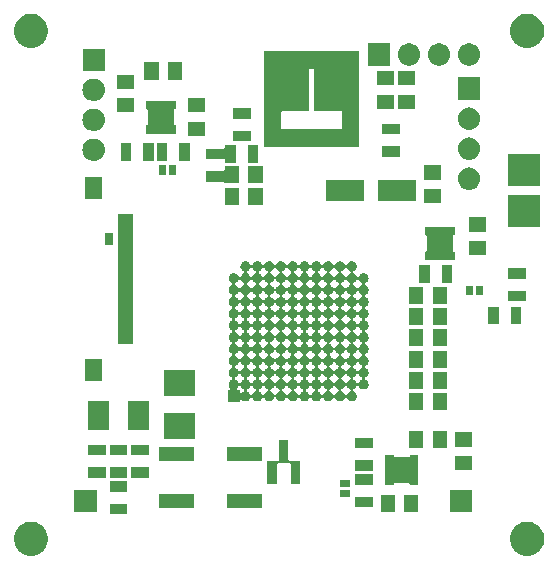
<source format=gts>
G04 #@! TF.GenerationSoftware,KiCad,Pcbnew,(5.1.4)-1*
G04 #@! TF.CreationDate,2019-08-25T20:49:14+02:00*
G04 #@! TF.ProjectId,ToF_camera_VGA,546f465f-6361-46d6-9572-615f5647412e,rev?*
G04 #@! TF.SameCoordinates,Original*
G04 #@! TF.FileFunction,Soldermask,Top*
G04 #@! TF.FilePolarity,Negative*
%FSLAX46Y46*%
G04 Gerber Fmt 4.6, Leading zero omitted, Abs format (unit mm)*
G04 Created by KiCad (PCBNEW (5.1.4)-1) date 2019-08-25 20:49:14*
%MOMM*%
%LPD*%
G04 APERTURE LIST*
%ADD10C,0.100000*%
G04 APERTURE END LIST*
D10*
G36*
X136422948Y-125605722D02*
G01*
X136686831Y-125715026D01*
X136686833Y-125715027D01*
X136924321Y-125873711D01*
X137126289Y-126075679D01*
X137284973Y-126313167D01*
X137284974Y-126313169D01*
X137394278Y-126577052D01*
X137450000Y-126857186D01*
X137450000Y-127142814D01*
X137394278Y-127422948D01*
X137284974Y-127686831D01*
X137284973Y-127686833D01*
X137126289Y-127924321D01*
X136924321Y-128126289D01*
X136686833Y-128284973D01*
X136686832Y-128284974D01*
X136686831Y-128284974D01*
X136422948Y-128394278D01*
X136142814Y-128450000D01*
X135857186Y-128450000D01*
X135577052Y-128394278D01*
X135313169Y-128284974D01*
X135313168Y-128284974D01*
X135313167Y-128284973D01*
X135075679Y-128126289D01*
X134873711Y-127924321D01*
X134715027Y-127686833D01*
X134715026Y-127686831D01*
X134605722Y-127422948D01*
X134550000Y-127142814D01*
X134550000Y-126857186D01*
X134605722Y-126577052D01*
X134715026Y-126313169D01*
X134715027Y-126313167D01*
X134873711Y-126075679D01*
X135075679Y-125873711D01*
X135313167Y-125715027D01*
X135313169Y-125715026D01*
X135577052Y-125605722D01*
X135857186Y-125550000D01*
X136142814Y-125550000D01*
X136422948Y-125605722D01*
X136422948Y-125605722D01*
G37*
G36*
X94422948Y-125605722D02*
G01*
X94686831Y-125715026D01*
X94686833Y-125715027D01*
X94924321Y-125873711D01*
X95126289Y-126075679D01*
X95284973Y-126313167D01*
X95284974Y-126313169D01*
X95394278Y-126577052D01*
X95450000Y-126857186D01*
X95450000Y-127142814D01*
X95394278Y-127422948D01*
X95284974Y-127686831D01*
X95284973Y-127686833D01*
X95126289Y-127924321D01*
X94924321Y-128126289D01*
X94686833Y-128284973D01*
X94686832Y-128284974D01*
X94686831Y-128284974D01*
X94422948Y-128394278D01*
X94142814Y-128450000D01*
X93857186Y-128450000D01*
X93577052Y-128394278D01*
X93313169Y-128284974D01*
X93313168Y-128284974D01*
X93313167Y-128284973D01*
X93075679Y-128126289D01*
X92873711Y-127924321D01*
X92715027Y-127686833D01*
X92715026Y-127686831D01*
X92605722Y-127422948D01*
X92550000Y-127142814D01*
X92550000Y-126857186D01*
X92605722Y-126577052D01*
X92715026Y-126313169D01*
X92715027Y-126313167D01*
X92873711Y-126075679D01*
X93075679Y-125873711D01*
X93313167Y-125715027D01*
X93313169Y-125715026D01*
X93577052Y-125605722D01*
X93857186Y-125550000D01*
X94142814Y-125550000D01*
X94422948Y-125605722D01*
X94422948Y-125605722D01*
G37*
G36*
X102150000Y-124950000D02*
G01*
X100650000Y-124950000D01*
X100650000Y-124050000D01*
X102150000Y-124050000D01*
X102150000Y-124950000D01*
X102150000Y-124950000D01*
G37*
G36*
X131350000Y-124750000D02*
G01*
X129450000Y-124750000D01*
X129450000Y-122850000D01*
X131350000Y-122850000D01*
X131350000Y-124750000D01*
X131350000Y-124750000D01*
G37*
G36*
X99550000Y-124750000D02*
G01*
X97650000Y-124750000D01*
X97650000Y-122850000D01*
X99550000Y-122850000D01*
X99550000Y-124750000D01*
X99550000Y-124750000D01*
G37*
G36*
X126800000Y-124725000D02*
G01*
X125600000Y-124725000D01*
X125600000Y-123275000D01*
X126800000Y-123275000D01*
X126800000Y-124725000D01*
X126800000Y-124725000D01*
G37*
G36*
X124800000Y-124725000D02*
G01*
X123600000Y-124725000D01*
X123600000Y-123275000D01*
X124800000Y-123275000D01*
X124800000Y-124725000D01*
X124800000Y-124725000D01*
G37*
G36*
X113555000Y-124400000D02*
G01*
X110605000Y-124400000D01*
X110605000Y-123200000D01*
X113555000Y-123200000D01*
X113555000Y-124400000D01*
X113555000Y-124400000D01*
G37*
G36*
X107795000Y-124400000D02*
G01*
X104845000Y-124400000D01*
X104845000Y-123200000D01*
X107795000Y-123200000D01*
X107795000Y-124400000D01*
X107795000Y-124400000D01*
G37*
G36*
X122950000Y-124350000D02*
G01*
X121450000Y-124350000D01*
X121450000Y-123450000D01*
X122950000Y-123450000D01*
X122950000Y-124350000D01*
X122950000Y-124350000D01*
G37*
G36*
X121000000Y-123500000D02*
G01*
X120200000Y-123500000D01*
X120200000Y-122900000D01*
X121000000Y-122900000D01*
X121000000Y-123500000D01*
X121000000Y-123500000D01*
G37*
G36*
X102150000Y-123050000D02*
G01*
X100650000Y-123050000D01*
X100650000Y-122150000D01*
X102150000Y-122150000D01*
X102150000Y-123050000D01*
X102150000Y-123050000D01*
G37*
G36*
X121000000Y-122600000D02*
G01*
X120200000Y-122600000D01*
X120200000Y-122000000D01*
X121000000Y-122000000D01*
X121000000Y-122600000D01*
X121000000Y-122600000D01*
G37*
G36*
X124705000Y-119975001D02*
G01*
X124707402Y-119999387D01*
X124714515Y-120022836D01*
X124726066Y-120044447D01*
X124741611Y-120063389D01*
X124760553Y-120078934D01*
X124782164Y-120090485D01*
X124805613Y-120097598D01*
X124829999Y-120100000D01*
X125970001Y-120100000D01*
X125994387Y-120097598D01*
X126017836Y-120090485D01*
X126039447Y-120078934D01*
X126058389Y-120063389D01*
X126073934Y-120044447D01*
X126085485Y-120022836D01*
X126092598Y-119999387D01*
X126095000Y-119975001D01*
X126095000Y-119920000D01*
X126805000Y-119920000D01*
X126805000Y-122480000D01*
X126095000Y-122480000D01*
X126095000Y-122424999D01*
X126092598Y-122400613D01*
X126085485Y-122377164D01*
X126073934Y-122355553D01*
X126058389Y-122336611D01*
X126039447Y-122321066D01*
X126017836Y-122309515D01*
X125994387Y-122302402D01*
X125970001Y-122300000D01*
X124829999Y-122300000D01*
X124805613Y-122302402D01*
X124782164Y-122309515D01*
X124760553Y-122321066D01*
X124741611Y-122336611D01*
X124726066Y-122355553D01*
X124714515Y-122377164D01*
X124707402Y-122400613D01*
X124705000Y-122424999D01*
X124705000Y-122480000D01*
X123995000Y-122480000D01*
X123995000Y-119920000D01*
X124705000Y-119920000D01*
X124705000Y-119975001D01*
X124705000Y-119975001D01*
G37*
G36*
X122950000Y-122450000D02*
G01*
X121450000Y-122450000D01*
X121450000Y-121550000D01*
X122950000Y-121550000D01*
X122950000Y-122450000D01*
X122950000Y-122450000D01*
G37*
G36*
X115800000Y-120300001D02*
G01*
X115802402Y-120324387D01*
X115809515Y-120347836D01*
X115821066Y-120369447D01*
X115836611Y-120388389D01*
X115855553Y-120403934D01*
X115877164Y-120415485D01*
X115900613Y-120422598D01*
X115924999Y-120425000D01*
X116800000Y-120425000D01*
X116800000Y-122375000D01*
X116000000Y-122375000D01*
X116000000Y-120749999D01*
X115997598Y-120725613D01*
X115990485Y-120702164D01*
X115978934Y-120680553D01*
X115963389Y-120661611D01*
X115944447Y-120646066D01*
X115922836Y-120634515D01*
X115899387Y-120627402D01*
X115875001Y-120625000D01*
X114924999Y-120625000D01*
X114900613Y-120627402D01*
X114877164Y-120634515D01*
X114855553Y-120646066D01*
X114836611Y-120661611D01*
X114821066Y-120680553D01*
X114809515Y-120702164D01*
X114802402Y-120725613D01*
X114800000Y-120749999D01*
X114800000Y-122375000D01*
X114000000Y-122375000D01*
X114000000Y-120425000D01*
X114875001Y-120425000D01*
X114899387Y-120422598D01*
X114922836Y-120415485D01*
X114944447Y-120403934D01*
X114963389Y-120388389D01*
X114978934Y-120369447D01*
X114990485Y-120347836D01*
X114997598Y-120324387D01*
X115000000Y-120300001D01*
X115000000Y-118675000D01*
X115800000Y-118675000D01*
X115800000Y-120300001D01*
X115800000Y-120300001D01*
G37*
G36*
X102150000Y-121850000D02*
G01*
X100650000Y-121850000D01*
X100650000Y-120950000D01*
X102150000Y-120950000D01*
X102150000Y-121850000D01*
X102150000Y-121850000D01*
G37*
G36*
X100350000Y-121850000D02*
G01*
X98850000Y-121850000D01*
X98850000Y-120950000D01*
X100350000Y-120950000D01*
X100350000Y-121850000D01*
X100350000Y-121850000D01*
G37*
G36*
X103950000Y-121850000D02*
G01*
X102450000Y-121850000D01*
X102450000Y-120950000D01*
X103950000Y-120950000D01*
X103950000Y-121850000D01*
X103950000Y-121850000D01*
G37*
G36*
X122950000Y-121250000D02*
G01*
X121450000Y-121250000D01*
X121450000Y-120350000D01*
X122950000Y-120350000D01*
X122950000Y-121250000D01*
X122950000Y-121250000D01*
G37*
G36*
X131325000Y-121200000D02*
G01*
X129875000Y-121200000D01*
X129875000Y-120000000D01*
X131325000Y-120000000D01*
X131325000Y-121200000D01*
X131325000Y-121200000D01*
G37*
G36*
X107795000Y-120400000D02*
G01*
X104845000Y-120400000D01*
X104845000Y-119200000D01*
X107795000Y-119200000D01*
X107795000Y-120400000D01*
X107795000Y-120400000D01*
G37*
G36*
X113555000Y-120400000D02*
G01*
X110605000Y-120400000D01*
X110605000Y-119200000D01*
X113555000Y-119200000D01*
X113555000Y-120400000D01*
X113555000Y-120400000D01*
G37*
G36*
X103950000Y-119950000D02*
G01*
X102450000Y-119950000D01*
X102450000Y-119050000D01*
X103950000Y-119050000D01*
X103950000Y-119950000D01*
X103950000Y-119950000D01*
G37*
G36*
X102150000Y-119950000D02*
G01*
X100650000Y-119950000D01*
X100650000Y-119050000D01*
X102150000Y-119050000D01*
X102150000Y-119950000D01*
X102150000Y-119950000D01*
G37*
G36*
X100350000Y-119950000D02*
G01*
X98850000Y-119950000D01*
X98850000Y-119050000D01*
X100350000Y-119050000D01*
X100350000Y-119950000D01*
X100350000Y-119950000D01*
G37*
G36*
X122950000Y-119350000D02*
G01*
X121450000Y-119350000D01*
X121450000Y-118450000D01*
X122950000Y-118450000D01*
X122950000Y-119350000D01*
X122950000Y-119350000D01*
G37*
G36*
X129200000Y-119325000D02*
G01*
X128000000Y-119325000D01*
X128000000Y-117875000D01*
X129200000Y-117875000D01*
X129200000Y-119325000D01*
X129200000Y-119325000D01*
G37*
G36*
X127200000Y-119325000D02*
G01*
X126000000Y-119325000D01*
X126000000Y-117875000D01*
X127200000Y-117875000D01*
X127200000Y-119325000D01*
X127200000Y-119325000D01*
G37*
G36*
X131325000Y-119200000D02*
G01*
X129875000Y-119200000D01*
X129875000Y-118000000D01*
X131325000Y-118000000D01*
X131325000Y-119200000D01*
X131325000Y-119200000D01*
G37*
G36*
X107850000Y-118600000D02*
G01*
X105250000Y-118600000D01*
X105250000Y-116400000D01*
X107850000Y-116400000D01*
X107850000Y-118600000D01*
X107850000Y-118600000D01*
G37*
G36*
X104010000Y-117760000D02*
G01*
X102210000Y-117760000D01*
X102210000Y-115310000D01*
X104010000Y-115310000D01*
X104010000Y-117760000D01*
X104010000Y-117760000D01*
G37*
G36*
X100610000Y-117760000D02*
G01*
X98810000Y-117760000D01*
X98810000Y-115310000D01*
X100610000Y-115310000D01*
X100610000Y-117760000D01*
X100610000Y-117760000D01*
G37*
G36*
X129200000Y-116125000D02*
G01*
X128000000Y-116125000D01*
X128000000Y-114675000D01*
X129200000Y-114675000D01*
X129200000Y-116125000D01*
X129200000Y-116125000D01*
G37*
G36*
X127200000Y-116125000D02*
G01*
X126000000Y-116125000D01*
X126000000Y-114675000D01*
X127200000Y-114675000D01*
X127200000Y-116125000D01*
X127200000Y-116125000D01*
G37*
G36*
X112283967Y-103521332D02*
G01*
X112361311Y-103553369D01*
X112361313Y-103553370D01*
X112430921Y-103599881D01*
X112490119Y-103659079D01*
X112536631Y-103728689D01*
X112544516Y-103747725D01*
X112556067Y-103769336D01*
X112571612Y-103788277D01*
X112590554Y-103803823D01*
X112612165Y-103815374D01*
X112635614Y-103822487D01*
X112660000Y-103824889D01*
X112684386Y-103822487D01*
X112707835Y-103815374D01*
X112729446Y-103803823D01*
X112748387Y-103788278D01*
X112763933Y-103769336D01*
X112775484Y-103747725D01*
X112783369Y-103728689D01*
X112829881Y-103659079D01*
X112889079Y-103599881D01*
X112958687Y-103553370D01*
X112958689Y-103553369D01*
X113036033Y-103521332D01*
X113118140Y-103505000D01*
X113201860Y-103505000D01*
X113283967Y-103521332D01*
X113361311Y-103553369D01*
X113361313Y-103553370D01*
X113430921Y-103599881D01*
X113490119Y-103659079D01*
X113536631Y-103728689D01*
X113544516Y-103747725D01*
X113556067Y-103769336D01*
X113571612Y-103788277D01*
X113590554Y-103803823D01*
X113612165Y-103815374D01*
X113635614Y-103822487D01*
X113660000Y-103824889D01*
X113684386Y-103822487D01*
X113707835Y-103815374D01*
X113729446Y-103803823D01*
X113748387Y-103788278D01*
X113763933Y-103769336D01*
X113775484Y-103747725D01*
X113783369Y-103728689D01*
X113829881Y-103659079D01*
X113889079Y-103599881D01*
X113958687Y-103553370D01*
X113958689Y-103553369D01*
X114036033Y-103521332D01*
X114118140Y-103505000D01*
X114201860Y-103505000D01*
X114283967Y-103521332D01*
X114361311Y-103553369D01*
X114361313Y-103553370D01*
X114430921Y-103599881D01*
X114490119Y-103659079D01*
X114536631Y-103728689D01*
X114544516Y-103747725D01*
X114556067Y-103769336D01*
X114571612Y-103788277D01*
X114590554Y-103803823D01*
X114612165Y-103815374D01*
X114635614Y-103822487D01*
X114660000Y-103824889D01*
X114684386Y-103822487D01*
X114707835Y-103815374D01*
X114729446Y-103803823D01*
X114748387Y-103788278D01*
X114763933Y-103769336D01*
X114775484Y-103747725D01*
X114783369Y-103728689D01*
X114829881Y-103659079D01*
X114889079Y-103599881D01*
X114958687Y-103553370D01*
X114958689Y-103553369D01*
X115036033Y-103521332D01*
X115118140Y-103505000D01*
X115201860Y-103505000D01*
X115283967Y-103521332D01*
X115361311Y-103553369D01*
X115361313Y-103553370D01*
X115430921Y-103599881D01*
X115490119Y-103659079D01*
X115536631Y-103728689D01*
X115544516Y-103747725D01*
X115556067Y-103769336D01*
X115571612Y-103788277D01*
X115590554Y-103803823D01*
X115612165Y-103815374D01*
X115635614Y-103822487D01*
X115660000Y-103824889D01*
X115684386Y-103822487D01*
X115707835Y-103815374D01*
X115729446Y-103803823D01*
X115748387Y-103788278D01*
X115763933Y-103769336D01*
X115775484Y-103747725D01*
X115783369Y-103728689D01*
X115829881Y-103659079D01*
X115889079Y-103599881D01*
X115958687Y-103553370D01*
X115958689Y-103553369D01*
X116036033Y-103521332D01*
X116118140Y-103505000D01*
X116201860Y-103505000D01*
X116283967Y-103521332D01*
X116361311Y-103553369D01*
X116361313Y-103553370D01*
X116430921Y-103599881D01*
X116490119Y-103659079D01*
X116536631Y-103728689D01*
X116544516Y-103747725D01*
X116556067Y-103769336D01*
X116571612Y-103788277D01*
X116590554Y-103803823D01*
X116612165Y-103815374D01*
X116635614Y-103822487D01*
X116660000Y-103824889D01*
X116684386Y-103822487D01*
X116707835Y-103815374D01*
X116729446Y-103803823D01*
X116748387Y-103788278D01*
X116763933Y-103769336D01*
X116775484Y-103747725D01*
X116783369Y-103728689D01*
X116829881Y-103659079D01*
X116889079Y-103599881D01*
X116958687Y-103553370D01*
X116958689Y-103553369D01*
X117036033Y-103521332D01*
X117118140Y-103505000D01*
X117201860Y-103505000D01*
X117283967Y-103521332D01*
X117361311Y-103553369D01*
X117361313Y-103553370D01*
X117430921Y-103599881D01*
X117490119Y-103659079D01*
X117536631Y-103728689D01*
X117544516Y-103747725D01*
X117556067Y-103769336D01*
X117571612Y-103788277D01*
X117590554Y-103803823D01*
X117612165Y-103815374D01*
X117635614Y-103822487D01*
X117660000Y-103824889D01*
X117684386Y-103822487D01*
X117707835Y-103815374D01*
X117729446Y-103803823D01*
X117748387Y-103788278D01*
X117763933Y-103769336D01*
X117775484Y-103747725D01*
X117783369Y-103728689D01*
X117829881Y-103659079D01*
X117889079Y-103599881D01*
X117958687Y-103553370D01*
X117958689Y-103553369D01*
X118036033Y-103521332D01*
X118118140Y-103505000D01*
X118201860Y-103505000D01*
X118283967Y-103521332D01*
X118361311Y-103553369D01*
X118361313Y-103553370D01*
X118430921Y-103599881D01*
X118490119Y-103659079D01*
X118536631Y-103728689D01*
X118544516Y-103747725D01*
X118556067Y-103769336D01*
X118571612Y-103788277D01*
X118590554Y-103803823D01*
X118612165Y-103815374D01*
X118635614Y-103822487D01*
X118660000Y-103824889D01*
X118684386Y-103822487D01*
X118707835Y-103815374D01*
X118729446Y-103803823D01*
X118748387Y-103788278D01*
X118763933Y-103769336D01*
X118775484Y-103747725D01*
X118783369Y-103728689D01*
X118829881Y-103659079D01*
X118889079Y-103599881D01*
X118958687Y-103553370D01*
X118958689Y-103553369D01*
X119036033Y-103521332D01*
X119118140Y-103505000D01*
X119201860Y-103505000D01*
X119283967Y-103521332D01*
X119361311Y-103553369D01*
X119361313Y-103553370D01*
X119430921Y-103599881D01*
X119490119Y-103659079D01*
X119536631Y-103728689D01*
X119544516Y-103747725D01*
X119556067Y-103769336D01*
X119571612Y-103788277D01*
X119590554Y-103803823D01*
X119612165Y-103815374D01*
X119635614Y-103822487D01*
X119660000Y-103824889D01*
X119684386Y-103822487D01*
X119707835Y-103815374D01*
X119729446Y-103803823D01*
X119748387Y-103788278D01*
X119763933Y-103769336D01*
X119775484Y-103747725D01*
X119783369Y-103728689D01*
X119829881Y-103659079D01*
X119889079Y-103599881D01*
X119958687Y-103553370D01*
X119958689Y-103553369D01*
X120036033Y-103521332D01*
X120118140Y-103505000D01*
X120201860Y-103505000D01*
X120283967Y-103521332D01*
X120361311Y-103553369D01*
X120361313Y-103553370D01*
X120430921Y-103599881D01*
X120490119Y-103659079D01*
X120536631Y-103728689D01*
X120544516Y-103747725D01*
X120556067Y-103769336D01*
X120571612Y-103788277D01*
X120590554Y-103803823D01*
X120612165Y-103815374D01*
X120635614Y-103822487D01*
X120660000Y-103824889D01*
X120684386Y-103822487D01*
X120707835Y-103815374D01*
X120729446Y-103803823D01*
X120748387Y-103788278D01*
X120763933Y-103769336D01*
X120775484Y-103747725D01*
X120783369Y-103728689D01*
X120829881Y-103659079D01*
X120889079Y-103599881D01*
X120958687Y-103553370D01*
X120958689Y-103553369D01*
X121036033Y-103521332D01*
X121118140Y-103505000D01*
X121201860Y-103505000D01*
X121283967Y-103521332D01*
X121361311Y-103553369D01*
X121361313Y-103553370D01*
X121430921Y-103599881D01*
X121490119Y-103659079D01*
X121536631Y-103728689D01*
X121568668Y-103806033D01*
X121585000Y-103888140D01*
X121585000Y-103971860D01*
X121568668Y-104053967D01*
X121544516Y-104112275D01*
X121536630Y-104131313D01*
X121490119Y-104200921D01*
X121430921Y-104260119D01*
X121361313Y-104306630D01*
X121361312Y-104306631D01*
X121361311Y-104306631D01*
X121342275Y-104314516D01*
X121320664Y-104326067D01*
X121301723Y-104341612D01*
X121286177Y-104360554D01*
X121274626Y-104382165D01*
X121267513Y-104405614D01*
X121265111Y-104430000D01*
X121267513Y-104454386D01*
X121274626Y-104477835D01*
X121286177Y-104499446D01*
X121301722Y-104518387D01*
X121320664Y-104533933D01*
X121342275Y-104545484D01*
X121361311Y-104553369D01*
X121361313Y-104553370D01*
X121430921Y-104599881D01*
X121490119Y-104659079D01*
X121536631Y-104728689D01*
X121544516Y-104747725D01*
X121556067Y-104769336D01*
X121571612Y-104788277D01*
X121590554Y-104803823D01*
X121612165Y-104815374D01*
X121635614Y-104822487D01*
X121660000Y-104824889D01*
X121684386Y-104822487D01*
X121707835Y-104815374D01*
X121729446Y-104803823D01*
X121748387Y-104788278D01*
X121763933Y-104769336D01*
X121775484Y-104747725D01*
X121783369Y-104728689D01*
X121829881Y-104659079D01*
X121889079Y-104599881D01*
X121958687Y-104553370D01*
X121958689Y-104553369D01*
X122036033Y-104521332D01*
X122118140Y-104505000D01*
X122201860Y-104505000D01*
X122283967Y-104521332D01*
X122361311Y-104553369D01*
X122361313Y-104553370D01*
X122430921Y-104599881D01*
X122490119Y-104659079D01*
X122536631Y-104728689D01*
X122568668Y-104806033D01*
X122585000Y-104888140D01*
X122585000Y-104971860D01*
X122568668Y-105053967D01*
X122544516Y-105112275D01*
X122536630Y-105131313D01*
X122490119Y-105200921D01*
X122430921Y-105260119D01*
X122361313Y-105306630D01*
X122361312Y-105306631D01*
X122361311Y-105306631D01*
X122342275Y-105314516D01*
X122320664Y-105326067D01*
X122301723Y-105341612D01*
X122286177Y-105360554D01*
X122274626Y-105382165D01*
X122267513Y-105405614D01*
X122265111Y-105430000D01*
X122267513Y-105454386D01*
X122274626Y-105477835D01*
X122286177Y-105499446D01*
X122301722Y-105518387D01*
X122320664Y-105533933D01*
X122342275Y-105545484D01*
X122361311Y-105553369D01*
X122361313Y-105553370D01*
X122430921Y-105599881D01*
X122490119Y-105659079D01*
X122536631Y-105728689D01*
X122568668Y-105806033D01*
X122585000Y-105888140D01*
X122585000Y-105971860D01*
X122568668Y-106053967D01*
X122544516Y-106112275D01*
X122536630Y-106131313D01*
X122490119Y-106200921D01*
X122430921Y-106260119D01*
X122361313Y-106306630D01*
X122361312Y-106306631D01*
X122361311Y-106306631D01*
X122342275Y-106314516D01*
X122320664Y-106326067D01*
X122301723Y-106341612D01*
X122286177Y-106360554D01*
X122274626Y-106382165D01*
X122267513Y-106405614D01*
X122265111Y-106430000D01*
X122267513Y-106454386D01*
X122274626Y-106477835D01*
X122286177Y-106499446D01*
X122301722Y-106518387D01*
X122320664Y-106533933D01*
X122342275Y-106545484D01*
X122361311Y-106553369D01*
X122361313Y-106553370D01*
X122430921Y-106599881D01*
X122490119Y-106659079D01*
X122536631Y-106728689D01*
X122568668Y-106806033D01*
X122585000Y-106888140D01*
X122585000Y-106971860D01*
X122568668Y-107053967D01*
X122544516Y-107112275D01*
X122536630Y-107131313D01*
X122490119Y-107200921D01*
X122430921Y-107260119D01*
X122361313Y-107306630D01*
X122361312Y-107306631D01*
X122361311Y-107306631D01*
X122342275Y-107314516D01*
X122320664Y-107326067D01*
X122301723Y-107341612D01*
X122286177Y-107360554D01*
X122274626Y-107382165D01*
X122267513Y-107405614D01*
X122265111Y-107430000D01*
X122267513Y-107454386D01*
X122274626Y-107477835D01*
X122286177Y-107499446D01*
X122301722Y-107518387D01*
X122320664Y-107533933D01*
X122342275Y-107545484D01*
X122361311Y-107553369D01*
X122361313Y-107553370D01*
X122430921Y-107599881D01*
X122490119Y-107659079D01*
X122536631Y-107728689D01*
X122568668Y-107806033D01*
X122585000Y-107888140D01*
X122585000Y-107971860D01*
X122568668Y-108053967D01*
X122544516Y-108112275D01*
X122536630Y-108131313D01*
X122490119Y-108200921D01*
X122430921Y-108260119D01*
X122361313Y-108306630D01*
X122361312Y-108306631D01*
X122361311Y-108306631D01*
X122342275Y-108314516D01*
X122320664Y-108326067D01*
X122301723Y-108341612D01*
X122286177Y-108360554D01*
X122274626Y-108382165D01*
X122267513Y-108405614D01*
X122265111Y-108430000D01*
X122267513Y-108454386D01*
X122274626Y-108477835D01*
X122286177Y-108499446D01*
X122301722Y-108518387D01*
X122320664Y-108533933D01*
X122342275Y-108545484D01*
X122361311Y-108553369D01*
X122361313Y-108553370D01*
X122430921Y-108599881D01*
X122490119Y-108659079D01*
X122536631Y-108728689D01*
X122568668Y-108806033D01*
X122585000Y-108888140D01*
X122585000Y-108971860D01*
X122568668Y-109053967D01*
X122544516Y-109112275D01*
X122536630Y-109131313D01*
X122490119Y-109200921D01*
X122430921Y-109260119D01*
X122361313Y-109306630D01*
X122361312Y-109306631D01*
X122361311Y-109306631D01*
X122342275Y-109314516D01*
X122320664Y-109326067D01*
X122301723Y-109341612D01*
X122286177Y-109360554D01*
X122274626Y-109382165D01*
X122267513Y-109405614D01*
X122265111Y-109430000D01*
X122267513Y-109454386D01*
X122274626Y-109477835D01*
X122286177Y-109499446D01*
X122301722Y-109518387D01*
X122320664Y-109533933D01*
X122342275Y-109545484D01*
X122361311Y-109553369D01*
X122361313Y-109553370D01*
X122430921Y-109599881D01*
X122490119Y-109659079D01*
X122536631Y-109728689D01*
X122568668Y-109806033D01*
X122585000Y-109888140D01*
X122585000Y-109971860D01*
X122568668Y-110053967D01*
X122544516Y-110112275D01*
X122536630Y-110131313D01*
X122490119Y-110200921D01*
X122430921Y-110260119D01*
X122361313Y-110306630D01*
X122361312Y-110306631D01*
X122361311Y-110306631D01*
X122342275Y-110314516D01*
X122320664Y-110326067D01*
X122301723Y-110341612D01*
X122286177Y-110360554D01*
X122274626Y-110382165D01*
X122267513Y-110405614D01*
X122265111Y-110430000D01*
X122267513Y-110454386D01*
X122274626Y-110477835D01*
X122286177Y-110499446D01*
X122301722Y-110518387D01*
X122320664Y-110533933D01*
X122342275Y-110545484D01*
X122361311Y-110553369D01*
X122361313Y-110553370D01*
X122430921Y-110599881D01*
X122490119Y-110659079D01*
X122536631Y-110728689D01*
X122568668Y-110806033D01*
X122585000Y-110888140D01*
X122585000Y-110971860D01*
X122568668Y-111053967D01*
X122544516Y-111112275D01*
X122536630Y-111131313D01*
X122490119Y-111200921D01*
X122430921Y-111260119D01*
X122361313Y-111306630D01*
X122361312Y-111306631D01*
X122361311Y-111306631D01*
X122342275Y-111314516D01*
X122320664Y-111326067D01*
X122301723Y-111341612D01*
X122286177Y-111360554D01*
X122274626Y-111382165D01*
X122267513Y-111405614D01*
X122265111Y-111430000D01*
X122267513Y-111454386D01*
X122274626Y-111477835D01*
X122286177Y-111499446D01*
X122301722Y-111518387D01*
X122320664Y-111533933D01*
X122342275Y-111545484D01*
X122361311Y-111553369D01*
X122361313Y-111553370D01*
X122430921Y-111599881D01*
X122490119Y-111659079D01*
X122536631Y-111728689D01*
X122568668Y-111806033D01*
X122585000Y-111888140D01*
X122585000Y-111971860D01*
X122568668Y-112053967D01*
X122544516Y-112112275D01*
X122536630Y-112131313D01*
X122490119Y-112200921D01*
X122430921Y-112260119D01*
X122361313Y-112306630D01*
X122361312Y-112306631D01*
X122361311Y-112306631D01*
X122342275Y-112314516D01*
X122320664Y-112326067D01*
X122301723Y-112341612D01*
X122286177Y-112360554D01*
X122274626Y-112382165D01*
X122267513Y-112405614D01*
X122265111Y-112430000D01*
X122267513Y-112454386D01*
X122274626Y-112477835D01*
X122286177Y-112499446D01*
X122301722Y-112518387D01*
X122320664Y-112533933D01*
X122342275Y-112545484D01*
X122361311Y-112553369D01*
X122361313Y-112553370D01*
X122430921Y-112599881D01*
X122490119Y-112659079D01*
X122536631Y-112728689D01*
X122568668Y-112806033D01*
X122585000Y-112888140D01*
X122585000Y-112971860D01*
X122568668Y-113053967D01*
X122544516Y-113112275D01*
X122536630Y-113131313D01*
X122490119Y-113200921D01*
X122430921Y-113260119D01*
X122361313Y-113306630D01*
X122361312Y-113306631D01*
X122361311Y-113306631D01*
X122342275Y-113314516D01*
X122320664Y-113326067D01*
X122301723Y-113341612D01*
X122286177Y-113360554D01*
X122274626Y-113382165D01*
X122267513Y-113405614D01*
X122265111Y-113430000D01*
X122267513Y-113454386D01*
X122274626Y-113477835D01*
X122286177Y-113499446D01*
X122301722Y-113518387D01*
X122320664Y-113533933D01*
X122342275Y-113545484D01*
X122361311Y-113553369D01*
X122361313Y-113553370D01*
X122430921Y-113599881D01*
X122490119Y-113659079D01*
X122536631Y-113728689D01*
X122568668Y-113806033D01*
X122585000Y-113888140D01*
X122585000Y-113971860D01*
X122568668Y-114053967D01*
X122544516Y-114112275D01*
X122536630Y-114131313D01*
X122490119Y-114200921D01*
X122430921Y-114260119D01*
X122361313Y-114306630D01*
X122361312Y-114306631D01*
X122361311Y-114306631D01*
X122283967Y-114338668D01*
X122201860Y-114355000D01*
X122118140Y-114355000D01*
X122036033Y-114338668D01*
X121958689Y-114306631D01*
X121958688Y-114306631D01*
X121958687Y-114306630D01*
X121889079Y-114260119D01*
X121829881Y-114200921D01*
X121783370Y-114131313D01*
X121775484Y-114112275D01*
X121763933Y-114090664D01*
X121748388Y-114071723D01*
X121729446Y-114056177D01*
X121707835Y-114044626D01*
X121684386Y-114037513D01*
X121660000Y-114035111D01*
X121635614Y-114037513D01*
X121612165Y-114044626D01*
X121590554Y-114056177D01*
X121571613Y-114071722D01*
X121556067Y-114090664D01*
X121544516Y-114112275D01*
X121536630Y-114131313D01*
X121490119Y-114200921D01*
X121430921Y-114260119D01*
X121361313Y-114306630D01*
X121361312Y-114306631D01*
X121361311Y-114306631D01*
X121342275Y-114314516D01*
X121320664Y-114326067D01*
X121301723Y-114341612D01*
X121286177Y-114360554D01*
X121274626Y-114382165D01*
X121267513Y-114405614D01*
X121265111Y-114430000D01*
X121267513Y-114454386D01*
X121274626Y-114477835D01*
X121286177Y-114499446D01*
X121301722Y-114518387D01*
X121320664Y-114533933D01*
X121342275Y-114545484D01*
X121356970Y-114551571D01*
X121361313Y-114553370D01*
X121393714Y-114575020D01*
X121430921Y-114599881D01*
X121490119Y-114659079D01*
X121536631Y-114728689D01*
X121568668Y-114806033D01*
X121585000Y-114888140D01*
X121585000Y-114971860D01*
X121568668Y-115053967D01*
X121544516Y-115112275D01*
X121536630Y-115131313D01*
X121490119Y-115200921D01*
X121430921Y-115260119D01*
X121361313Y-115306630D01*
X121361312Y-115306631D01*
X121361311Y-115306631D01*
X121283967Y-115338668D01*
X121201860Y-115355000D01*
X121118140Y-115355000D01*
X121036033Y-115338668D01*
X120958689Y-115306631D01*
X120958688Y-115306631D01*
X120958687Y-115306630D01*
X120889079Y-115260119D01*
X120829881Y-115200921D01*
X120783370Y-115131313D01*
X120775484Y-115112275D01*
X120763933Y-115090664D01*
X120748388Y-115071723D01*
X120729446Y-115056177D01*
X120707835Y-115044626D01*
X120684386Y-115037513D01*
X120660000Y-115035111D01*
X120635614Y-115037513D01*
X120612165Y-115044626D01*
X120590554Y-115056177D01*
X120571613Y-115071722D01*
X120556067Y-115090664D01*
X120544516Y-115112275D01*
X120536630Y-115131313D01*
X120490119Y-115200921D01*
X120430921Y-115260119D01*
X120361313Y-115306630D01*
X120361312Y-115306631D01*
X120361311Y-115306631D01*
X120283967Y-115338668D01*
X120201860Y-115355000D01*
X120118140Y-115355000D01*
X120036033Y-115338668D01*
X119958689Y-115306631D01*
X119958688Y-115306631D01*
X119958687Y-115306630D01*
X119889079Y-115260119D01*
X119829881Y-115200921D01*
X119783370Y-115131313D01*
X119775484Y-115112275D01*
X119763933Y-115090664D01*
X119748388Y-115071723D01*
X119729446Y-115056177D01*
X119707835Y-115044626D01*
X119684386Y-115037513D01*
X119660000Y-115035111D01*
X119635614Y-115037513D01*
X119612165Y-115044626D01*
X119590554Y-115056177D01*
X119571613Y-115071722D01*
X119556067Y-115090664D01*
X119544516Y-115112275D01*
X119536630Y-115131313D01*
X119490119Y-115200921D01*
X119430921Y-115260119D01*
X119361313Y-115306630D01*
X119361312Y-115306631D01*
X119361311Y-115306631D01*
X119283967Y-115338668D01*
X119201860Y-115355000D01*
X119118140Y-115355000D01*
X119036033Y-115338668D01*
X118958689Y-115306631D01*
X118958688Y-115306631D01*
X118958687Y-115306630D01*
X118889079Y-115260119D01*
X118829881Y-115200921D01*
X118783370Y-115131313D01*
X118775484Y-115112275D01*
X118763933Y-115090664D01*
X118748388Y-115071723D01*
X118729446Y-115056177D01*
X118707835Y-115044626D01*
X118684386Y-115037513D01*
X118660000Y-115035111D01*
X118635614Y-115037513D01*
X118612165Y-115044626D01*
X118590554Y-115056177D01*
X118571613Y-115071722D01*
X118556067Y-115090664D01*
X118544516Y-115112275D01*
X118536630Y-115131313D01*
X118490119Y-115200921D01*
X118430921Y-115260119D01*
X118361313Y-115306630D01*
X118361312Y-115306631D01*
X118361311Y-115306631D01*
X118283967Y-115338668D01*
X118201860Y-115355000D01*
X118118140Y-115355000D01*
X118036033Y-115338668D01*
X117958689Y-115306631D01*
X117958688Y-115306631D01*
X117958687Y-115306630D01*
X117889079Y-115260119D01*
X117829881Y-115200921D01*
X117783370Y-115131313D01*
X117775484Y-115112275D01*
X117763933Y-115090664D01*
X117748388Y-115071723D01*
X117729446Y-115056177D01*
X117707835Y-115044626D01*
X117684386Y-115037513D01*
X117660000Y-115035111D01*
X117635614Y-115037513D01*
X117612165Y-115044626D01*
X117590554Y-115056177D01*
X117571613Y-115071722D01*
X117556067Y-115090664D01*
X117544516Y-115112275D01*
X117536630Y-115131313D01*
X117490119Y-115200921D01*
X117430921Y-115260119D01*
X117361313Y-115306630D01*
X117361312Y-115306631D01*
X117361311Y-115306631D01*
X117283967Y-115338668D01*
X117201860Y-115355000D01*
X117118140Y-115355000D01*
X117036033Y-115338668D01*
X116958689Y-115306631D01*
X116958688Y-115306631D01*
X116958687Y-115306630D01*
X116889079Y-115260119D01*
X116829881Y-115200921D01*
X116783370Y-115131313D01*
X116775484Y-115112275D01*
X116763933Y-115090664D01*
X116748388Y-115071723D01*
X116729446Y-115056177D01*
X116707835Y-115044626D01*
X116684386Y-115037513D01*
X116660000Y-115035111D01*
X116635614Y-115037513D01*
X116612165Y-115044626D01*
X116590554Y-115056177D01*
X116571613Y-115071722D01*
X116556067Y-115090664D01*
X116544516Y-115112275D01*
X116536630Y-115131313D01*
X116490119Y-115200921D01*
X116430921Y-115260119D01*
X116361313Y-115306630D01*
X116361312Y-115306631D01*
X116361311Y-115306631D01*
X116283967Y-115338668D01*
X116201860Y-115355000D01*
X116118140Y-115355000D01*
X116036033Y-115338668D01*
X115958689Y-115306631D01*
X115958688Y-115306631D01*
X115958687Y-115306630D01*
X115889079Y-115260119D01*
X115829881Y-115200921D01*
X115783370Y-115131313D01*
X115775484Y-115112275D01*
X115763933Y-115090664D01*
X115748388Y-115071723D01*
X115729446Y-115056177D01*
X115707835Y-115044626D01*
X115684386Y-115037513D01*
X115660000Y-115035111D01*
X115635614Y-115037513D01*
X115612165Y-115044626D01*
X115590554Y-115056177D01*
X115571613Y-115071722D01*
X115556067Y-115090664D01*
X115544516Y-115112275D01*
X115536630Y-115131313D01*
X115490119Y-115200921D01*
X115430921Y-115260119D01*
X115361313Y-115306630D01*
X115361312Y-115306631D01*
X115361311Y-115306631D01*
X115283967Y-115338668D01*
X115201860Y-115355000D01*
X115118140Y-115355000D01*
X115036033Y-115338668D01*
X114958689Y-115306631D01*
X114958688Y-115306631D01*
X114958687Y-115306630D01*
X114889079Y-115260119D01*
X114829881Y-115200921D01*
X114783370Y-115131313D01*
X114775484Y-115112275D01*
X114763933Y-115090664D01*
X114748388Y-115071723D01*
X114729446Y-115056177D01*
X114707835Y-115044626D01*
X114684386Y-115037513D01*
X114660000Y-115035111D01*
X114635614Y-115037513D01*
X114612165Y-115044626D01*
X114590554Y-115056177D01*
X114571613Y-115071722D01*
X114556067Y-115090664D01*
X114544516Y-115112275D01*
X114536630Y-115131313D01*
X114490119Y-115200921D01*
X114430921Y-115260119D01*
X114361313Y-115306630D01*
X114361312Y-115306631D01*
X114361311Y-115306631D01*
X114283967Y-115338668D01*
X114201860Y-115355000D01*
X114118140Y-115355000D01*
X114036033Y-115338668D01*
X113958689Y-115306631D01*
X113958688Y-115306631D01*
X113958687Y-115306630D01*
X113889079Y-115260119D01*
X113829881Y-115200921D01*
X113783370Y-115131313D01*
X113775484Y-115112275D01*
X113763933Y-115090664D01*
X113748388Y-115071723D01*
X113729446Y-115056177D01*
X113707835Y-115044626D01*
X113684386Y-115037513D01*
X113660000Y-115035111D01*
X113635614Y-115037513D01*
X113612165Y-115044626D01*
X113590554Y-115056177D01*
X113571613Y-115071722D01*
X113556067Y-115090664D01*
X113544516Y-115112275D01*
X113536630Y-115131313D01*
X113490119Y-115200921D01*
X113430921Y-115260119D01*
X113361313Y-115306630D01*
X113361312Y-115306631D01*
X113361311Y-115306631D01*
X113283967Y-115338668D01*
X113201860Y-115355000D01*
X113118140Y-115355000D01*
X113036033Y-115338668D01*
X112958689Y-115306631D01*
X112958688Y-115306631D01*
X112958687Y-115306630D01*
X112889079Y-115260119D01*
X112829881Y-115200921D01*
X112783370Y-115131313D01*
X112775484Y-115112275D01*
X112763933Y-115090664D01*
X112748388Y-115071723D01*
X112729446Y-115056177D01*
X112707835Y-115044626D01*
X112684386Y-115037513D01*
X112660000Y-115035111D01*
X112635614Y-115037513D01*
X112612165Y-115044626D01*
X112590554Y-115056177D01*
X112571613Y-115071722D01*
X112556067Y-115090664D01*
X112544516Y-115112275D01*
X112536630Y-115131313D01*
X112490119Y-115200921D01*
X112430921Y-115260119D01*
X112361313Y-115306630D01*
X112361312Y-115306631D01*
X112361311Y-115306631D01*
X112283967Y-115338668D01*
X112201860Y-115355000D01*
X112118140Y-115355000D01*
X112036033Y-115338668D01*
X111958689Y-115306631D01*
X111958688Y-115306631D01*
X111958687Y-115306630D01*
X111889079Y-115260119D01*
X111873387Y-115244427D01*
X111854445Y-115228882D01*
X111832834Y-115217331D01*
X111809385Y-115210218D01*
X111784999Y-115207816D01*
X111760613Y-115210218D01*
X111737164Y-115217331D01*
X111715553Y-115228882D01*
X111696611Y-115244427D01*
X111681066Y-115263369D01*
X111669515Y-115284980D01*
X111662402Y-115308429D01*
X111660000Y-115332815D01*
X111660000Y-115430000D01*
X110660000Y-115430000D01*
X110660000Y-114430000D01*
X110757185Y-114430000D01*
X110781571Y-114427598D01*
X110805020Y-114420485D01*
X110826631Y-114408934D01*
X110845573Y-114393389D01*
X110861118Y-114374447D01*
X110872669Y-114352836D01*
X110879782Y-114329387D01*
X110882184Y-114305001D01*
X111437816Y-114305001D01*
X111440218Y-114329387D01*
X111447331Y-114352836D01*
X111458882Y-114374447D01*
X111474427Y-114393389D01*
X111493369Y-114408934D01*
X111514980Y-114420485D01*
X111538429Y-114427598D01*
X111562815Y-114430000D01*
X111660000Y-114430000D01*
X111660000Y-114527185D01*
X111662402Y-114551571D01*
X111669515Y-114575020D01*
X111681066Y-114596631D01*
X111696611Y-114615573D01*
X111715553Y-114631118D01*
X111737164Y-114642669D01*
X111760613Y-114649782D01*
X111784999Y-114652184D01*
X111809385Y-114649782D01*
X111832834Y-114642669D01*
X111854445Y-114631118D01*
X111873387Y-114615573D01*
X111889079Y-114599881D01*
X111926286Y-114575020D01*
X111958687Y-114553370D01*
X111963030Y-114551571D01*
X111977725Y-114545484D01*
X111999336Y-114533933D01*
X112018277Y-114518388D01*
X112033823Y-114499446D01*
X112045374Y-114477835D01*
X112052487Y-114454386D01*
X112054889Y-114430000D01*
X112265111Y-114430000D01*
X112267513Y-114454386D01*
X112274626Y-114477835D01*
X112286177Y-114499446D01*
X112301722Y-114518387D01*
X112320664Y-114533933D01*
X112342275Y-114545484D01*
X112356970Y-114551571D01*
X112361313Y-114553370D01*
X112393714Y-114575020D01*
X112430921Y-114599881D01*
X112490119Y-114659079D01*
X112536631Y-114728689D01*
X112544516Y-114747725D01*
X112556067Y-114769336D01*
X112571612Y-114788277D01*
X112590554Y-114803823D01*
X112612165Y-114815374D01*
X112635614Y-114822487D01*
X112660000Y-114824889D01*
X112684386Y-114822487D01*
X112707835Y-114815374D01*
X112729446Y-114803823D01*
X112748387Y-114788278D01*
X112763933Y-114769336D01*
X112775484Y-114747725D01*
X112783369Y-114728689D01*
X112829881Y-114659079D01*
X112889079Y-114599881D01*
X112926286Y-114575020D01*
X112958687Y-114553370D01*
X112963030Y-114551571D01*
X112977725Y-114545484D01*
X112999336Y-114533933D01*
X113018277Y-114518388D01*
X113033823Y-114499446D01*
X113045374Y-114477835D01*
X113052487Y-114454386D01*
X113054889Y-114430000D01*
X113265111Y-114430000D01*
X113267513Y-114454386D01*
X113274626Y-114477835D01*
X113286177Y-114499446D01*
X113301722Y-114518387D01*
X113320664Y-114533933D01*
X113342275Y-114545484D01*
X113356970Y-114551571D01*
X113361313Y-114553370D01*
X113393714Y-114575020D01*
X113430921Y-114599881D01*
X113490119Y-114659079D01*
X113536631Y-114728689D01*
X113544516Y-114747725D01*
X113556067Y-114769336D01*
X113571612Y-114788277D01*
X113590554Y-114803823D01*
X113612165Y-114815374D01*
X113635614Y-114822487D01*
X113660000Y-114824889D01*
X113684386Y-114822487D01*
X113707835Y-114815374D01*
X113729446Y-114803823D01*
X113748387Y-114788278D01*
X113763933Y-114769336D01*
X113775484Y-114747725D01*
X113783369Y-114728689D01*
X113829881Y-114659079D01*
X113889079Y-114599881D01*
X113926286Y-114575020D01*
X113958687Y-114553370D01*
X113963030Y-114551571D01*
X113977725Y-114545484D01*
X113999336Y-114533933D01*
X114018277Y-114518388D01*
X114033823Y-114499446D01*
X114045374Y-114477835D01*
X114052487Y-114454386D01*
X114054889Y-114430000D01*
X114265111Y-114430000D01*
X114267513Y-114454386D01*
X114274626Y-114477835D01*
X114286177Y-114499446D01*
X114301722Y-114518387D01*
X114320664Y-114533933D01*
X114342275Y-114545484D01*
X114356970Y-114551571D01*
X114361313Y-114553370D01*
X114393714Y-114575020D01*
X114430921Y-114599881D01*
X114490119Y-114659079D01*
X114536631Y-114728689D01*
X114544516Y-114747725D01*
X114556067Y-114769336D01*
X114571612Y-114788277D01*
X114590554Y-114803823D01*
X114612165Y-114815374D01*
X114635614Y-114822487D01*
X114660000Y-114824889D01*
X114684386Y-114822487D01*
X114707835Y-114815374D01*
X114729446Y-114803823D01*
X114748387Y-114788278D01*
X114763933Y-114769336D01*
X114775484Y-114747725D01*
X114783369Y-114728689D01*
X114829881Y-114659079D01*
X114889079Y-114599881D01*
X114926286Y-114575020D01*
X114958687Y-114553370D01*
X114963030Y-114551571D01*
X114977725Y-114545484D01*
X114999336Y-114533933D01*
X115018277Y-114518388D01*
X115033823Y-114499446D01*
X115045374Y-114477835D01*
X115052487Y-114454386D01*
X115054889Y-114430000D01*
X115265111Y-114430000D01*
X115267513Y-114454386D01*
X115274626Y-114477835D01*
X115286177Y-114499446D01*
X115301722Y-114518387D01*
X115320664Y-114533933D01*
X115342275Y-114545484D01*
X115356970Y-114551571D01*
X115361313Y-114553370D01*
X115393714Y-114575020D01*
X115430921Y-114599881D01*
X115490119Y-114659079D01*
X115536631Y-114728689D01*
X115544516Y-114747725D01*
X115556067Y-114769336D01*
X115571612Y-114788277D01*
X115590554Y-114803823D01*
X115612165Y-114815374D01*
X115635614Y-114822487D01*
X115660000Y-114824889D01*
X115684386Y-114822487D01*
X115707835Y-114815374D01*
X115729446Y-114803823D01*
X115748387Y-114788278D01*
X115763933Y-114769336D01*
X115775484Y-114747725D01*
X115783369Y-114728689D01*
X115829881Y-114659079D01*
X115889079Y-114599881D01*
X115926286Y-114575020D01*
X115958687Y-114553370D01*
X115963030Y-114551571D01*
X115977725Y-114545484D01*
X115999336Y-114533933D01*
X116018277Y-114518388D01*
X116033823Y-114499446D01*
X116045374Y-114477835D01*
X116052487Y-114454386D01*
X116054889Y-114430000D01*
X116265111Y-114430000D01*
X116267513Y-114454386D01*
X116274626Y-114477835D01*
X116286177Y-114499446D01*
X116301722Y-114518387D01*
X116320664Y-114533933D01*
X116342275Y-114545484D01*
X116356970Y-114551571D01*
X116361313Y-114553370D01*
X116393714Y-114575020D01*
X116430921Y-114599881D01*
X116490119Y-114659079D01*
X116536631Y-114728689D01*
X116544516Y-114747725D01*
X116556067Y-114769336D01*
X116571612Y-114788277D01*
X116590554Y-114803823D01*
X116612165Y-114815374D01*
X116635614Y-114822487D01*
X116660000Y-114824889D01*
X116684386Y-114822487D01*
X116707835Y-114815374D01*
X116729446Y-114803823D01*
X116748387Y-114788278D01*
X116763933Y-114769336D01*
X116775484Y-114747725D01*
X116783369Y-114728689D01*
X116829881Y-114659079D01*
X116889079Y-114599881D01*
X116926286Y-114575020D01*
X116958687Y-114553370D01*
X116963030Y-114551571D01*
X116977725Y-114545484D01*
X116999336Y-114533933D01*
X117018277Y-114518388D01*
X117033823Y-114499446D01*
X117045374Y-114477835D01*
X117052487Y-114454386D01*
X117054889Y-114430000D01*
X117265111Y-114430000D01*
X117267513Y-114454386D01*
X117274626Y-114477835D01*
X117286177Y-114499446D01*
X117301722Y-114518387D01*
X117320664Y-114533933D01*
X117342275Y-114545484D01*
X117356970Y-114551571D01*
X117361313Y-114553370D01*
X117393714Y-114575020D01*
X117430921Y-114599881D01*
X117490119Y-114659079D01*
X117536631Y-114728689D01*
X117544516Y-114747725D01*
X117556067Y-114769336D01*
X117571612Y-114788277D01*
X117590554Y-114803823D01*
X117612165Y-114815374D01*
X117635614Y-114822487D01*
X117660000Y-114824889D01*
X117684386Y-114822487D01*
X117707835Y-114815374D01*
X117729446Y-114803823D01*
X117748387Y-114788278D01*
X117763933Y-114769336D01*
X117775484Y-114747725D01*
X117783369Y-114728689D01*
X117829881Y-114659079D01*
X117889079Y-114599881D01*
X117926286Y-114575020D01*
X117958687Y-114553370D01*
X117963030Y-114551571D01*
X117977725Y-114545484D01*
X117999336Y-114533933D01*
X118018277Y-114518388D01*
X118033823Y-114499446D01*
X118045374Y-114477835D01*
X118052487Y-114454386D01*
X118054889Y-114430000D01*
X118265111Y-114430000D01*
X118267513Y-114454386D01*
X118274626Y-114477835D01*
X118286177Y-114499446D01*
X118301722Y-114518387D01*
X118320664Y-114533933D01*
X118342275Y-114545484D01*
X118356970Y-114551571D01*
X118361313Y-114553370D01*
X118393714Y-114575020D01*
X118430921Y-114599881D01*
X118490119Y-114659079D01*
X118536631Y-114728689D01*
X118544516Y-114747725D01*
X118556067Y-114769336D01*
X118571612Y-114788277D01*
X118590554Y-114803823D01*
X118612165Y-114815374D01*
X118635614Y-114822487D01*
X118660000Y-114824889D01*
X118684386Y-114822487D01*
X118707835Y-114815374D01*
X118729446Y-114803823D01*
X118748387Y-114788278D01*
X118763933Y-114769336D01*
X118775484Y-114747725D01*
X118783369Y-114728689D01*
X118829881Y-114659079D01*
X118889079Y-114599881D01*
X118926286Y-114575020D01*
X118958687Y-114553370D01*
X118963030Y-114551571D01*
X118977725Y-114545484D01*
X118999336Y-114533933D01*
X119018277Y-114518388D01*
X119033823Y-114499446D01*
X119045374Y-114477835D01*
X119052487Y-114454386D01*
X119054889Y-114430000D01*
X119265111Y-114430000D01*
X119267513Y-114454386D01*
X119274626Y-114477835D01*
X119286177Y-114499446D01*
X119301722Y-114518387D01*
X119320664Y-114533933D01*
X119342275Y-114545484D01*
X119356970Y-114551571D01*
X119361313Y-114553370D01*
X119393714Y-114575020D01*
X119430921Y-114599881D01*
X119490119Y-114659079D01*
X119536631Y-114728689D01*
X119544516Y-114747725D01*
X119556067Y-114769336D01*
X119571612Y-114788277D01*
X119590554Y-114803823D01*
X119612165Y-114815374D01*
X119635614Y-114822487D01*
X119660000Y-114824889D01*
X119684386Y-114822487D01*
X119707835Y-114815374D01*
X119729446Y-114803823D01*
X119748387Y-114788278D01*
X119763933Y-114769336D01*
X119775484Y-114747725D01*
X119783369Y-114728689D01*
X119829881Y-114659079D01*
X119889079Y-114599881D01*
X119926286Y-114575020D01*
X119958687Y-114553370D01*
X119963030Y-114551571D01*
X119977725Y-114545484D01*
X119999336Y-114533933D01*
X120018277Y-114518388D01*
X120033823Y-114499446D01*
X120045374Y-114477835D01*
X120052487Y-114454386D01*
X120054889Y-114430000D01*
X120265111Y-114430000D01*
X120267513Y-114454386D01*
X120274626Y-114477835D01*
X120286177Y-114499446D01*
X120301722Y-114518387D01*
X120320664Y-114533933D01*
X120342275Y-114545484D01*
X120356970Y-114551571D01*
X120361313Y-114553370D01*
X120393714Y-114575020D01*
X120430921Y-114599881D01*
X120490119Y-114659079D01*
X120536631Y-114728689D01*
X120544516Y-114747725D01*
X120556067Y-114769336D01*
X120571612Y-114788277D01*
X120590554Y-114803823D01*
X120612165Y-114815374D01*
X120635614Y-114822487D01*
X120660000Y-114824889D01*
X120684386Y-114822487D01*
X120707835Y-114815374D01*
X120729446Y-114803823D01*
X120748387Y-114788278D01*
X120763933Y-114769336D01*
X120775484Y-114747725D01*
X120783369Y-114728689D01*
X120829881Y-114659079D01*
X120889079Y-114599881D01*
X120926286Y-114575020D01*
X120958687Y-114553370D01*
X120963030Y-114551571D01*
X120977725Y-114545484D01*
X120999336Y-114533933D01*
X121018277Y-114518388D01*
X121033823Y-114499446D01*
X121045374Y-114477835D01*
X121052487Y-114454386D01*
X121054889Y-114430000D01*
X121052487Y-114405614D01*
X121045374Y-114382165D01*
X121033823Y-114360554D01*
X121018278Y-114341613D01*
X120999336Y-114326067D01*
X120977725Y-114314516D01*
X120958689Y-114306631D01*
X120958688Y-114306631D01*
X120958687Y-114306630D01*
X120889079Y-114260119D01*
X120829881Y-114200921D01*
X120783370Y-114131313D01*
X120775484Y-114112275D01*
X120763933Y-114090664D01*
X120748388Y-114071723D01*
X120729446Y-114056177D01*
X120707835Y-114044626D01*
X120684386Y-114037513D01*
X120660000Y-114035111D01*
X120635614Y-114037513D01*
X120612165Y-114044626D01*
X120590554Y-114056177D01*
X120571613Y-114071722D01*
X120556067Y-114090664D01*
X120544516Y-114112275D01*
X120536630Y-114131313D01*
X120490119Y-114200921D01*
X120430921Y-114260119D01*
X120361313Y-114306630D01*
X120361312Y-114306631D01*
X120361311Y-114306631D01*
X120342275Y-114314516D01*
X120320664Y-114326067D01*
X120301723Y-114341612D01*
X120286177Y-114360554D01*
X120274626Y-114382165D01*
X120267513Y-114405614D01*
X120265111Y-114430000D01*
X120054889Y-114430000D01*
X120052487Y-114405614D01*
X120045374Y-114382165D01*
X120033823Y-114360554D01*
X120018278Y-114341613D01*
X119999336Y-114326067D01*
X119977725Y-114314516D01*
X119958689Y-114306631D01*
X119958688Y-114306631D01*
X119958687Y-114306630D01*
X119889079Y-114260119D01*
X119829881Y-114200921D01*
X119783370Y-114131313D01*
X119775484Y-114112275D01*
X119763933Y-114090664D01*
X119748388Y-114071723D01*
X119729446Y-114056177D01*
X119707835Y-114044626D01*
X119684386Y-114037513D01*
X119660000Y-114035111D01*
X119635614Y-114037513D01*
X119612165Y-114044626D01*
X119590554Y-114056177D01*
X119571613Y-114071722D01*
X119556067Y-114090664D01*
X119544516Y-114112275D01*
X119536630Y-114131313D01*
X119490119Y-114200921D01*
X119430921Y-114260119D01*
X119361313Y-114306630D01*
X119361312Y-114306631D01*
X119361311Y-114306631D01*
X119342275Y-114314516D01*
X119320664Y-114326067D01*
X119301723Y-114341612D01*
X119286177Y-114360554D01*
X119274626Y-114382165D01*
X119267513Y-114405614D01*
X119265111Y-114430000D01*
X119054889Y-114430000D01*
X119052487Y-114405614D01*
X119045374Y-114382165D01*
X119033823Y-114360554D01*
X119018278Y-114341613D01*
X118999336Y-114326067D01*
X118977725Y-114314516D01*
X118958689Y-114306631D01*
X118958688Y-114306631D01*
X118958687Y-114306630D01*
X118889079Y-114260119D01*
X118829881Y-114200921D01*
X118783370Y-114131313D01*
X118775484Y-114112275D01*
X118763933Y-114090664D01*
X118748388Y-114071723D01*
X118729446Y-114056177D01*
X118707835Y-114044626D01*
X118684386Y-114037513D01*
X118660000Y-114035111D01*
X118635614Y-114037513D01*
X118612165Y-114044626D01*
X118590554Y-114056177D01*
X118571613Y-114071722D01*
X118556067Y-114090664D01*
X118544516Y-114112275D01*
X118536630Y-114131313D01*
X118490119Y-114200921D01*
X118430921Y-114260119D01*
X118361313Y-114306630D01*
X118361312Y-114306631D01*
X118361311Y-114306631D01*
X118342275Y-114314516D01*
X118320664Y-114326067D01*
X118301723Y-114341612D01*
X118286177Y-114360554D01*
X118274626Y-114382165D01*
X118267513Y-114405614D01*
X118265111Y-114430000D01*
X118054889Y-114430000D01*
X118052487Y-114405614D01*
X118045374Y-114382165D01*
X118033823Y-114360554D01*
X118018278Y-114341613D01*
X117999336Y-114326067D01*
X117977725Y-114314516D01*
X117958689Y-114306631D01*
X117958688Y-114306631D01*
X117958687Y-114306630D01*
X117889079Y-114260119D01*
X117829881Y-114200921D01*
X117783370Y-114131313D01*
X117775484Y-114112275D01*
X117763933Y-114090664D01*
X117748388Y-114071723D01*
X117729446Y-114056177D01*
X117707835Y-114044626D01*
X117684386Y-114037513D01*
X117660000Y-114035111D01*
X117635614Y-114037513D01*
X117612165Y-114044626D01*
X117590554Y-114056177D01*
X117571613Y-114071722D01*
X117556067Y-114090664D01*
X117544516Y-114112275D01*
X117536630Y-114131313D01*
X117490119Y-114200921D01*
X117430921Y-114260119D01*
X117361313Y-114306630D01*
X117361312Y-114306631D01*
X117361311Y-114306631D01*
X117342275Y-114314516D01*
X117320664Y-114326067D01*
X117301723Y-114341612D01*
X117286177Y-114360554D01*
X117274626Y-114382165D01*
X117267513Y-114405614D01*
X117265111Y-114430000D01*
X117054889Y-114430000D01*
X117052487Y-114405614D01*
X117045374Y-114382165D01*
X117033823Y-114360554D01*
X117018278Y-114341613D01*
X116999336Y-114326067D01*
X116977725Y-114314516D01*
X116958689Y-114306631D01*
X116958688Y-114306631D01*
X116958687Y-114306630D01*
X116889079Y-114260119D01*
X116829881Y-114200921D01*
X116783370Y-114131313D01*
X116775484Y-114112275D01*
X116763933Y-114090664D01*
X116748388Y-114071723D01*
X116729446Y-114056177D01*
X116707835Y-114044626D01*
X116684386Y-114037513D01*
X116660000Y-114035111D01*
X116635614Y-114037513D01*
X116612165Y-114044626D01*
X116590554Y-114056177D01*
X116571613Y-114071722D01*
X116556067Y-114090664D01*
X116544516Y-114112275D01*
X116536630Y-114131313D01*
X116490119Y-114200921D01*
X116430921Y-114260119D01*
X116361313Y-114306630D01*
X116361312Y-114306631D01*
X116361311Y-114306631D01*
X116342275Y-114314516D01*
X116320664Y-114326067D01*
X116301723Y-114341612D01*
X116286177Y-114360554D01*
X116274626Y-114382165D01*
X116267513Y-114405614D01*
X116265111Y-114430000D01*
X116054889Y-114430000D01*
X116052487Y-114405614D01*
X116045374Y-114382165D01*
X116033823Y-114360554D01*
X116018278Y-114341613D01*
X115999336Y-114326067D01*
X115977725Y-114314516D01*
X115958689Y-114306631D01*
X115958688Y-114306631D01*
X115958687Y-114306630D01*
X115889079Y-114260119D01*
X115829881Y-114200921D01*
X115783370Y-114131313D01*
X115775484Y-114112275D01*
X115763933Y-114090664D01*
X115748388Y-114071723D01*
X115729446Y-114056177D01*
X115707835Y-114044626D01*
X115684386Y-114037513D01*
X115660000Y-114035111D01*
X115635614Y-114037513D01*
X115612165Y-114044626D01*
X115590554Y-114056177D01*
X115571613Y-114071722D01*
X115556067Y-114090664D01*
X115544516Y-114112275D01*
X115536630Y-114131313D01*
X115490119Y-114200921D01*
X115430921Y-114260119D01*
X115361313Y-114306630D01*
X115361312Y-114306631D01*
X115361311Y-114306631D01*
X115342275Y-114314516D01*
X115320664Y-114326067D01*
X115301723Y-114341612D01*
X115286177Y-114360554D01*
X115274626Y-114382165D01*
X115267513Y-114405614D01*
X115265111Y-114430000D01*
X115054889Y-114430000D01*
X115052487Y-114405614D01*
X115045374Y-114382165D01*
X115033823Y-114360554D01*
X115018278Y-114341613D01*
X114999336Y-114326067D01*
X114977725Y-114314516D01*
X114958689Y-114306631D01*
X114958688Y-114306631D01*
X114958687Y-114306630D01*
X114889079Y-114260119D01*
X114829881Y-114200921D01*
X114783370Y-114131313D01*
X114775484Y-114112275D01*
X114763933Y-114090664D01*
X114748388Y-114071723D01*
X114729446Y-114056177D01*
X114707835Y-114044626D01*
X114684386Y-114037513D01*
X114660000Y-114035111D01*
X114635614Y-114037513D01*
X114612165Y-114044626D01*
X114590554Y-114056177D01*
X114571613Y-114071722D01*
X114556067Y-114090664D01*
X114544516Y-114112275D01*
X114536630Y-114131313D01*
X114490119Y-114200921D01*
X114430921Y-114260119D01*
X114361313Y-114306630D01*
X114361312Y-114306631D01*
X114361311Y-114306631D01*
X114342275Y-114314516D01*
X114320664Y-114326067D01*
X114301723Y-114341612D01*
X114286177Y-114360554D01*
X114274626Y-114382165D01*
X114267513Y-114405614D01*
X114265111Y-114430000D01*
X114054889Y-114430000D01*
X114052487Y-114405614D01*
X114045374Y-114382165D01*
X114033823Y-114360554D01*
X114018278Y-114341613D01*
X113999336Y-114326067D01*
X113977725Y-114314516D01*
X113958689Y-114306631D01*
X113958688Y-114306631D01*
X113958687Y-114306630D01*
X113889079Y-114260119D01*
X113829881Y-114200921D01*
X113783370Y-114131313D01*
X113775484Y-114112275D01*
X113763933Y-114090664D01*
X113748388Y-114071723D01*
X113729446Y-114056177D01*
X113707835Y-114044626D01*
X113684386Y-114037513D01*
X113660000Y-114035111D01*
X113635614Y-114037513D01*
X113612165Y-114044626D01*
X113590554Y-114056177D01*
X113571613Y-114071722D01*
X113556067Y-114090664D01*
X113544516Y-114112275D01*
X113536630Y-114131313D01*
X113490119Y-114200921D01*
X113430921Y-114260119D01*
X113361313Y-114306630D01*
X113361312Y-114306631D01*
X113361311Y-114306631D01*
X113342275Y-114314516D01*
X113320664Y-114326067D01*
X113301723Y-114341612D01*
X113286177Y-114360554D01*
X113274626Y-114382165D01*
X113267513Y-114405614D01*
X113265111Y-114430000D01*
X113054889Y-114430000D01*
X113052487Y-114405614D01*
X113045374Y-114382165D01*
X113033823Y-114360554D01*
X113018278Y-114341613D01*
X112999336Y-114326067D01*
X112977725Y-114314516D01*
X112958689Y-114306631D01*
X112958688Y-114306631D01*
X112958687Y-114306630D01*
X112889079Y-114260119D01*
X112829881Y-114200921D01*
X112783370Y-114131313D01*
X112775484Y-114112275D01*
X112763933Y-114090664D01*
X112748388Y-114071723D01*
X112729446Y-114056177D01*
X112707835Y-114044626D01*
X112684386Y-114037513D01*
X112660000Y-114035111D01*
X112635614Y-114037513D01*
X112612165Y-114044626D01*
X112590554Y-114056177D01*
X112571613Y-114071722D01*
X112556067Y-114090664D01*
X112544516Y-114112275D01*
X112536630Y-114131313D01*
X112490119Y-114200921D01*
X112430921Y-114260119D01*
X112361313Y-114306630D01*
X112361312Y-114306631D01*
X112361311Y-114306631D01*
X112342275Y-114314516D01*
X112320664Y-114326067D01*
X112301723Y-114341612D01*
X112286177Y-114360554D01*
X112274626Y-114382165D01*
X112267513Y-114405614D01*
X112265111Y-114430000D01*
X112054889Y-114430000D01*
X112052487Y-114405614D01*
X112045374Y-114382165D01*
X112033823Y-114360554D01*
X112018278Y-114341613D01*
X111999336Y-114326067D01*
X111977725Y-114314516D01*
X111958689Y-114306631D01*
X111958688Y-114306631D01*
X111958687Y-114306630D01*
X111889079Y-114260119D01*
X111873387Y-114244427D01*
X111858110Y-114231890D01*
X111845573Y-114216613D01*
X111829881Y-114200921D01*
X111783369Y-114131311D01*
X111775484Y-114112275D01*
X111763933Y-114090664D01*
X111748388Y-114071723D01*
X111729446Y-114056177D01*
X111707835Y-114044626D01*
X111684386Y-114037513D01*
X111660000Y-114035111D01*
X111635614Y-114037513D01*
X111612165Y-114044626D01*
X111590554Y-114056177D01*
X111571613Y-114071722D01*
X111556067Y-114090664D01*
X111544516Y-114112275D01*
X111536631Y-114131311D01*
X111490119Y-114200921D01*
X111474427Y-114216613D01*
X111458882Y-114235555D01*
X111447331Y-114257166D01*
X111440218Y-114280615D01*
X111437816Y-114305001D01*
X110882184Y-114305001D01*
X110879782Y-114280615D01*
X110872669Y-114257166D01*
X110861118Y-114235555D01*
X110845573Y-114216613D01*
X110829881Y-114200921D01*
X110783369Y-114131311D01*
X110751332Y-114053967D01*
X110735000Y-113971860D01*
X110735000Y-113888140D01*
X110751332Y-113806033D01*
X110783369Y-113728689D01*
X110829881Y-113659079D01*
X110889079Y-113599881D01*
X110958687Y-113553370D01*
X110958689Y-113553369D01*
X110977725Y-113545484D01*
X110999336Y-113533933D01*
X111018277Y-113518388D01*
X111033823Y-113499446D01*
X111045374Y-113477835D01*
X111052487Y-113454386D01*
X111054889Y-113430000D01*
X111265111Y-113430000D01*
X111267513Y-113454386D01*
X111274626Y-113477835D01*
X111286177Y-113499446D01*
X111301722Y-113518387D01*
X111320664Y-113533933D01*
X111342275Y-113545484D01*
X111361311Y-113553369D01*
X111361313Y-113553370D01*
X111430921Y-113599881D01*
X111490119Y-113659079D01*
X111536631Y-113728689D01*
X111544516Y-113747725D01*
X111556067Y-113769336D01*
X111571612Y-113788277D01*
X111590554Y-113803823D01*
X111612165Y-113815374D01*
X111635614Y-113822487D01*
X111660000Y-113824889D01*
X111684386Y-113822487D01*
X111707835Y-113815374D01*
X111729446Y-113803823D01*
X111748387Y-113788278D01*
X111763933Y-113769336D01*
X111775484Y-113747725D01*
X111783369Y-113728689D01*
X111829881Y-113659079D01*
X111889079Y-113599881D01*
X111958687Y-113553370D01*
X111958689Y-113553369D01*
X111977725Y-113545484D01*
X111999336Y-113533933D01*
X112018277Y-113518388D01*
X112033823Y-113499446D01*
X112045374Y-113477835D01*
X112052487Y-113454386D01*
X112054889Y-113430000D01*
X112265111Y-113430000D01*
X112267513Y-113454386D01*
X112274626Y-113477835D01*
X112286177Y-113499446D01*
X112301722Y-113518387D01*
X112320664Y-113533933D01*
X112342275Y-113545484D01*
X112361311Y-113553369D01*
X112361313Y-113553370D01*
X112430921Y-113599881D01*
X112490119Y-113659079D01*
X112536631Y-113728689D01*
X112544516Y-113747725D01*
X112556067Y-113769336D01*
X112571612Y-113788277D01*
X112590554Y-113803823D01*
X112612165Y-113815374D01*
X112635614Y-113822487D01*
X112660000Y-113824889D01*
X112684386Y-113822487D01*
X112707835Y-113815374D01*
X112729446Y-113803823D01*
X112748387Y-113788278D01*
X112763933Y-113769336D01*
X112775484Y-113747725D01*
X112783369Y-113728689D01*
X112829881Y-113659079D01*
X112889079Y-113599881D01*
X112958687Y-113553370D01*
X112958689Y-113553369D01*
X112977725Y-113545484D01*
X112999336Y-113533933D01*
X113018277Y-113518388D01*
X113033823Y-113499446D01*
X113045374Y-113477835D01*
X113052487Y-113454386D01*
X113054889Y-113430000D01*
X113265111Y-113430000D01*
X113267513Y-113454386D01*
X113274626Y-113477835D01*
X113286177Y-113499446D01*
X113301722Y-113518387D01*
X113320664Y-113533933D01*
X113342275Y-113545484D01*
X113361311Y-113553369D01*
X113361313Y-113553370D01*
X113430921Y-113599881D01*
X113490119Y-113659079D01*
X113536631Y-113728689D01*
X113544516Y-113747725D01*
X113556067Y-113769336D01*
X113571612Y-113788277D01*
X113590554Y-113803823D01*
X113612165Y-113815374D01*
X113635614Y-113822487D01*
X113660000Y-113824889D01*
X113684386Y-113822487D01*
X113707835Y-113815374D01*
X113729446Y-113803823D01*
X113748387Y-113788278D01*
X113763933Y-113769336D01*
X113775484Y-113747725D01*
X113783369Y-113728689D01*
X113829881Y-113659079D01*
X113889079Y-113599881D01*
X113958687Y-113553370D01*
X113958689Y-113553369D01*
X113977725Y-113545484D01*
X113999336Y-113533933D01*
X114018277Y-113518388D01*
X114033823Y-113499446D01*
X114045374Y-113477835D01*
X114052487Y-113454386D01*
X114054889Y-113430000D01*
X114265111Y-113430000D01*
X114267513Y-113454386D01*
X114274626Y-113477835D01*
X114286177Y-113499446D01*
X114301722Y-113518387D01*
X114320664Y-113533933D01*
X114342275Y-113545484D01*
X114361311Y-113553369D01*
X114361313Y-113553370D01*
X114430921Y-113599881D01*
X114490119Y-113659079D01*
X114536631Y-113728689D01*
X114544516Y-113747725D01*
X114556067Y-113769336D01*
X114571612Y-113788277D01*
X114590554Y-113803823D01*
X114612165Y-113815374D01*
X114635614Y-113822487D01*
X114660000Y-113824889D01*
X114684386Y-113822487D01*
X114707835Y-113815374D01*
X114729446Y-113803823D01*
X114748387Y-113788278D01*
X114763933Y-113769336D01*
X114775484Y-113747725D01*
X114783369Y-113728689D01*
X114829881Y-113659079D01*
X114889079Y-113599881D01*
X114958687Y-113553370D01*
X114958689Y-113553369D01*
X114977725Y-113545484D01*
X114999336Y-113533933D01*
X115018277Y-113518388D01*
X115033823Y-113499446D01*
X115045374Y-113477835D01*
X115052487Y-113454386D01*
X115054889Y-113430000D01*
X115265111Y-113430000D01*
X115267513Y-113454386D01*
X115274626Y-113477835D01*
X115286177Y-113499446D01*
X115301722Y-113518387D01*
X115320664Y-113533933D01*
X115342275Y-113545484D01*
X115361311Y-113553369D01*
X115361313Y-113553370D01*
X115430921Y-113599881D01*
X115490119Y-113659079D01*
X115536631Y-113728689D01*
X115544516Y-113747725D01*
X115556067Y-113769336D01*
X115571612Y-113788277D01*
X115590554Y-113803823D01*
X115612165Y-113815374D01*
X115635614Y-113822487D01*
X115660000Y-113824889D01*
X115684386Y-113822487D01*
X115707835Y-113815374D01*
X115729446Y-113803823D01*
X115748387Y-113788278D01*
X115763933Y-113769336D01*
X115775484Y-113747725D01*
X115783369Y-113728689D01*
X115829881Y-113659079D01*
X115889079Y-113599881D01*
X115958687Y-113553370D01*
X115958689Y-113553369D01*
X115977725Y-113545484D01*
X115999336Y-113533933D01*
X116018277Y-113518388D01*
X116033823Y-113499446D01*
X116045374Y-113477835D01*
X116052487Y-113454386D01*
X116054889Y-113430000D01*
X116265111Y-113430000D01*
X116267513Y-113454386D01*
X116274626Y-113477835D01*
X116286177Y-113499446D01*
X116301722Y-113518387D01*
X116320664Y-113533933D01*
X116342275Y-113545484D01*
X116361311Y-113553369D01*
X116361313Y-113553370D01*
X116430921Y-113599881D01*
X116490119Y-113659079D01*
X116536631Y-113728689D01*
X116544516Y-113747725D01*
X116556067Y-113769336D01*
X116571612Y-113788277D01*
X116590554Y-113803823D01*
X116612165Y-113815374D01*
X116635614Y-113822487D01*
X116660000Y-113824889D01*
X116684386Y-113822487D01*
X116707835Y-113815374D01*
X116729446Y-113803823D01*
X116748387Y-113788278D01*
X116763933Y-113769336D01*
X116775484Y-113747725D01*
X116783369Y-113728689D01*
X116829881Y-113659079D01*
X116889079Y-113599881D01*
X116958687Y-113553370D01*
X116958689Y-113553369D01*
X116977725Y-113545484D01*
X116999336Y-113533933D01*
X117018277Y-113518388D01*
X117033823Y-113499446D01*
X117045374Y-113477835D01*
X117052487Y-113454386D01*
X117054889Y-113430000D01*
X117265111Y-113430000D01*
X117267513Y-113454386D01*
X117274626Y-113477835D01*
X117286177Y-113499446D01*
X117301722Y-113518387D01*
X117320664Y-113533933D01*
X117342275Y-113545484D01*
X117361311Y-113553369D01*
X117361313Y-113553370D01*
X117430921Y-113599881D01*
X117490119Y-113659079D01*
X117536631Y-113728689D01*
X117544516Y-113747725D01*
X117556067Y-113769336D01*
X117571612Y-113788277D01*
X117590554Y-113803823D01*
X117612165Y-113815374D01*
X117635614Y-113822487D01*
X117660000Y-113824889D01*
X117684386Y-113822487D01*
X117707835Y-113815374D01*
X117729446Y-113803823D01*
X117748387Y-113788278D01*
X117763933Y-113769336D01*
X117775484Y-113747725D01*
X117783369Y-113728689D01*
X117829881Y-113659079D01*
X117889079Y-113599881D01*
X117958687Y-113553370D01*
X117958689Y-113553369D01*
X117977725Y-113545484D01*
X117999336Y-113533933D01*
X118018277Y-113518388D01*
X118033823Y-113499446D01*
X118045374Y-113477835D01*
X118052487Y-113454386D01*
X118054889Y-113430000D01*
X118265111Y-113430000D01*
X118267513Y-113454386D01*
X118274626Y-113477835D01*
X118286177Y-113499446D01*
X118301722Y-113518387D01*
X118320664Y-113533933D01*
X118342275Y-113545484D01*
X118361311Y-113553369D01*
X118361313Y-113553370D01*
X118430921Y-113599881D01*
X118490119Y-113659079D01*
X118536631Y-113728689D01*
X118544516Y-113747725D01*
X118556067Y-113769336D01*
X118571612Y-113788277D01*
X118590554Y-113803823D01*
X118612165Y-113815374D01*
X118635614Y-113822487D01*
X118660000Y-113824889D01*
X118684386Y-113822487D01*
X118707835Y-113815374D01*
X118729446Y-113803823D01*
X118748387Y-113788278D01*
X118763933Y-113769336D01*
X118775484Y-113747725D01*
X118783369Y-113728689D01*
X118829881Y-113659079D01*
X118889079Y-113599881D01*
X118958687Y-113553370D01*
X118958689Y-113553369D01*
X118977725Y-113545484D01*
X118999336Y-113533933D01*
X119018277Y-113518388D01*
X119033823Y-113499446D01*
X119045374Y-113477835D01*
X119052487Y-113454386D01*
X119054889Y-113430000D01*
X119265111Y-113430000D01*
X119267513Y-113454386D01*
X119274626Y-113477835D01*
X119286177Y-113499446D01*
X119301722Y-113518387D01*
X119320664Y-113533933D01*
X119342275Y-113545484D01*
X119361311Y-113553369D01*
X119361313Y-113553370D01*
X119430921Y-113599881D01*
X119490119Y-113659079D01*
X119536631Y-113728689D01*
X119544516Y-113747725D01*
X119556067Y-113769336D01*
X119571612Y-113788277D01*
X119590554Y-113803823D01*
X119612165Y-113815374D01*
X119635614Y-113822487D01*
X119660000Y-113824889D01*
X119684386Y-113822487D01*
X119707835Y-113815374D01*
X119729446Y-113803823D01*
X119748387Y-113788278D01*
X119763933Y-113769336D01*
X119775484Y-113747725D01*
X119783369Y-113728689D01*
X119829881Y-113659079D01*
X119889079Y-113599881D01*
X119958687Y-113553370D01*
X119958689Y-113553369D01*
X119977725Y-113545484D01*
X119999336Y-113533933D01*
X120018277Y-113518388D01*
X120033823Y-113499446D01*
X120045374Y-113477835D01*
X120052487Y-113454386D01*
X120054889Y-113430000D01*
X120265111Y-113430000D01*
X120267513Y-113454386D01*
X120274626Y-113477835D01*
X120286177Y-113499446D01*
X120301722Y-113518387D01*
X120320664Y-113533933D01*
X120342275Y-113545484D01*
X120361311Y-113553369D01*
X120361313Y-113553370D01*
X120430921Y-113599881D01*
X120490119Y-113659079D01*
X120536631Y-113728689D01*
X120544516Y-113747725D01*
X120556067Y-113769336D01*
X120571612Y-113788277D01*
X120590554Y-113803823D01*
X120612165Y-113815374D01*
X120635614Y-113822487D01*
X120660000Y-113824889D01*
X120684386Y-113822487D01*
X120707835Y-113815374D01*
X120729446Y-113803823D01*
X120748387Y-113788278D01*
X120763933Y-113769336D01*
X120775484Y-113747725D01*
X120783369Y-113728689D01*
X120829881Y-113659079D01*
X120889079Y-113599881D01*
X120958687Y-113553370D01*
X120958689Y-113553369D01*
X120977725Y-113545484D01*
X120999336Y-113533933D01*
X121018277Y-113518388D01*
X121033823Y-113499446D01*
X121045374Y-113477835D01*
X121052487Y-113454386D01*
X121054889Y-113430000D01*
X121265111Y-113430000D01*
X121267513Y-113454386D01*
X121274626Y-113477835D01*
X121286177Y-113499446D01*
X121301722Y-113518387D01*
X121320664Y-113533933D01*
X121342275Y-113545484D01*
X121361311Y-113553369D01*
X121361313Y-113553370D01*
X121430921Y-113599881D01*
X121490119Y-113659079D01*
X121536631Y-113728689D01*
X121544516Y-113747725D01*
X121556067Y-113769336D01*
X121571612Y-113788277D01*
X121590554Y-113803823D01*
X121612165Y-113815374D01*
X121635614Y-113822487D01*
X121660000Y-113824889D01*
X121684386Y-113822487D01*
X121707835Y-113815374D01*
X121729446Y-113803823D01*
X121748387Y-113788278D01*
X121763933Y-113769336D01*
X121775484Y-113747725D01*
X121783369Y-113728689D01*
X121829881Y-113659079D01*
X121889079Y-113599881D01*
X121958687Y-113553370D01*
X121958689Y-113553369D01*
X121977725Y-113545484D01*
X121999336Y-113533933D01*
X122018277Y-113518388D01*
X122033823Y-113499446D01*
X122045374Y-113477835D01*
X122052487Y-113454386D01*
X122054889Y-113430000D01*
X122052487Y-113405614D01*
X122045374Y-113382165D01*
X122033823Y-113360554D01*
X122018278Y-113341613D01*
X121999336Y-113326067D01*
X121977725Y-113314516D01*
X121958689Y-113306631D01*
X121958688Y-113306631D01*
X121958687Y-113306630D01*
X121889079Y-113260119D01*
X121829881Y-113200921D01*
X121783370Y-113131313D01*
X121775484Y-113112275D01*
X121763933Y-113090664D01*
X121748388Y-113071723D01*
X121729446Y-113056177D01*
X121707835Y-113044626D01*
X121684386Y-113037513D01*
X121660000Y-113035111D01*
X121635614Y-113037513D01*
X121612165Y-113044626D01*
X121590554Y-113056177D01*
X121571613Y-113071722D01*
X121556067Y-113090664D01*
X121544516Y-113112275D01*
X121536630Y-113131313D01*
X121490119Y-113200921D01*
X121430921Y-113260119D01*
X121361313Y-113306630D01*
X121361312Y-113306631D01*
X121361311Y-113306631D01*
X121342275Y-113314516D01*
X121320664Y-113326067D01*
X121301723Y-113341612D01*
X121286177Y-113360554D01*
X121274626Y-113382165D01*
X121267513Y-113405614D01*
X121265111Y-113430000D01*
X121054889Y-113430000D01*
X121052487Y-113405614D01*
X121045374Y-113382165D01*
X121033823Y-113360554D01*
X121018278Y-113341613D01*
X120999336Y-113326067D01*
X120977725Y-113314516D01*
X120958689Y-113306631D01*
X120958688Y-113306631D01*
X120958687Y-113306630D01*
X120889079Y-113260119D01*
X120829881Y-113200921D01*
X120783370Y-113131313D01*
X120775484Y-113112275D01*
X120763933Y-113090664D01*
X120748388Y-113071723D01*
X120729446Y-113056177D01*
X120707835Y-113044626D01*
X120684386Y-113037513D01*
X120660000Y-113035111D01*
X120635614Y-113037513D01*
X120612165Y-113044626D01*
X120590554Y-113056177D01*
X120571613Y-113071722D01*
X120556067Y-113090664D01*
X120544516Y-113112275D01*
X120536630Y-113131313D01*
X120490119Y-113200921D01*
X120430921Y-113260119D01*
X120361313Y-113306630D01*
X120361312Y-113306631D01*
X120361311Y-113306631D01*
X120342275Y-113314516D01*
X120320664Y-113326067D01*
X120301723Y-113341612D01*
X120286177Y-113360554D01*
X120274626Y-113382165D01*
X120267513Y-113405614D01*
X120265111Y-113430000D01*
X120054889Y-113430000D01*
X120052487Y-113405614D01*
X120045374Y-113382165D01*
X120033823Y-113360554D01*
X120018278Y-113341613D01*
X119999336Y-113326067D01*
X119977725Y-113314516D01*
X119958689Y-113306631D01*
X119958688Y-113306631D01*
X119958687Y-113306630D01*
X119889079Y-113260119D01*
X119829881Y-113200921D01*
X119783370Y-113131313D01*
X119775484Y-113112275D01*
X119763933Y-113090664D01*
X119748388Y-113071723D01*
X119729446Y-113056177D01*
X119707835Y-113044626D01*
X119684386Y-113037513D01*
X119660000Y-113035111D01*
X119635614Y-113037513D01*
X119612165Y-113044626D01*
X119590554Y-113056177D01*
X119571613Y-113071722D01*
X119556067Y-113090664D01*
X119544516Y-113112275D01*
X119536630Y-113131313D01*
X119490119Y-113200921D01*
X119430921Y-113260119D01*
X119361313Y-113306630D01*
X119361312Y-113306631D01*
X119361311Y-113306631D01*
X119342275Y-113314516D01*
X119320664Y-113326067D01*
X119301723Y-113341612D01*
X119286177Y-113360554D01*
X119274626Y-113382165D01*
X119267513Y-113405614D01*
X119265111Y-113430000D01*
X119054889Y-113430000D01*
X119052487Y-113405614D01*
X119045374Y-113382165D01*
X119033823Y-113360554D01*
X119018278Y-113341613D01*
X118999336Y-113326067D01*
X118977725Y-113314516D01*
X118958689Y-113306631D01*
X118958688Y-113306631D01*
X118958687Y-113306630D01*
X118889079Y-113260119D01*
X118829881Y-113200921D01*
X118783370Y-113131313D01*
X118775484Y-113112275D01*
X118763933Y-113090664D01*
X118748388Y-113071723D01*
X118729446Y-113056177D01*
X118707835Y-113044626D01*
X118684386Y-113037513D01*
X118660000Y-113035111D01*
X118635614Y-113037513D01*
X118612165Y-113044626D01*
X118590554Y-113056177D01*
X118571613Y-113071722D01*
X118556067Y-113090664D01*
X118544516Y-113112275D01*
X118536630Y-113131313D01*
X118490119Y-113200921D01*
X118430921Y-113260119D01*
X118361313Y-113306630D01*
X118361312Y-113306631D01*
X118361311Y-113306631D01*
X118342275Y-113314516D01*
X118320664Y-113326067D01*
X118301723Y-113341612D01*
X118286177Y-113360554D01*
X118274626Y-113382165D01*
X118267513Y-113405614D01*
X118265111Y-113430000D01*
X118054889Y-113430000D01*
X118052487Y-113405614D01*
X118045374Y-113382165D01*
X118033823Y-113360554D01*
X118018278Y-113341613D01*
X117999336Y-113326067D01*
X117977725Y-113314516D01*
X117958689Y-113306631D01*
X117958688Y-113306631D01*
X117958687Y-113306630D01*
X117889079Y-113260119D01*
X117829881Y-113200921D01*
X117783370Y-113131313D01*
X117775484Y-113112275D01*
X117763933Y-113090664D01*
X117748388Y-113071723D01*
X117729446Y-113056177D01*
X117707835Y-113044626D01*
X117684386Y-113037513D01*
X117660000Y-113035111D01*
X117635614Y-113037513D01*
X117612165Y-113044626D01*
X117590554Y-113056177D01*
X117571613Y-113071722D01*
X117556067Y-113090664D01*
X117544516Y-113112275D01*
X117536630Y-113131313D01*
X117490119Y-113200921D01*
X117430921Y-113260119D01*
X117361313Y-113306630D01*
X117361312Y-113306631D01*
X117361311Y-113306631D01*
X117342275Y-113314516D01*
X117320664Y-113326067D01*
X117301723Y-113341612D01*
X117286177Y-113360554D01*
X117274626Y-113382165D01*
X117267513Y-113405614D01*
X117265111Y-113430000D01*
X117054889Y-113430000D01*
X117052487Y-113405614D01*
X117045374Y-113382165D01*
X117033823Y-113360554D01*
X117018278Y-113341613D01*
X116999336Y-113326067D01*
X116977725Y-113314516D01*
X116958689Y-113306631D01*
X116958688Y-113306631D01*
X116958687Y-113306630D01*
X116889079Y-113260119D01*
X116829881Y-113200921D01*
X116783370Y-113131313D01*
X116775484Y-113112275D01*
X116763933Y-113090664D01*
X116748388Y-113071723D01*
X116729446Y-113056177D01*
X116707835Y-113044626D01*
X116684386Y-113037513D01*
X116660000Y-113035111D01*
X116635614Y-113037513D01*
X116612165Y-113044626D01*
X116590554Y-113056177D01*
X116571613Y-113071722D01*
X116556067Y-113090664D01*
X116544516Y-113112275D01*
X116536630Y-113131313D01*
X116490119Y-113200921D01*
X116430921Y-113260119D01*
X116361313Y-113306630D01*
X116361312Y-113306631D01*
X116361311Y-113306631D01*
X116342275Y-113314516D01*
X116320664Y-113326067D01*
X116301723Y-113341612D01*
X116286177Y-113360554D01*
X116274626Y-113382165D01*
X116267513Y-113405614D01*
X116265111Y-113430000D01*
X116054889Y-113430000D01*
X116052487Y-113405614D01*
X116045374Y-113382165D01*
X116033823Y-113360554D01*
X116018278Y-113341613D01*
X115999336Y-113326067D01*
X115977725Y-113314516D01*
X115958689Y-113306631D01*
X115958688Y-113306631D01*
X115958687Y-113306630D01*
X115889079Y-113260119D01*
X115829881Y-113200921D01*
X115783370Y-113131313D01*
X115775484Y-113112275D01*
X115763933Y-113090664D01*
X115748388Y-113071723D01*
X115729446Y-113056177D01*
X115707835Y-113044626D01*
X115684386Y-113037513D01*
X115660000Y-113035111D01*
X115635614Y-113037513D01*
X115612165Y-113044626D01*
X115590554Y-113056177D01*
X115571613Y-113071722D01*
X115556067Y-113090664D01*
X115544516Y-113112275D01*
X115536630Y-113131313D01*
X115490119Y-113200921D01*
X115430921Y-113260119D01*
X115361313Y-113306630D01*
X115361312Y-113306631D01*
X115361311Y-113306631D01*
X115342275Y-113314516D01*
X115320664Y-113326067D01*
X115301723Y-113341612D01*
X115286177Y-113360554D01*
X115274626Y-113382165D01*
X115267513Y-113405614D01*
X115265111Y-113430000D01*
X115054889Y-113430000D01*
X115052487Y-113405614D01*
X115045374Y-113382165D01*
X115033823Y-113360554D01*
X115018278Y-113341613D01*
X114999336Y-113326067D01*
X114977725Y-113314516D01*
X114958689Y-113306631D01*
X114958688Y-113306631D01*
X114958687Y-113306630D01*
X114889079Y-113260119D01*
X114829881Y-113200921D01*
X114783370Y-113131313D01*
X114775484Y-113112275D01*
X114763933Y-113090664D01*
X114748388Y-113071723D01*
X114729446Y-113056177D01*
X114707835Y-113044626D01*
X114684386Y-113037513D01*
X114660000Y-113035111D01*
X114635614Y-113037513D01*
X114612165Y-113044626D01*
X114590554Y-113056177D01*
X114571613Y-113071722D01*
X114556067Y-113090664D01*
X114544516Y-113112275D01*
X114536630Y-113131313D01*
X114490119Y-113200921D01*
X114430921Y-113260119D01*
X114361313Y-113306630D01*
X114361312Y-113306631D01*
X114361311Y-113306631D01*
X114342275Y-113314516D01*
X114320664Y-113326067D01*
X114301723Y-113341612D01*
X114286177Y-113360554D01*
X114274626Y-113382165D01*
X114267513Y-113405614D01*
X114265111Y-113430000D01*
X114054889Y-113430000D01*
X114052487Y-113405614D01*
X114045374Y-113382165D01*
X114033823Y-113360554D01*
X114018278Y-113341613D01*
X113999336Y-113326067D01*
X113977725Y-113314516D01*
X113958689Y-113306631D01*
X113958688Y-113306631D01*
X113958687Y-113306630D01*
X113889079Y-113260119D01*
X113829881Y-113200921D01*
X113783370Y-113131313D01*
X113775484Y-113112275D01*
X113763933Y-113090664D01*
X113748388Y-113071723D01*
X113729446Y-113056177D01*
X113707835Y-113044626D01*
X113684386Y-113037513D01*
X113660000Y-113035111D01*
X113635614Y-113037513D01*
X113612165Y-113044626D01*
X113590554Y-113056177D01*
X113571613Y-113071722D01*
X113556067Y-113090664D01*
X113544516Y-113112275D01*
X113536630Y-113131313D01*
X113490119Y-113200921D01*
X113430921Y-113260119D01*
X113361313Y-113306630D01*
X113361312Y-113306631D01*
X113361311Y-113306631D01*
X113342275Y-113314516D01*
X113320664Y-113326067D01*
X113301723Y-113341612D01*
X113286177Y-113360554D01*
X113274626Y-113382165D01*
X113267513Y-113405614D01*
X113265111Y-113430000D01*
X113054889Y-113430000D01*
X113052487Y-113405614D01*
X113045374Y-113382165D01*
X113033823Y-113360554D01*
X113018278Y-113341613D01*
X112999336Y-113326067D01*
X112977725Y-113314516D01*
X112958689Y-113306631D01*
X112958688Y-113306631D01*
X112958687Y-113306630D01*
X112889079Y-113260119D01*
X112829881Y-113200921D01*
X112783370Y-113131313D01*
X112775484Y-113112275D01*
X112763933Y-113090664D01*
X112748388Y-113071723D01*
X112729446Y-113056177D01*
X112707835Y-113044626D01*
X112684386Y-113037513D01*
X112660000Y-113035111D01*
X112635614Y-113037513D01*
X112612165Y-113044626D01*
X112590554Y-113056177D01*
X112571613Y-113071722D01*
X112556067Y-113090664D01*
X112544516Y-113112275D01*
X112536630Y-113131313D01*
X112490119Y-113200921D01*
X112430921Y-113260119D01*
X112361313Y-113306630D01*
X112361312Y-113306631D01*
X112361311Y-113306631D01*
X112342275Y-113314516D01*
X112320664Y-113326067D01*
X112301723Y-113341612D01*
X112286177Y-113360554D01*
X112274626Y-113382165D01*
X112267513Y-113405614D01*
X112265111Y-113430000D01*
X112054889Y-113430000D01*
X112052487Y-113405614D01*
X112045374Y-113382165D01*
X112033823Y-113360554D01*
X112018278Y-113341613D01*
X111999336Y-113326067D01*
X111977725Y-113314516D01*
X111958689Y-113306631D01*
X111958688Y-113306631D01*
X111958687Y-113306630D01*
X111889079Y-113260119D01*
X111829881Y-113200921D01*
X111783370Y-113131313D01*
X111775484Y-113112275D01*
X111763933Y-113090664D01*
X111748388Y-113071723D01*
X111729446Y-113056177D01*
X111707835Y-113044626D01*
X111684386Y-113037513D01*
X111660000Y-113035111D01*
X111635614Y-113037513D01*
X111612165Y-113044626D01*
X111590554Y-113056177D01*
X111571613Y-113071722D01*
X111556067Y-113090664D01*
X111544516Y-113112275D01*
X111536630Y-113131313D01*
X111490119Y-113200921D01*
X111430921Y-113260119D01*
X111361313Y-113306630D01*
X111361312Y-113306631D01*
X111361311Y-113306631D01*
X111342275Y-113314516D01*
X111320664Y-113326067D01*
X111301723Y-113341612D01*
X111286177Y-113360554D01*
X111274626Y-113382165D01*
X111267513Y-113405614D01*
X111265111Y-113430000D01*
X111054889Y-113430000D01*
X111052487Y-113405614D01*
X111045374Y-113382165D01*
X111033823Y-113360554D01*
X111018278Y-113341613D01*
X110999336Y-113326067D01*
X110977725Y-113314516D01*
X110958689Y-113306631D01*
X110958688Y-113306631D01*
X110958687Y-113306630D01*
X110889079Y-113260119D01*
X110829881Y-113200921D01*
X110783370Y-113131313D01*
X110775484Y-113112275D01*
X110751332Y-113053967D01*
X110735000Y-112971860D01*
X110735000Y-112888140D01*
X110751332Y-112806033D01*
X110783369Y-112728689D01*
X110829881Y-112659079D01*
X110889079Y-112599881D01*
X110958687Y-112553370D01*
X110958689Y-112553369D01*
X110977725Y-112545484D01*
X110999336Y-112533933D01*
X111018277Y-112518388D01*
X111033823Y-112499446D01*
X111045374Y-112477835D01*
X111052487Y-112454386D01*
X111054889Y-112430000D01*
X111265111Y-112430000D01*
X111267513Y-112454386D01*
X111274626Y-112477835D01*
X111286177Y-112499446D01*
X111301722Y-112518387D01*
X111320664Y-112533933D01*
X111342275Y-112545484D01*
X111361311Y-112553369D01*
X111361313Y-112553370D01*
X111430921Y-112599881D01*
X111490119Y-112659079D01*
X111536631Y-112728689D01*
X111544516Y-112747725D01*
X111556067Y-112769336D01*
X111571612Y-112788277D01*
X111590554Y-112803823D01*
X111612165Y-112815374D01*
X111635614Y-112822487D01*
X111660000Y-112824889D01*
X111684386Y-112822487D01*
X111707835Y-112815374D01*
X111729446Y-112803823D01*
X111748387Y-112788278D01*
X111763933Y-112769336D01*
X111775484Y-112747725D01*
X111783369Y-112728689D01*
X111829881Y-112659079D01*
X111889079Y-112599881D01*
X111958687Y-112553370D01*
X111958689Y-112553369D01*
X111977725Y-112545484D01*
X111999336Y-112533933D01*
X112018277Y-112518388D01*
X112033823Y-112499446D01*
X112045374Y-112477835D01*
X112052487Y-112454386D01*
X112054889Y-112430000D01*
X112265111Y-112430000D01*
X112267513Y-112454386D01*
X112274626Y-112477835D01*
X112286177Y-112499446D01*
X112301722Y-112518387D01*
X112320664Y-112533933D01*
X112342275Y-112545484D01*
X112361311Y-112553369D01*
X112361313Y-112553370D01*
X112430921Y-112599881D01*
X112490119Y-112659079D01*
X112536631Y-112728689D01*
X112544516Y-112747725D01*
X112556067Y-112769336D01*
X112571612Y-112788277D01*
X112590554Y-112803823D01*
X112612165Y-112815374D01*
X112635614Y-112822487D01*
X112660000Y-112824889D01*
X112684386Y-112822487D01*
X112707835Y-112815374D01*
X112729446Y-112803823D01*
X112748387Y-112788278D01*
X112763933Y-112769336D01*
X112775484Y-112747725D01*
X112783369Y-112728689D01*
X112829881Y-112659079D01*
X112889079Y-112599881D01*
X112958687Y-112553370D01*
X112958689Y-112553369D01*
X112977725Y-112545484D01*
X112999336Y-112533933D01*
X113018277Y-112518388D01*
X113033823Y-112499446D01*
X113045374Y-112477835D01*
X113052487Y-112454386D01*
X113054889Y-112430000D01*
X113265111Y-112430000D01*
X113267513Y-112454386D01*
X113274626Y-112477835D01*
X113286177Y-112499446D01*
X113301722Y-112518387D01*
X113320664Y-112533933D01*
X113342275Y-112545484D01*
X113361311Y-112553369D01*
X113361313Y-112553370D01*
X113430921Y-112599881D01*
X113490119Y-112659079D01*
X113536631Y-112728689D01*
X113544516Y-112747725D01*
X113556067Y-112769336D01*
X113571612Y-112788277D01*
X113590554Y-112803823D01*
X113612165Y-112815374D01*
X113635614Y-112822487D01*
X113660000Y-112824889D01*
X113684386Y-112822487D01*
X113707835Y-112815374D01*
X113729446Y-112803823D01*
X113748387Y-112788278D01*
X113763933Y-112769336D01*
X113775484Y-112747725D01*
X113783369Y-112728689D01*
X113829881Y-112659079D01*
X113889079Y-112599881D01*
X113958687Y-112553370D01*
X113958689Y-112553369D01*
X113977725Y-112545484D01*
X113999336Y-112533933D01*
X114018277Y-112518388D01*
X114033823Y-112499446D01*
X114045374Y-112477835D01*
X114052487Y-112454386D01*
X114054889Y-112430000D01*
X114265111Y-112430000D01*
X114267513Y-112454386D01*
X114274626Y-112477835D01*
X114286177Y-112499446D01*
X114301722Y-112518387D01*
X114320664Y-112533933D01*
X114342275Y-112545484D01*
X114361311Y-112553369D01*
X114361313Y-112553370D01*
X114430921Y-112599881D01*
X114490119Y-112659079D01*
X114536631Y-112728689D01*
X114544516Y-112747725D01*
X114556067Y-112769336D01*
X114571612Y-112788277D01*
X114590554Y-112803823D01*
X114612165Y-112815374D01*
X114635614Y-112822487D01*
X114660000Y-112824889D01*
X114684386Y-112822487D01*
X114707835Y-112815374D01*
X114729446Y-112803823D01*
X114748387Y-112788278D01*
X114763933Y-112769336D01*
X114775484Y-112747725D01*
X114783369Y-112728689D01*
X114829881Y-112659079D01*
X114889079Y-112599881D01*
X114958687Y-112553370D01*
X114958689Y-112553369D01*
X114977725Y-112545484D01*
X114999336Y-112533933D01*
X115018277Y-112518388D01*
X115033823Y-112499446D01*
X115045374Y-112477835D01*
X115052487Y-112454386D01*
X115054889Y-112430000D01*
X115265111Y-112430000D01*
X115267513Y-112454386D01*
X115274626Y-112477835D01*
X115286177Y-112499446D01*
X115301722Y-112518387D01*
X115320664Y-112533933D01*
X115342275Y-112545484D01*
X115361311Y-112553369D01*
X115361313Y-112553370D01*
X115430921Y-112599881D01*
X115490119Y-112659079D01*
X115536631Y-112728689D01*
X115544516Y-112747725D01*
X115556067Y-112769336D01*
X115571612Y-112788277D01*
X115590554Y-112803823D01*
X115612165Y-112815374D01*
X115635614Y-112822487D01*
X115660000Y-112824889D01*
X115684386Y-112822487D01*
X115707835Y-112815374D01*
X115729446Y-112803823D01*
X115748387Y-112788278D01*
X115763933Y-112769336D01*
X115775484Y-112747725D01*
X115783369Y-112728689D01*
X115829881Y-112659079D01*
X115889079Y-112599881D01*
X115958687Y-112553370D01*
X115958689Y-112553369D01*
X115977725Y-112545484D01*
X115999336Y-112533933D01*
X116018277Y-112518388D01*
X116033823Y-112499446D01*
X116045374Y-112477835D01*
X116052487Y-112454386D01*
X116054889Y-112430000D01*
X116265111Y-112430000D01*
X116267513Y-112454386D01*
X116274626Y-112477835D01*
X116286177Y-112499446D01*
X116301722Y-112518387D01*
X116320664Y-112533933D01*
X116342275Y-112545484D01*
X116361311Y-112553369D01*
X116361313Y-112553370D01*
X116430921Y-112599881D01*
X116490119Y-112659079D01*
X116536631Y-112728689D01*
X116544516Y-112747725D01*
X116556067Y-112769336D01*
X116571612Y-112788277D01*
X116590554Y-112803823D01*
X116612165Y-112815374D01*
X116635614Y-112822487D01*
X116660000Y-112824889D01*
X116684386Y-112822487D01*
X116707835Y-112815374D01*
X116729446Y-112803823D01*
X116748387Y-112788278D01*
X116763933Y-112769336D01*
X116775484Y-112747725D01*
X116783369Y-112728689D01*
X116829881Y-112659079D01*
X116889079Y-112599881D01*
X116958687Y-112553370D01*
X116958689Y-112553369D01*
X116977725Y-112545484D01*
X116999336Y-112533933D01*
X117018277Y-112518388D01*
X117033823Y-112499446D01*
X117045374Y-112477835D01*
X117052487Y-112454386D01*
X117054889Y-112430000D01*
X117265111Y-112430000D01*
X117267513Y-112454386D01*
X117274626Y-112477835D01*
X117286177Y-112499446D01*
X117301722Y-112518387D01*
X117320664Y-112533933D01*
X117342275Y-112545484D01*
X117361311Y-112553369D01*
X117361313Y-112553370D01*
X117430921Y-112599881D01*
X117490119Y-112659079D01*
X117536631Y-112728689D01*
X117544516Y-112747725D01*
X117556067Y-112769336D01*
X117571612Y-112788277D01*
X117590554Y-112803823D01*
X117612165Y-112815374D01*
X117635614Y-112822487D01*
X117660000Y-112824889D01*
X117684386Y-112822487D01*
X117707835Y-112815374D01*
X117729446Y-112803823D01*
X117748387Y-112788278D01*
X117763933Y-112769336D01*
X117775484Y-112747725D01*
X117783369Y-112728689D01*
X117829881Y-112659079D01*
X117889079Y-112599881D01*
X117958687Y-112553370D01*
X117958689Y-112553369D01*
X117977725Y-112545484D01*
X117999336Y-112533933D01*
X118018277Y-112518388D01*
X118033823Y-112499446D01*
X118045374Y-112477835D01*
X118052487Y-112454386D01*
X118054889Y-112430000D01*
X118265111Y-112430000D01*
X118267513Y-112454386D01*
X118274626Y-112477835D01*
X118286177Y-112499446D01*
X118301722Y-112518387D01*
X118320664Y-112533933D01*
X118342275Y-112545484D01*
X118361311Y-112553369D01*
X118361313Y-112553370D01*
X118430921Y-112599881D01*
X118490119Y-112659079D01*
X118536631Y-112728689D01*
X118544516Y-112747725D01*
X118556067Y-112769336D01*
X118571612Y-112788277D01*
X118590554Y-112803823D01*
X118612165Y-112815374D01*
X118635614Y-112822487D01*
X118660000Y-112824889D01*
X118684386Y-112822487D01*
X118707835Y-112815374D01*
X118729446Y-112803823D01*
X118748387Y-112788278D01*
X118763933Y-112769336D01*
X118775484Y-112747725D01*
X118783369Y-112728689D01*
X118829881Y-112659079D01*
X118889079Y-112599881D01*
X118958687Y-112553370D01*
X118958689Y-112553369D01*
X118977725Y-112545484D01*
X118999336Y-112533933D01*
X119018277Y-112518388D01*
X119033823Y-112499446D01*
X119045374Y-112477835D01*
X119052487Y-112454386D01*
X119054889Y-112430000D01*
X119265111Y-112430000D01*
X119267513Y-112454386D01*
X119274626Y-112477835D01*
X119286177Y-112499446D01*
X119301722Y-112518387D01*
X119320664Y-112533933D01*
X119342275Y-112545484D01*
X119361311Y-112553369D01*
X119361313Y-112553370D01*
X119430921Y-112599881D01*
X119490119Y-112659079D01*
X119536631Y-112728689D01*
X119544516Y-112747725D01*
X119556067Y-112769336D01*
X119571612Y-112788277D01*
X119590554Y-112803823D01*
X119612165Y-112815374D01*
X119635614Y-112822487D01*
X119660000Y-112824889D01*
X119684386Y-112822487D01*
X119707835Y-112815374D01*
X119729446Y-112803823D01*
X119748387Y-112788278D01*
X119763933Y-112769336D01*
X119775484Y-112747725D01*
X119783369Y-112728689D01*
X119829881Y-112659079D01*
X119889079Y-112599881D01*
X119958687Y-112553370D01*
X119958689Y-112553369D01*
X119977725Y-112545484D01*
X119999336Y-112533933D01*
X120018277Y-112518388D01*
X120033823Y-112499446D01*
X120045374Y-112477835D01*
X120052487Y-112454386D01*
X120054889Y-112430000D01*
X120265111Y-112430000D01*
X120267513Y-112454386D01*
X120274626Y-112477835D01*
X120286177Y-112499446D01*
X120301722Y-112518387D01*
X120320664Y-112533933D01*
X120342275Y-112545484D01*
X120361311Y-112553369D01*
X120361313Y-112553370D01*
X120430921Y-112599881D01*
X120490119Y-112659079D01*
X120536631Y-112728689D01*
X120544516Y-112747725D01*
X120556067Y-112769336D01*
X120571612Y-112788277D01*
X120590554Y-112803823D01*
X120612165Y-112815374D01*
X120635614Y-112822487D01*
X120660000Y-112824889D01*
X120684386Y-112822487D01*
X120707835Y-112815374D01*
X120729446Y-112803823D01*
X120748387Y-112788278D01*
X120763933Y-112769336D01*
X120775484Y-112747725D01*
X120783369Y-112728689D01*
X120829881Y-112659079D01*
X120889079Y-112599881D01*
X120958687Y-112553370D01*
X120958689Y-112553369D01*
X120977725Y-112545484D01*
X120999336Y-112533933D01*
X121018277Y-112518388D01*
X121033823Y-112499446D01*
X121045374Y-112477835D01*
X121052487Y-112454386D01*
X121054889Y-112430000D01*
X121265111Y-112430000D01*
X121267513Y-112454386D01*
X121274626Y-112477835D01*
X121286177Y-112499446D01*
X121301722Y-112518387D01*
X121320664Y-112533933D01*
X121342275Y-112545484D01*
X121361311Y-112553369D01*
X121361313Y-112553370D01*
X121430921Y-112599881D01*
X121490119Y-112659079D01*
X121536631Y-112728689D01*
X121544516Y-112747725D01*
X121556067Y-112769336D01*
X121571612Y-112788277D01*
X121590554Y-112803823D01*
X121612165Y-112815374D01*
X121635614Y-112822487D01*
X121660000Y-112824889D01*
X121684386Y-112822487D01*
X121707835Y-112815374D01*
X121729446Y-112803823D01*
X121748387Y-112788278D01*
X121763933Y-112769336D01*
X121775484Y-112747725D01*
X121783369Y-112728689D01*
X121829881Y-112659079D01*
X121889079Y-112599881D01*
X121958687Y-112553370D01*
X121958689Y-112553369D01*
X121977725Y-112545484D01*
X121999336Y-112533933D01*
X122018277Y-112518388D01*
X122033823Y-112499446D01*
X122045374Y-112477835D01*
X122052487Y-112454386D01*
X122054889Y-112430000D01*
X122052487Y-112405614D01*
X122045374Y-112382165D01*
X122033823Y-112360554D01*
X122018278Y-112341613D01*
X121999336Y-112326067D01*
X121977725Y-112314516D01*
X121958689Y-112306631D01*
X121958688Y-112306631D01*
X121958687Y-112306630D01*
X121889079Y-112260119D01*
X121829881Y-112200921D01*
X121783370Y-112131313D01*
X121775484Y-112112275D01*
X121763933Y-112090664D01*
X121748388Y-112071723D01*
X121729446Y-112056177D01*
X121707835Y-112044626D01*
X121684386Y-112037513D01*
X121660000Y-112035111D01*
X121635614Y-112037513D01*
X121612165Y-112044626D01*
X121590554Y-112056177D01*
X121571613Y-112071722D01*
X121556067Y-112090664D01*
X121544516Y-112112275D01*
X121536630Y-112131313D01*
X121490119Y-112200921D01*
X121430921Y-112260119D01*
X121361313Y-112306630D01*
X121361312Y-112306631D01*
X121361311Y-112306631D01*
X121342275Y-112314516D01*
X121320664Y-112326067D01*
X121301723Y-112341612D01*
X121286177Y-112360554D01*
X121274626Y-112382165D01*
X121267513Y-112405614D01*
X121265111Y-112430000D01*
X121054889Y-112430000D01*
X121052487Y-112405614D01*
X121045374Y-112382165D01*
X121033823Y-112360554D01*
X121018278Y-112341613D01*
X120999336Y-112326067D01*
X120977725Y-112314516D01*
X120958689Y-112306631D01*
X120958688Y-112306631D01*
X120958687Y-112306630D01*
X120889079Y-112260119D01*
X120829881Y-112200921D01*
X120783370Y-112131313D01*
X120775484Y-112112275D01*
X120763933Y-112090664D01*
X120748388Y-112071723D01*
X120729446Y-112056177D01*
X120707835Y-112044626D01*
X120684386Y-112037513D01*
X120660000Y-112035111D01*
X120635614Y-112037513D01*
X120612165Y-112044626D01*
X120590554Y-112056177D01*
X120571613Y-112071722D01*
X120556067Y-112090664D01*
X120544516Y-112112275D01*
X120536630Y-112131313D01*
X120490119Y-112200921D01*
X120430921Y-112260119D01*
X120361313Y-112306630D01*
X120361312Y-112306631D01*
X120361311Y-112306631D01*
X120342275Y-112314516D01*
X120320664Y-112326067D01*
X120301723Y-112341612D01*
X120286177Y-112360554D01*
X120274626Y-112382165D01*
X120267513Y-112405614D01*
X120265111Y-112430000D01*
X120054889Y-112430000D01*
X120052487Y-112405614D01*
X120045374Y-112382165D01*
X120033823Y-112360554D01*
X120018278Y-112341613D01*
X119999336Y-112326067D01*
X119977725Y-112314516D01*
X119958689Y-112306631D01*
X119958688Y-112306631D01*
X119958687Y-112306630D01*
X119889079Y-112260119D01*
X119829881Y-112200921D01*
X119783370Y-112131313D01*
X119775484Y-112112275D01*
X119763933Y-112090664D01*
X119748388Y-112071723D01*
X119729446Y-112056177D01*
X119707835Y-112044626D01*
X119684386Y-112037513D01*
X119660000Y-112035111D01*
X119635614Y-112037513D01*
X119612165Y-112044626D01*
X119590554Y-112056177D01*
X119571613Y-112071722D01*
X119556067Y-112090664D01*
X119544516Y-112112275D01*
X119536630Y-112131313D01*
X119490119Y-112200921D01*
X119430921Y-112260119D01*
X119361313Y-112306630D01*
X119361312Y-112306631D01*
X119361311Y-112306631D01*
X119342275Y-112314516D01*
X119320664Y-112326067D01*
X119301723Y-112341612D01*
X119286177Y-112360554D01*
X119274626Y-112382165D01*
X119267513Y-112405614D01*
X119265111Y-112430000D01*
X119054889Y-112430000D01*
X119052487Y-112405614D01*
X119045374Y-112382165D01*
X119033823Y-112360554D01*
X119018278Y-112341613D01*
X118999336Y-112326067D01*
X118977725Y-112314516D01*
X118958689Y-112306631D01*
X118958688Y-112306631D01*
X118958687Y-112306630D01*
X118889079Y-112260119D01*
X118829881Y-112200921D01*
X118783370Y-112131313D01*
X118775484Y-112112275D01*
X118763933Y-112090664D01*
X118748388Y-112071723D01*
X118729446Y-112056177D01*
X118707835Y-112044626D01*
X118684386Y-112037513D01*
X118660000Y-112035111D01*
X118635614Y-112037513D01*
X118612165Y-112044626D01*
X118590554Y-112056177D01*
X118571613Y-112071722D01*
X118556067Y-112090664D01*
X118544516Y-112112275D01*
X118536630Y-112131313D01*
X118490119Y-112200921D01*
X118430921Y-112260119D01*
X118361313Y-112306630D01*
X118361312Y-112306631D01*
X118361311Y-112306631D01*
X118342275Y-112314516D01*
X118320664Y-112326067D01*
X118301723Y-112341612D01*
X118286177Y-112360554D01*
X118274626Y-112382165D01*
X118267513Y-112405614D01*
X118265111Y-112430000D01*
X118054889Y-112430000D01*
X118052487Y-112405614D01*
X118045374Y-112382165D01*
X118033823Y-112360554D01*
X118018278Y-112341613D01*
X117999336Y-112326067D01*
X117977725Y-112314516D01*
X117958689Y-112306631D01*
X117958688Y-112306631D01*
X117958687Y-112306630D01*
X117889079Y-112260119D01*
X117829881Y-112200921D01*
X117783370Y-112131313D01*
X117775484Y-112112275D01*
X117763933Y-112090664D01*
X117748388Y-112071723D01*
X117729446Y-112056177D01*
X117707835Y-112044626D01*
X117684386Y-112037513D01*
X117660000Y-112035111D01*
X117635614Y-112037513D01*
X117612165Y-112044626D01*
X117590554Y-112056177D01*
X117571613Y-112071722D01*
X117556067Y-112090664D01*
X117544516Y-112112275D01*
X117536630Y-112131313D01*
X117490119Y-112200921D01*
X117430921Y-112260119D01*
X117361313Y-112306630D01*
X117361312Y-112306631D01*
X117361311Y-112306631D01*
X117342275Y-112314516D01*
X117320664Y-112326067D01*
X117301723Y-112341612D01*
X117286177Y-112360554D01*
X117274626Y-112382165D01*
X117267513Y-112405614D01*
X117265111Y-112430000D01*
X117054889Y-112430000D01*
X117052487Y-112405614D01*
X117045374Y-112382165D01*
X117033823Y-112360554D01*
X117018278Y-112341613D01*
X116999336Y-112326067D01*
X116977725Y-112314516D01*
X116958689Y-112306631D01*
X116958688Y-112306631D01*
X116958687Y-112306630D01*
X116889079Y-112260119D01*
X116829881Y-112200921D01*
X116783370Y-112131313D01*
X116775484Y-112112275D01*
X116763933Y-112090664D01*
X116748388Y-112071723D01*
X116729446Y-112056177D01*
X116707835Y-112044626D01*
X116684386Y-112037513D01*
X116660000Y-112035111D01*
X116635614Y-112037513D01*
X116612165Y-112044626D01*
X116590554Y-112056177D01*
X116571613Y-112071722D01*
X116556067Y-112090664D01*
X116544516Y-112112275D01*
X116536630Y-112131313D01*
X116490119Y-112200921D01*
X116430921Y-112260119D01*
X116361313Y-112306630D01*
X116361312Y-112306631D01*
X116361311Y-112306631D01*
X116342275Y-112314516D01*
X116320664Y-112326067D01*
X116301723Y-112341612D01*
X116286177Y-112360554D01*
X116274626Y-112382165D01*
X116267513Y-112405614D01*
X116265111Y-112430000D01*
X116054889Y-112430000D01*
X116052487Y-112405614D01*
X116045374Y-112382165D01*
X116033823Y-112360554D01*
X116018278Y-112341613D01*
X115999336Y-112326067D01*
X115977725Y-112314516D01*
X115958689Y-112306631D01*
X115958688Y-112306631D01*
X115958687Y-112306630D01*
X115889079Y-112260119D01*
X115829881Y-112200921D01*
X115783370Y-112131313D01*
X115775484Y-112112275D01*
X115763933Y-112090664D01*
X115748388Y-112071723D01*
X115729446Y-112056177D01*
X115707835Y-112044626D01*
X115684386Y-112037513D01*
X115660000Y-112035111D01*
X115635614Y-112037513D01*
X115612165Y-112044626D01*
X115590554Y-112056177D01*
X115571613Y-112071722D01*
X115556067Y-112090664D01*
X115544516Y-112112275D01*
X115536630Y-112131313D01*
X115490119Y-112200921D01*
X115430921Y-112260119D01*
X115361313Y-112306630D01*
X115361312Y-112306631D01*
X115361311Y-112306631D01*
X115342275Y-112314516D01*
X115320664Y-112326067D01*
X115301723Y-112341612D01*
X115286177Y-112360554D01*
X115274626Y-112382165D01*
X115267513Y-112405614D01*
X115265111Y-112430000D01*
X115054889Y-112430000D01*
X115052487Y-112405614D01*
X115045374Y-112382165D01*
X115033823Y-112360554D01*
X115018278Y-112341613D01*
X114999336Y-112326067D01*
X114977725Y-112314516D01*
X114958689Y-112306631D01*
X114958688Y-112306631D01*
X114958687Y-112306630D01*
X114889079Y-112260119D01*
X114829881Y-112200921D01*
X114783370Y-112131313D01*
X114775484Y-112112275D01*
X114763933Y-112090664D01*
X114748388Y-112071723D01*
X114729446Y-112056177D01*
X114707835Y-112044626D01*
X114684386Y-112037513D01*
X114660000Y-112035111D01*
X114635614Y-112037513D01*
X114612165Y-112044626D01*
X114590554Y-112056177D01*
X114571613Y-112071722D01*
X114556067Y-112090664D01*
X114544516Y-112112275D01*
X114536630Y-112131313D01*
X114490119Y-112200921D01*
X114430921Y-112260119D01*
X114361313Y-112306630D01*
X114361312Y-112306631D01*
X114361311Y-112306631D01*
X114342275Y-112314516D01*
X114320664Y-112326067D01*
X114301723Y-112341612D01*
X114286177Y-112360554D01*
X114274626Y-112382165D01*
X114267513Y-112405614D01*
X114265111Y-112430000D01*
X114054889Y-112430000D01*
X114052487Y-112405614D01*
X114045374Y-112382165D01*
X114033823Y-112360554D01*
X114018278Y-112341613D01*
X113999336Y-112326067D01*
X113977725Y-112314516D01*
X113958689Y-112306631D01*
X113958688Y-112306631D01*
X113958687Y-112306630D01*
X113889079Y-112260119D01*
X113829881Y-112200921D01*
X113783370Y-112131313D01*
X113775484Y-112112275D01*
X113763933Y-112090664D01*
X113748388Y-112071723D01*
X113729446Y-112056177D01*
X113707835Y-112044626D01*
X113684386Y-112037513D01*
X113660000Y-112035111D01*
X113635614Y-112037513D01*
X113612165Y-112044626D01*
X113590554Y-112056177D01*
X113571613Y-112071722D01*
X113556067Y-112090664D01*
X113544516Y-112112275D01*
X113536630Y-112131313D01*
X113490119Y-112200921D01*
X113430921Y-112260119D01*
X113361313Y-112306630D01*
X113361312Y-112306631D01*
X113361311Y-112306631D01*
X113342275Y-112314516D01*
X113320664Y-112326067D01*
X113301723Y-112341612D01*
X113286177Y-112360554D01*
X113274626Y-112382165D01*
X113267513Y-112405614D01*
X113265111Y-112430000D01*
X113054889Y-112430000D01*
X113052487Y-112405614D01*
X113045374Y-112382165D01*
X113033823Y-112360554D01*
X113018278Y-112341613D01*
X112999336Y-112326067D01*
X112977725Y-112314516D01*
X112958689Y-112306631D01*
X112958688Y-112306631D01*
X112958687Y-112306630D01*
X112889079Y-112260119D01*
X112829881Y-112200921D01*
X112783370Y-112131313D01*
X112775484Y-112112275D01*
X112763933Y-112090664D01*
X112748388Y-112071723D01*
X112729446Y-112056177D01*
X112707835Y-112044626D01*
X112684386Y-112037513D01*
X112660000Y-112035111D01*
X112635614Y-112037513D01*
X112612165Y-112044626D01*
X112590554Y-112056177D01*
X112571613Y-112071722D01*
X112556067Y-112090664D01*
X112544516Y-112112275D01*
X112536630Y-112131313D01*
X112490119Y-112200921D01*
X112430921Y-112260119D01*
X112361313Y-112306630D01*
X112361312Y-112306631D01*
X112361311Y-112306631D01*
X112342275Y-112314516D01*
X112320664Y-112326067D01*
X112301723Y-112341612D01*
X112286177Y-112360554D01*
X112274626Y-112382165D01*
X112267513Y-112405614D01*
X112265111Y-112430000D01*
X112054889Y-112430000D01*
X112052487Y-112405614D01*
X112045374Y-112382165D01*
X112033823Y-112360554D01*
X112018278Y-112341613D01*
X111999336Y-112326067D01*
X111977725Y-112314516D01*
X111958689Y-112306631D01*
X111958688Y-112306631D01*
X111958687Y-112306630D01*
X111889079Y-112260119D01*
X111829881Y-112200921D01*
X111783370Y-112131313D01*
X111775484Y-112112275D01*
X111763933Y-112090664D01*
X111748388Y-112071723D01*
X111729446Y-112056177D01*
X111707835Y-112044626D01*
X111684386Y-112037513D01*
X111660000Y-112035111D01*
X111635614Y-112037513D01*
X111612165Y-112044626D01*
X111590554Y-112056177D01*
X111571613Y-112071722D01*
X111556067Y-112090664D01*
X111544516Y-112112275D01*
X111536630Y-112131313D01*
X111490119Y-112200921D01*
X111430921Y-112260119D01*
X111361313Y-112306630D01*
X111361312Y-112306631D01*
X111361311Y-112306631D01*
X111342275Y-112314516D01*
X111320664Y-112326067D01*
X111301723Y-112341612D01*
X111286177Y-112360554D01*
X111274626Y-112382165D01*
X111267513Y-112405614D01*
X111265111Y-112430000D01*
X111054889Y-112430000D01*
X111052487Y-112405614D01*
X111045374Y-112382165D01*
X111033823Y-112360554D01*
X111018278Y-112341613D01*
X110999336Y-112326067D01*
X110977725Y-112314516D01*
X110958689Y-112306631D01*
X110958688Y-112306631D01*
X110958687Y-112306630D01*
X110889079Y-112260119D01*
X110829881Y-112200921D01*
X110783370Y-112131313D01*
X110775484Y-112112275D01*
X110751332Y-112053967D01*
X110735000Y-111971860D01*
X110735000Y-111888140D01*
X110751332Y-111806033D01*
X110783369Y-111728689D01*
X110829881Y-111659079D01*
X110889079Y-111599881D01*
X110958687Y-111553370D01*
X110958689Y-111553369D01*
X110977725Y-111545484D01*
X110999336Y-111533933D01*
X111018277Y-111518388D01*
X111033823Y-111499446D01*
X111045374Y-111477835D01*
X111052487Y-111454386D01*
X111054889Y-111430000D01*
X111265111Y-111430000D01*
X111267513Y-111454386D01*
X111274626Y-111477835D01*
X111286177Y-111499446D01*
X111301722Y-111518387D01*
X111320664Y-111533933D01*
X111342275Y-111545484D01*
X111361311Y-111553369D01*
X111361313Y-111553370D01*
X111430921Y-111599881D01*
X111490119Y-111659079D01*
X111536631Y-111728689D01*
X111544516Y-111747725D01*
X111556067Y-111769336D01*
X111571612Y-111788277D01*
X111590554Y-111803823D01*
X111612165Y-111815374D01*
X111635614Y-111822487D01*
X111660000Y-111824889D01*
X111684386Y-111822487D01*
X111707835Y-111815374D01*
X111729446Y-111803823D01*
X111748387Y-111788278D01*
X111763933Y-111769336D01*
X111775484Y-111747725D01*
X111783369Y-111728689D01*
X111829881Y-111659079D01*
X111889079Y-111599881D01*
X111958687Y-111553370D01*
X111958689Y-111553369D01*
X111977725Y-111545484D01*
X111999336Y-111533933D01*
X112018277Y-111518388D01*
X112033823Y-111499446D01*
X112045374Y-111477835D01*
X112052487Y-111454386D01*
X112054889Y-111430000D01*
X112265111Y-111430000D01*
X112267513Y-111454386D01*
X112274626Y-111477835D01*
X112286177Y-111499446D01*
X112301722Y-111518387D01*
X112320664Y-111533933D01*
X112342275Y-111545484D01*
X112361311Y-111553369D01*
X112361313Y-111553370D01*
X112430921Y-111599881D01*
X112490119Y-111659079D01*
X112536631Y-111728689D01*
X112544516Y-111747725D01*
X112556067Y-111769336D01*
X112571612Y-111788277D01*
X112590554Y-111803823D01*
X112612165Y-111815374D01*
X112635614Y-111822487D01*
X112660000Y-111824889D01*
X112684386Y-111822487D01*
X112707835Y-111815374D01*
X112729446Y-111803823D01*
X112748387Y-111788278D01*
X112763933Y-111769336D01*
X112775484Y-111747725D01*
X112783369Y-111728689D01*
X112829881Y-111659079D01*
X112889079Y-111599881D01*
X112958687Y-111553370D01*
X112958689Y-111553369D01*
X112977725Y-111545484D01*
X112999336Y-111533933D01*
X113018277Y-111518388D01*
X113033823Y-111499446D01*
X113045374Y-111477835D01*
X113052487Y-111454386D01*
X113054889Y-111430000D01*
X113265111Y-111430000D01*
X113267513Y-111454386D01*
X113274626Y-111477835D01*
X113286177Y-111499446D01*
X113301722Y-111518387D01*
X113320664Y-111533933D01*
X113342275Y-111545484D01*
X113361311Y-111553369D01*
X113361313Y-111553370D01*
X113430921Y-111599881D01*
X113490119Y-111659079D01*
X113536631Y-111728689D01*
X113544516Y-111747725D01*
X113556067Y-111769336D01*
X113571612Y-111788277D01*
X113590554Y-111803823D01*
X113612165Y-111815374D01*
X113635614Y-111822487D01*
X113660000Y-111824889D01*
X113684386Y-111822487D01*
X113707835Y-111815374D01*
X113729446Y-111803823D01*
X113748387Y-111788278D01*
X113763933Y-111769336D01*
X113775484Y-111747725D01*
X113783369Y-111728689D01*
X113829881Y-111659079D01*
X113889079Y-111599881D01*
X113958687Y-111553370D01*
X113958689Y-111553369D01*
X113977725Y-111545484D01*
X113999336Y-111533933D01*
X114018277Y-111518388D01*
X114033823Y-111499446D01*
X114045374Y-111477835D01*
X114052487Y-111454386D01*
X114054889Y-111430000D01*
X114265111Y-111430000D01*
X114267513Y-111454386D01*
X114274626Y-111477835D01*
X114286177Y-111499446D01*
X114301722Y-111518387D01*
X114320664Y-111533933D01*
X114342275Y-111545484D01*
X114361311Y-111553369D01*
X114361313Y-111553370D01*
X114430921Y-111599881D01*
X114490119Y-111659079D01*
X114536631Y-111728689D01*
X114544516Y-111747725D01*
X114556067Y-111769336D01*
X114571612Y-111788277D01*
X114590554Y-111803823D01*
X114612165Y-111815374D01*
X114635614Y-111822487D01*
X114660000Y-111824889D01*
X114684386Y-111822487D01*
X114707835Y-111815374D01*
X114729446Y-111803823D01*
X114748387Y-111788278D01*
X114763933Y-111769336D01*
X114775484Y-111747725D01*
X114783369Y-111728689D01*
X114829881Y-111659079D01*
X114889079Y-111599881D01*
X114958687Y-111553370D01*
X114958689Y-111553369D01*
X114977725Y-111545484D01*
X114999336Y-111533933D01*
X115018277Y-111518388D01*
X115033823Y-111499446D01*
X115045374Y-111477835D01*
X115052487Y-111454386D01*
X115054889Y-111430000D01*
X115265111Y-111430000D01*
X115267513Y-111454386D01*
X115274626Y-111477835D01*
X115286177Y-111499446D01*
X115301722Y-111518387D01*
X115320664Y-111533933D01*
X115342275Y-111545484D01*
X115361311Y-111553369D01*
X115361313Y-111553370D01*
X115430921Y-111599881D01*
X115490119Y-111659079D01*
X115536631Y-111728689D01*
X115544516Y-111747725D01*
X115556067Y-111769336D01*
X115571612Y-111788277D01*
X115590554Y-111803823D01*
X115612165Y-111815374D01*
X115635614Y-111822487D01*
X115660000Y-111824889D01*
X115684386Y-111822487D01*
X115707835Y-111815374D01*
X115729446Y-111803823D01*
X115748387Y-111788278D01*
X115763933Y-111769336D01*
X115775484Y-111747725D01*
X115783369Y-111728689D01*
X115829881Y-111659079D01*
X115889079Y-111599881D01*
X115958687Y-111553370D01*
X115958689Y-111553369D01*
X115977725Y-111545484D01*
X115999336Y-111533933D01*
X116018277Y-111518388D01*
X116033823Y-111499446D01*
X116045374Y-111477835D01*
X116052487Y-111454386D01*
X116054889Y-111430000D01*
X116265111Y-111430000D01*
X116267513Y-111454386D01*
X116274626Y-111477835D01*
X116286177Y-111499446D01*
X116301722Y-111518387D01*
X116320664Y-111533933D01*
X116342275Y-111545484D01*
X116361311Y-111553369D01*
X116361313Y-111553370D01*
X116430921Y-111599881D01*
X116490119Y-111659079D01*
X116536631Y-111728689D01*
X116544516Y-111747725D01*
X116556067Y-111769336D01*
X116571612Y-111788277D01*
X116590554Y-111803823D01*
X116612165Y-111815374D01*
X116635614Y-111822487D01*
X116660000Y-111824889D01*
X116684386Y-111822487D01*
X116707835Y-111815374D01*
X116729446Y-111803823D01*
X116748387Y-111788278D01*
X116763933Y-111769336D01*
X116775484Y-111747725D01*
X116783369Y-111728689D01*
X116829881Y-111659079D01*
X116889079Y-111599881D01*
X116958687Y-111553370D01*
X116958689Y-111553369D01*
X116977725Y-111545484D01*
X116999336Y-111533933D01*
X117018277Y-111518388D01*
X117033823Y-111499446D01*
X117045374Y-111477835D01*
X117052487Y-111454386D01*
X117054889Y-111430000D01*
X117265111Y-111430000D01*
X117267513Y-111454386D01*
X117274626Y-111477835D01*
X117286177Y-111499446D01*
X117301722Y-111518387D01*
X117320664Y-111533933D01*
X117342275Y-111545484D01*
X117361311Y-111553369D01*
X117361313Y-111553370D01*
X117430921Y-111599881D01*
X117490119Y-111659079D01*
X117536631Y-111728689D01*
X117544516Y-111747725D01*
X117556067Y-111769336D01*
X117571612Y-111788277D01*
X117590554Y-111803823D01*
X117612165Y-111815374D01*
X117635614Y-111822487D01*
X117660000Y-111824889D01*
X117684386Y-111822487D01*
X117707835Y-111815374D01*
X117729446Y-111803823D01*
X117748387Y-111788278D01*
X117763933Y-111769336D01*
X117775484Y-111747725D01*
X117783369Y-111728689D01*
X117829881Y-111659079D01*
X117889079Y-111599881D01*
X117958687Y-111553370D01*
X117958689Y-111553369D01*
X117977725Y-111545484D01*
X117999336Y-111533933D01*
X118018277Y-111518388D01*
X118033823Y-111499446D01*
X118045374Y-111477835D01*
X118052487Y-111454386D01*
X118054889Y-111430000D01*
X118265111Y-111430000D01*
X118267513Y-111454386D01*
X118274626Y-111477835D01*
X118286177Y-111499446D01*
X118301722Y-111518387D01*
X118320664Y-111533933D01*
X118342275Y-111545484D01*
X118361311Y-111553369D01*
X118361313Y-111553370D01*
X118430921Y-111599881D01*
X118490119Y-111659079D01*
X118536631Y-111728689D01*
X118544516Y-111747725D01*
X118556067Y-111769336D01*
X118571612Y-111788277D01*
X118590554Y-111803823D01*
X118612165Y-111815374D01*
X118635614Y-111822487D01*
X118660000Y-111824889D01*
X118684386Y-111822487D01*
X118707835Y-111815374D01*
X118729446Y-111803823D01*
X118748387Y-111788278D01*
X118763933Y-111769336D01*
X118775484Y-111747725D01*
X118783369Y-111728689D01*
X118829881Y-111659079D01*
X118889079Y-111599881D01*
X118958687Y-111553370D01*
X118958689Y-111553369D01*
X118977725Y-111545484D01*
X118999336Y-111533933D01*
X119018277Y-111518388D01*
X119033823Y-111499446D01*
X119045374Y-111477835D01*
X119052487Y-111454386D01*
X119054889Y-111430000D01*
X119265111Y-111430000D01*
X119267513Y-111454386D01*
X119274626Y-111477835D01*
X119286177Y-111499446D01*
X119301722Y-111518387D01*
X119320664Y-111533933D01*
X119342275Y-111545484D01*
X119361311Y-111553369D01*
X119361313Y-111553370D01*
X119430921Y-111599881D01*
X119490119Y-111659079D01*
X119536631Y-111728689D01*
X119544516Y-111747725D01*
X119556067Y-111769336D01*
X119571612Y-111788277D01*
X119590554Y-111803823D01*
X119612165Y-111815374D01*
X119635614Y-111822487D01*
X119660000Y-111824889D01*
X119684386Y-111822487D01*
X119707835Y-111815374D01*
X119729446Y-111803823D01*
X119748387Y-111788278D01*
X119763933Y-111769336D01*
X119775484Y-111747725D01*
X119783369Y-111728689D01*
X119829881Y-111659079D01*
X119889079Y-111599881D01*
X119958687Y-111553370D01*
X119958689Y-111553369D01*
X119977725Y-111545484D01*
X119999336Y-111533933D01*
X120018277Y-111518388D01*
X120033823Y-111499446D01*
X120045374Y-111477835D01*
X120052487Y-111454386D01*
X120054889Y-111430000D01*
X120265111Y-111430000D01*
X120267513Y-111454386D01*
X120274626Y-111477835D01*
X120286177Y-111499446D01*
X120301722Y-111518387D01*
X120320664Y-111533933D01*
X120342275Y-111545484D01*
X120361311Y-111553369D01*
X120361313Y-111553370D01*
X120430921Y-111599881D01*
X120490119Y-111659079D01*
X120536631Y-111728689D01*
X120544516Y-111747725D01*
X120556067Y-111769336D01*
X120571612Y-111788277D01*
X120590554Y-111803823D01*
X120612165Y-111815374D01*
X120635614Y-111822487D01*
X120660000Y-111824889D01*
X120684386Y-111822487D01*
X120707835Y-111815374D01*
X120729446Y-111803823D01*
X120748387Y-111788278D01*
X120763933Y-111769336D01*
X120775484Y-111747725D01*
X120783369Y-111728689D01*
X120829881Y-111659079D01*
X120889079Y-111599881D01*
X120958687Y-111553370D01*
X120958689Y-111553369D01*
X120977725Y-111545484D01*
X120999336Y-111533933D01*
X121018277Y-111518388D01*
X121033823Y-111499446D01*
X121045374Y-111477835D01*
X121052487Y-111454386D01*
X121054889Y-111430000D01*
X121265111Y-111430000D01*
X121267513Y-111454386D01*
X121274626Y-111477835D01*
X121286177Y-111499446D01*
X121301722Y-111518387D01*
X121320664Y-111533933D01*
X121342275Y-111545484D01*
X121361311Y-111553369D01*
X121361313Y-111553370D01*
X121430921Y-111599881D01*
X121490119Y-111659079D01*
X121536631Y-111728689D01*
X121544516Y-111747725D01*
X121556067Y-111769336D01*
X121571612Y-111788277D01*
X121590554Y-111803823D01*
X121612165Y-111815374D01*
X121635614Y-111822487D01*
X121660000Y-111824889D01*
X121684386Y-111822487D01*
X121707835Y-111815374D01*
X121729446Y-111803823D01*
X121748387Y-111788278D01*
X121763933Y-111769336D01*
X121775484Y-111747725D01*
X121783369Y-111728689D01*
X121829881Y-111659079D01*
X121889079Y-111599881D01*
X121958687Y-111553370D01*
X121958689Y-111553369D01*
X121977725Y-111545484D01*
X121999336Y-111533933D01*
X122018277Y-111518388D01*
X122033823Y-111499446D01*
X122045374Y-111477835D01*
X122052487Y-111454386D01*
X122054889Y-111430000D01*
X122052487Y-111405614D01*
X122045374Y-111382165D01*
X122033823Y-111360554D01*
X122018278Y-111341613D01*
X121999336Y-111326067D01*
X121977725Y-111314516D01*
X121958689Y-111306631D01*
X121958688Y-111306631D01*
X121958687Y-111306630D01*
X121889079Y-111260119D01*
X121829881Y-111200921D01*
X121783370Y-111131313D01*
X121775484Y-111112275D01*
X121763933Y-111090664D01*
X121748388Y-111071723D01*
X121729446Y-111056177D01*
X121707835Y-111044626D01*
X121684386Y-111037513D01*
X121660000Y-111035111D01*
X121635614Y-111037513D01*
X121612165Y-111044626D01*
X121590554Y-111056177D01*
X121571613Y-111071722D01*
X121556067Y-111090664D01*
X121544516Y-111112275D01*
X121536630Y-111131313D01*
X121490119Y-111200921D01*
X121430921Y-111260119D01*
X121361313Y-111306630D01*
X121361312Y-111306631D01*
X121361311Y-111306631D01*
X121342275Y-111314516D01*
X121320664Y-111326067D01*
X121301723Y-111341612D01*
X121286177Y-111360554D01*
X121274626Y-111382165D01*
X121267513Y-111405614D01*
X121265111Y-111430000D01*
X121054889Y-111430000D01*
X121052487Y-111405614D01*
X121045374Y-111382165D01*
X121033823Y-111360554D01*
X121018278Y-111341613D01*
X120999336Y-111326067D01*
X120977725Y-111314516D01*
X120958689Y-111306631D01*
X120958688Y-111306631D01*
X120958687Y-111306630D01*
X120889079Y-111260119D01*
X120829881Y-111200921D01*
X120783370Y-111131313D01*
X120775484Y-111112275D01*
X120763933Y-111090664D01*
X120748388Y-111071723D01*
X120729446Y-111056177D01*
X120707835Y-111044626D01*
X120684386Y-111037513D01*
X120660000Y-111035111D01*
X120635614Y-111037513D01*
X120612165Y-111044626D01*
X120590554Y-111056177D01*
X120571613Y-111071722D01*
X120556067Y-111090664D01*
X120544516Y-111112275D01*
X120536630Y-111131313D01*
X120490119Y-111200921D01*
X120430921Y-111260119D01*
X120361313Y-111306630D01*
X120361312Y-111306631D01*
X120361311Y-111306631D01*
X120342275Y-111314516D01*
X120320664Y-111326067D01*
X120301723Y-111341612D01*
X120286177Y-111360554D01*
X120274626Y-111382165D01*
X120267513Y-111405614D01*
X120265111Y-111430000D01*
X120054889Y-111430000D01*
X120052487Y-111405614D01*
X120045374Y-111382165D01*
X120033823Y-111360554D01*
X120018278Y-111341613D01*
X119999336Y-111326067D01*
X119977725Y-111314516D01*
X119958689Y-111306631D01*
X119958688Y-111306631D01*
X119958687Y-111306630D01*
X119889079Y-111260119D01*
X119829881Y-111200921D01*
X119783370Y-111131313D01*
X119775484Y-111112275D01*
X119763933Y-111090664D01*
X119748388Y-111071723D01*
X119729446Y-111056177D01*
X119707835Y-111044626D01*
X119684386Y-111037513D01*
X119660000Y-111035111D01*
X119635614Y-111037513D01*
X119612165Y-111044626D01*
X119590554Y-111056177D01*
X119571613Y-111071722D01*
X119556067Y-111090664D01*
X119544516Y-111112275D01*
X119536630Y-111131313D01*
X119490119Y-111200921D01*
X119430921Y-111260119D01*
X119361313Y-111306630D01*
X119361312Y-111306631D01*
X119361311Y-111306631D01*
X119342275Y-111314516D01*
X119320664Y-111326067D01*
X119301723Y-111341612D01*
X119286177Y-111360554D01*
X119274626Y-111382165D01*
X119267513Y-111405614D01*
X119265111Y-111430000D01*
X119054889Y-111430000D01*
X119052487Y-111405614D01*
X119045374Y-111382165D01*
X119033823Y-111360554D01*
X119018278Y-111341613D01*
X118999336Y-111326067D01*
X118977725Y-111314516D01*
X118958689Y-111306631D01*
X118958688Y-111306631D01*
X118958687Y-111306630D01*
X118889079Y-111260119D01*
X118829881Y-111200921D01*
X118783370Y-111131313D01*
X118775484Y-111112275D01*
X118763933Y-111090664D01*
X118748388Y-111071723D01*
X118729446Y-111056177D01*
X118707835Y-111044626D01*
X118684386Y-111037513D01*
X118660000Y-111035111D01*
X118635614Y-111037513D01*
X118612165Y-111044626D01*
X118590554Y-111056177D01*
X118571613Y-111071722D01*
X118556067Y-111090664D01*
X118544516Y-111112275D01*
X118536630Y-111131313D01*
X118490119Y-111200921D01*
X118430921Y-111260119D01*
X118361313Y-111306630D01*
X118361312Y-111306631D01*
X118361311Y-111306631D01*
X118342275Y-111314516D01*
X118320664Y-111326067D01*
X118301723Y-111341612D01*
X118286177Y-111360554D01*
X118274626Y-111382165D01*
X118267513Y-111405614D01*
X118265111Y-111430000D01*
X118054889Y-111430000D01*
X118052487Y-111405614D01*
X118045374Y-111382165D01*
X118033823Y-111360554D01*
X118018278Y-111341613D01*
X117999336Y-111326067D01*
X117977725Y-111314516D01*
X117958689Y-111306631D01*
X117958688Y-111306631D01*
X117958687Y-111306630D01*
X117889079Y-111260119D01*
X117829881Y-111200921D01*
X117783370Y-111131313D01*
X117775484Y-111112275D01*
X117763933Y-111090664D01*
X117748388Y-111071723D01*
X117729446Y-111056177D01*
X117707835Y-111044626D01*
X117684386Y-111037513D01*
X117660000Y-111035111D01*
X117635614Y-111037513D01*
X117612165Y-111044626D01*
X117590554Y-111056177D01*
X117571613Y-111071722D01*
X117556067Y-111090664D01*
X117544516Y-111112275D01*
X117536630Y-111131313D01*
X117490119Y-111200921D01*
X117430921Y-111260119D01*
X117361313Y-111306630D01*
X117361312Y-111306631D01*
X117361311Y-111306631D01*
X117342275Y-111314516D01*
X117320664Y-111326067D01*
X117301723Y-111341612D01*
X117286177Y-111360554D01*
X117274626Y-111382165D01*
X117267513Y-111405614D01*
X117265111Y-111430000D01*
X117054889Y-111430000D01*
X117052487Y-111405614D01*
X117045374Y-111382165D01*
X117033823Y-111360554D01*
X117018278Y-111341613D01*
X116999336Y-111326067D01*
X116977725Y-111314516D01*
X116958689Y-111306631D01*
X116958688Y-111306631D01*
X116958687Y-111306630D01*
X116889079Y-111260119D01*
X116829881Y-111200921D01*
X116783370Y-111131313D01*
X116775484Y-111112275D01*
X116763933Y-111090664D01*
X116748388Y-111071723D01*
X116729446Y-111056177D01*
X116707835Y-111044626D01*
X116684386Y-111037513D01*
X116660000Y-111035111D01*
X116635614Y-111037513D01*
X116612165Y-111044626D01*
X116590554Y-111056177D01*
X116571613Y-111071722D01*
X116556067Y-111090664D01*
X116544516Y-111112275D01*
X116536630Y-111131313D01*
X116490119Y-111200921D01*
X116430921Y-111260119D01*
X116361313Y-111306630D01*
X116361312Y-111306631D01*
X116361311Y-111306631D01*
X116342275Y-111314516D01*
X116320664Y-111326067D01*
X116301723Y-111341612D01*
X116286177Y-111360554D01*
X116274626Y-111382165D01*
X116267513Y-111405614D01*
X116265111Y-111430000D01*
X116054889Y-111430000D01*
X116052487Y-111405614D01*
X116045374Y-111382165D01*
X116033823Y-111360554D01*
X116018278Y-111341613D01*
X115999336Y-111326067D01*
X115977725Y-111314516D01*
X115958689Y-111306631D01*
X115958688Y-111306631D01*
X115958687Y-111306630D01*
X115889079Y-111260119D01*
X115829881Y-111200921D01*
X115783370Y-111131313D01*
X115775484Y-111112275D01*
X115763933Y-111090664D01*
X115748388Y-111071723D01*
X115729446Y-111056177D01*
X115707835Y-111044626D01*
X115684386Y-111037513D01*
X115660000Y-111035111D01*
X115635614Y-111037513D01*
X115612165Y-111044626D01*
X115590554Y-111056177D01*
X115571613Y-111071722D01*
X115556067Y-111090664D01*
X115544516Y-111112275D01*
X115536630Y-111131313D01*
X115490119Y-111200921D01*
X115430921Y-111260119D01*
X115361313Y-111306630D01*
X115361312Y-111306631D01*
X115361311Y-111306631D01*
X115342275Y-111314516D01*
X115320664Y-111326067D01*
X115301723Y-111341612D01*
X115286177Y-111360554D01*
X115274626Y-111382165D01*
X115267513Y-111405614D01*
X115265111Y-111430000D01*
X115054889Y-111430000D01*
X115052487Y-111405614D01*
X115045374Y-111382165D01*
X115033823Y-111360554D01*
X115018278Y-111341613D01*
X114999336Y-111326067D01*
X114977725Y-111314516D01*
X114958689Y-111306631D01*
X114958688Y-111306631D01*
X114958687Y-111306630D01*
X114889079Y-111260119D01*
X114829881Y-111200921D01*
X114783370Y-111131313D01*
X114775484Y-111112275D01*
X114763933Y-111090664D01*
X114748388Y-111071723D01*
X114729446Y-111056177D01*
X114707835Y-111044626D01*
X114684386Y-111037513D01*
X114660000Y-111035111D01*
X114635614Y-111037513D01*
X114612165Y-111044626D01*
X114590554Y-111056177D01*
X114571613Y-111071722D01*
X114556067Y-111090664D01*
X114544516Y-111112275D01*
X114536630Y-111131313D01*
X114490119Y-111200921D01*
X114430921Y-111260119D01*
X114361313Y-111306630D01*
X114361312Y-111306631D01*
X114361311Y-111306631D01*
X114342275Y-111314516D01*
X114320664Y-111326067D01*
X114301723Y-111341612D01*
X114286177Y-111360554D01*
X114274626Y-111382165D01*
X114267513Y-111405614D01*
X114265111Y-111430000D01*
X114054889Y-111430000D01*
X114052487Y-111405614D01*
X114045374Y-111382165D01*
X114033823Y-111360554D01*
X114018278Y-111341613D01*
X113999336Y-111326067D01*
X113977725Y-111314516D01*
X113958689Y-111306631D01*
X113958688Y-111306631D01*
X113958687Y-111306630D01*
X113889079Y-111260119D01*
X113829881Y-111200921D01*
X113783370Y-111131313D01*
X113775484Y-111112275D01*
X113763933Y-111090664D01*
X113748388Y-111071723D01*
X113729446Y-111056177D01*
X113707835Y-111044626D01*
X113684386Y-111037513D01*
X113660000Y-111035111D01*
X113635614Y-111037513D01*
X113612165Y-111044626D01*
X113590554Y-111056177D01*
X113571613Y-111071722D01*
X113556067Y-111090664D01*
X113544516Y-111112275D01*
X113536630Y-111131313D01*
X113490119Y-111200921D01*
X113430921Y-111260119D01*
X113361313Y-111306630D01*
X113361312Y-111306631D01*
X113361311Y-111306631D01*
X113342275Y-111314516D01*
X113320664Y-111326067D01*
X113301723Y-111341612D01*
X113286177Y-111360554D01*
X113274626Y-111382165D01*
X113267513Y-111405614D01*
X113265111Y-111430000D01*
X113054889Y-111430000D01*
X113052487Y-111405614D01*
X113045374Y-111382165D01*
X113033823Y-111360554D01*
X113018278Y-111341613D01*
X112999336Y-111326067D01*
X112977725Y-111314516D01*
X112958689Y-111306631D01*
X112958688Y-111306631D01*
X112958687Y-111306630D01*
X112889079Y-111260119D01*
X112829881Y-111200921D01*
X112783370Y-111131313D01*
X112775484Y-111112275D01*
X112763933Y-111090664D01*
X112748388Y-111071723D01*
X112729446Y-111056177D01*
X112707835Y-111044626D01*
X112684386Y-111037513D01*
X112660000Y-111035111D01*
X112635614Y-111037513D01*
X112612165Y-111044626D01*
X112590554Y-111056177D01*
X112571613Y-111071722D01*
X112556067Y-111090664D01*
X112544516Y-111112275D01*
X112536630Y-111131313D01*
X112490119Y-111200921D01*
X112430921Y-111260119D01*
X112361313Y-111306630D01*
X112361312Y-111306631D01*
X112361311Y-111306631D01*
X112342275Y-111314516D01*
X112320664Y-111326067D01*
X112301723Y-111341612D01*
X112286177Y-111360554D01*
X112274626Y-111382165D01*
X112267513Y-111405614D01*
X112265111Y-111430000D01*
X112054889Y-111430000D01*
X112052487Y-111405614D01*
X112045374Y-111382165D01*
X112033823Y-111360554D01*
X112018278Y-111341613D01*
X111999336Y-111326067D01*
X111977725Y-111314516D01*
X111958689Y-111306631D01*
X111958688Y-111306631D01*
X111958687Y-111306630D01*
X111889079Y-111260119D01*
X111829881Y-111200921D01*
X111783370Y-111131313D01*
X111775484Y-111112275D01*
X111763933Y-111090664D01*
X111748388Y-111071723D01*
X111729446Y-111056177D01*
X111707835Y-111044626D01*
X111684386Y-111037513D01*
X111660000Y-111035111D01*
X111635614Y-111037513D01*
X111612165Y-111044626D01*
X111590554Y-111056177D01*
X111571613Y-111071722D01*
X111556067Y-111090664D01*
X111544516Y-111112275D01*
X111536630Y-111131313D01*
X111490119Y-111200921D01*
X111430921Y-111260119D01*
X111361313Y-111306630D01*
X111361312Y-111306631D01*
X111361311Y-111306631D01*
X111342275Y-111314516D01*
X111320664Y-111326067D01*
X111301723Y-111341612D01*
X111286177Y-111360554D01*
X111274626Y-111382165D01*
X111267513Y-111405614D01*
X111265111Y-111430000D01*
X111054889Y-111430000D01*
X111052487Y-111405614D01*
X111045374Y-111382165D01*
X111033823Y-111360554D01*
X111018278Y-111341613D01*
X110999336Y-111326067D01*
X110977725Y-111314516D01*
X110958689Y-111306631D01*
X110958688Y-111306631D01*
X110958687Y-111306630D01*
X110889079Y-111260119D01*
X110829881Y-111200921D01*
X110783370Y-111131313D01*
X110775484Y-111112275D01*
X110751332Y-111053967D01*
X110735000Y-110971860D01*
X110735000Y-110888140D01*
X110751332Y-110806033D01*
X110783369Y-110728689D01*
X110829881Y-110659079D01*
X110889079Y-110599881D01*
X110958687Y-110553370D01*
X110958689Y-110553369D01*
X110977725Y-110545484D01*
X110999336Y-110533933D01*
X111018277Y-110518388D01*
X111033823Y-110499446D01*
X111045374Y-110477835D01*
X111052487Y-110454386D01*
X111054889Y-110430000D01*
X111265111Y-110430000D01*
X111267513Y-110454386D01*
X111274626Y-110477835D01*
X111286177Y-110499446D01*
X111301722Y-110518387D01*
X111320664Y-110533933D01*
X111342275Y-110545484D01*
X111361311Y-110553369D01*
X111361313Y-110553370D01*
X111430921Y-110599881D01*
X111490119Y-110659079D01*
X111536631Y-110728689D01*
X111544516Y-110747725D01*
X111556067Y-110769336D01*
X111571612Y-110788277D01*
X111590554Y-110803823D01*
X111612165Y-110815374D01*
X111635614Y-110822487D01*
X111660000Y-110824889D01*
X111684386Y-110822487D01*
X111707835Y-110815374D01*
X111729446Y-110803823D01*
X111748387Y-110788278D01*
X111763933Y-110769336D01*
X111775484Y-110747725D01*
X111783369Y-110728689D01*
X111829881Y-110659079D01*
X111889079Y-110599881D01*
X111958687Y-110553370D01*
X111958689Y-110553369D01*
X111977725Y-110545484D01*
X111999336Y-110533933D01*
X112018277Y-110518388D01*
X112033823Y-110499446D01*
X112045374Y-110477835D01*
X112052487Y-110454386D01*
X112054889Y-110430000D01*
X112265111Y-110430000D01*
X112267513Y-110454386D01*
X112274626Y-110477835D01*
X112286177Y-110499446D01*
X112301722Y-110518387D01*
X112320664Y-110533933D01*
X112342275Y-110545484D01*
X112361311Y-110553369D01*
X112361313Y-110553370D01*
X112430921Y-110599881D01*
X112490119Y-110659079D01*
X112536631Y-110728689D01*
X112544516Y-110747725D01*
X112556067Y-110769336D01*
X112571612Y-110788277D01*
X112590554Y-110803823D01*
X112612165Y-110815374D01*
X112635614Y-110822487D01*
X112660000Y-110824889D01*
X112684386Y-110822487D01*
X112707835Y-110815374D01*
X112729446Y-110803823D01*
X112748387Y-110788278D01*
X112763933Y-110769336D01*
X112775484Y-110747725D01*
X112783369Y-110728689D01*
X112829881Y-110659079D01*
X112889079Y-110599881D01*
X112958687Y-110553370D01*
X112958689Y-110553369D01*
X112977725Y-110545484D01*
X112999336Y-110533933D01*
X113018277Y-110518388D01*
X113033823Y-110499446D01*
X113045374Y-110477835D01*
X113052487Y-110454386D01*
X113054889Y-110430000D01*
X113265111Y-110430000D01*
X113267513Y-110454386D01*
X113274626Y-110477835D01*
X113286177Y-110499446D01*
X113301722Y-110518387D01*
X113320664Y-110533933D01*
X113342275Y-110545484D01*
X113361311Y-110553369D01*
X113361313Y-110553370D01*
X113430921Y-110599881D01*
X113490119Y-110659079D01*
X113536631Y-110728689D01*
X113544516Y-110747725D01*
X113556067Y-110769336D01*
X113571612Y-110788277D01*
X113590554Y-110803823D01*
X113612165Y-110815374D01*
X113635614Y-110822487D01*
X113660000Y-110824889D01*
X113684386Y-110822487D01*
X113707835Y-110815374D01*
X113729446Y-110803823D01*
X113748387Y-110788278D01*
X113763933Y-110769336D01*
X113775484Y-110747725D01*
X113783369Y-110728689D01*
X113829881Y-110659079D01*
X113889079Y-110599881D01*
X113958687Y-110553370D01*
X113958689Y-110553369D01*
X113977725Y-110545484D01*
X113999336Y-110533933D01*
X114018277Y-110518388D01*
X114033823Y-110499446D01*
X114045374Y-110477835D01*
X114052487Y-110454386D01*
X114054889Y-110430000D01*
X114265111Y-110430000D01*
X114267513Y-110454386D01*
X114274626Y-110477835D01*
X114286177Y-110499446D01*
X114301722Y-110518387D01*
X114320664Y-110533933D01*
X114342275Y-110545484D01*
X114361311Y-110553369D01*
X114361313Y-110553370D01*
X114430921Y-110599881D01*
X114490119Y-110659079D01*
X114536631Y-110728689D01*
X114544516Y-110747725D01*
X114556067Y-110769336D01*
X114571612Y-110788277D01*
X114590554Y-110803823D01*
X114612165Y-110815374D01*
X114635614Y-110822487D01*
X114660000Y-110824889D01*
X114684386Y-110822487D01*
X114707835Y-110815374D01*
X114729446Y-110803823D01*
X114748387Y-110788278D01*
X114763933Y-110769336D01*
X114775484Y-110747725D01*
X114783369Y-110728689D01*
X114829881Y-110659079D01*
X114889079Y-110599881D01*
X114958687Y-110553370D01*
X114958689Y-110553369D01*
X114977725Y-110545484D01*
X114999336Y-110533933D01*
X115018277Y-110518388D01*
X115033823Y-110499446D01*
X115045374Y-110477835D01*
X115052487Y-110454386D01*
X115054889Y-110430000D01*
X115265111Y-110430000D01*
X115267513Y-110454386D01*
X115274626Y-110477835D01*
X115286177Y-110499446D01*
X115301722Y-110518387D01*
X115320664Y-110533933D01*
X115342275Y-110545484D01*
X115361311Y-110553369D01*
X115361313Y-110553370D01*
X115430921Y-110599881D01*
X115490119Y-110659079D01*
X115536631Y-110728689D01*
X115544516Y-110747725D01*
X115556067Y-110769336D01*
X115571612Y-110788277D01*
X115590554Y-110803823D01*
X115612165Y-110815374D01*
X115635614Y-110822487D01*
X115660000Y-110824889D01*
X115684386Y-110822487D01*
X115707835Y-110815374D01*
X115729446Y-110803823D01*
X115748387Y-110788278D01*
X115763933Y-110769336D01*
X115775484Y-110747725D01*
X115783369Y-110728689D01*
X115829881Y-110659079D01*
X115889079Y-110599881D01*
X115958687Y-110553370D01*
X115958689Y-110553369D01*
X115977725Y-110545484D01*
X115999336Y-110533933D01*
X116018277Y-110518388D01*
X116033823Y-110499446D01*
X116045374Y-110477835D01*
X116052487Y-110454386D01*
X116054889Y-110430000D01*
X116265111Y-110430000D01*
X116267513Y-110454386D01*
X116274626Y-110477835D01*
X116286177Y-110499446D01*
X116301722Y-110518387D01*
X116320664Y-110533933D01*
X116342275Y-110545484D01*
X116361311Y-110553369D01*
X116361313Y-110553370D01*
X116430921Y-110599881D01*
X116490119Y-110659079D01*
X116536631Y-110728689D01*
X116544516Y-110747725D01*
X116556067Y-110769336D01*
X116571612Y-110788277D01*
X116590554Y-110803823D01*
X116612165Y-110815374D01*
X116635614Y-110822487D01*
X116660000Y-110824889D01*
X116684386Y-110822487D01*
X116707835Y-110815374D01*
X116729446Y-110803823D01*
X116748387Y-110788278D01*
X116763933Y-110769336D01*
X116775484Y-110747725D01*
X116783369Y-110728689D01*
X116829881Y-110659079D01*
X116889079Y-110599881D01*
X116958687Y-110553370D01*
X116958689Y-110553369D01*
X116977725Y-110545484D01*
X116999336Y-110533933D01*
X117018277Y-110518388D01*
X117033823Y-110499446D01*
X117045374Y-110477835D01*
X117052487Y-110454386D01*
X117054889Y-110430000D01*
X117265111Y-110430000D01*
X117267513Y-110454386D01*
X117274626Y-110477835D01*
X117286177Y-110499446D01*
X117301722Y-110518387D01*
X117320664Y-110533933D01*
X117342275Y-110545484D01*
X117361311Y-110553369D01*
X117361313Y-110553370D01*
X117430921Y-110599881D01*
X117490119Y-110659079D01*
X117536631Y-110728689D01*
X117544516Y-110747725D01*
X117556067Y-110769336D01*
X117571612Y-110788277D01*
X117590554Y-110803823D01*
X117612165Y-110815374D01*
X117635614Y-110822487D01*
X117660000Y-110824889D01*
X117684386Y-110822487D01*
X117707835Y-110815374D01*
X117729446Y-110803823D01*
X117748387Y-110788278D01*
X117763933Y-110769336D01*
X117775484Y-110747725D01*
X117783369Y-110728689D01*
X117829881Y-110659079D01*
X117889079Y-110599881D01*
X117958687Y-110553370D01*
X117958689Y-110553369D01*
X117977725Y-110545484D01*
X117999336Y-110533933D01*
X118018277Y-110518388D01*
X118033823Y-110499446D01*
X118045374Y-110477835D01*
X118052487Y-110454386D01*
X118054889Y-110430000D01*
X118265111Y-110430000D01*
X118267513Y-110454386D01*
X118274626Y-110477835D01*
X118286177Y-110499446D01*
X118301722Y-110518387D01*
X118320664Y-110533933D01*
X118342275Y-110545484D01*
X118361311Y-110553369D01*
X118361313Y-110553370D01*
X118430921Y-110599881D01*
X118490119Y-110659079D01*
X118536631Y-110728689D01*
X118544516Y-110747725D01*
X118556067Y-110769336D01*
X118571612Y-110788277D01*
X118590554Y-110803823D01*
X118612165Y-110815374D01*
X118635614Y-110822487D01*
X118660000Y-110824889D01*
X118684386Y-110822487D01*
X118707835Y-110815374D01*
X118729446Y-110803823D01*
X118748387Y-110788278D01*
X118763933Y-110769336D01*
X118775484Y-110747725D01*
X118783369Y-110728689D01*
X118829881Y-110659079D01*
X118889079Y-110599881D01*
X118958687Y-110553370D01*
X118958689Y-110553369D01*
X118977725Y-110545484D01*
X118999336Y-110533933D01*
X119018277Y-110518388D01*
X119033823Y-110499446D01*
X119045374Y-110477835D01*
X119052487Y-110454386D01*
X119054889Y-110430000D01*
X119265111Y-110430000D01*
X119267513Y-110454386D01*
X119274626Y-110477835D01*
X119286177Y-110499446D01*
X119301722Y-110518387D01*
X119320664Y-110533933D01*
X119342275Y-110545484D01*
X119361311Y-110553369D01*
X119361313Y-110553370D01*
X119430921Y-110599881D01*
X119490119Y-110659079D01*
X119536631Y-110728689D01*
X119544516Y-110747725D01*
X119556067Y-110769336D01*
X119571612Y-110788277D01*
X119590554Y-110803823D01*
X119612165Y-110815374D01*
X119635614Y-110822487D01*
X119660000Y-110824889D01*
X119684386Y-110822487D01*
X119707835Y-110815374D01*
X119729446Y-110803823D01*
X119748387Y-110788278D01*
X119763933Y-110769336D01*
X119775484Y-110747725D01*
X119783369Y-110728689D01*
X119829881Y-110659079D01*
X119889079Y-110599881D01*
X119958687Y-110553370D01*
X119958689Y-110553369D01*
X119977725Y-110545484D01*
X119999336Y-110533933D01*
X120018277Y-110518388D01*
X120033823Y-110499446D01*
X120045374Y-110477835D01*
X120052487Y-110454386D01*
X120054889Y-110430000D01*
X120265111Y-110430000D01*
X120267513Y-110454386D01*
X120274626Y-110477835D01*
X120286177Y-110499446D01*
X120301722Y-110518387D01*
X120320664Y-110533933D01*
X120342275Y-110545484D01*
X120361311Y-110553369D01*
X120361313Y-110553370D01*
X120430921Y-110599881D01*
X120490119Y-110659079D01*
X120536631Y-110728689D01*
X120544516Y-110747725D01*
X120556067Y-110769336D01*
X120571612Y-110788277D01*
X120590554Y-110803823D01*
X120612165Y-110815374D01*
X120635614Y-110822487D01*
X120660000Y-110824889D01*
X120684386Y-110822487D01*
X120707835Y-110815374D01*
X120729446Y-110803823D01*
X120748387Y-110788278D01*
X120763933Y-110769336D01*
X120775484Y-110747725D01*
X120783369Y-110728689D01*
X120829881Y-110659079D01*
X120889079Y-110599881D01*
X120958687Y-110553370D01*
X120958689Y-110553369D01*
X120977725Y-110545484D01*
X120999336Y-110533933D01*
X121018277Y-110518388D01*
X121033823Y-110499446D01*
X121045374Y-110477835D01*
X121052487Y-110454386D01*
X121054889Y-110430000D01*
X121265111Y-110430000D01*
X121267513Y-110454386D01*
X121274626Y-110477835D01*
X121286177Y-110499446D01*
X121301722Y-110518387D01*
X121320664Y-110533933D01*
X121342275Y-110545484D01*
X121361311Y-110553369D01*
X121361313Y-110553370D01*
X121430921Y-110599881D01*
X121490119Y-110659079D01*
X121536631Y-110728689D01*
X121544516Y-110747725D01*
X121556067Y-110769336D01*
X121571612Y-110788277D01*
X121590554Y-110803823D01*
X121612165Y-110815374D01*
X121635614Y-110822487D01*
X121660000Y-110824889D01*
X121684386Y-110822487D01*
X121707835Y-110815374D01*
X121729446Y-110803823D01*
X121748387Y-110788278D01*
X121763933Y-110769336D01*
X121775484Y-110747725D01*
X121783369Y-110728689D01*
X121829881Y-110659079D01*
X121889079Y-110599881D01*
X121958687Y-110553370D01*
X121958689Y-110553369D01*
X121977725Y-110545484D01*
X121999336Y-110533933D01*
X122018277Y-110518388D01*
X122033823Y-110499446D01*
X122045374Y-110477835D01*
X122052487Y-110454386D01*
X122054889Y-110430000D01*
X122052487Y-110405614D01*
X122045374Y-110382165D01*
X122033823Y-110360554D01*
X122018278Y-110341613D01*
X121999336Y-110326067D01*
X121977725Y-110314516D01*
X121958689Y-110306631D01*
X121958688Y-110306631D01*
X121958687Y-110306630D01*
X121889079Y-110260119D01*
X121829881Y-110200921D01*
X121783370Y-110131313D01*
X121775484Y-110112275D01*
X121763933Y-110090664D01*
X121748388Y-110071723D01*
X121729446Y-110056177D01*
X121707835Y-110044626D01*
X121684386Y-110037513D01*
X121660000Y-110035111D01*
X121635614Y-110037513D01*
X121612165Y-110044626D01*
X121590554Y-110056177D01*
X121571613Y-110071722D01*
X121556067Y-110090664D01*
X121544516Y-110112275D01*
X121536630Y-110131313D01*
X121490119Y-110200921D01*
X121430921Y-110260119D01*
X121361313Y-110306630D01*
X121361312Y-110306631D01*
X121361311Y-110306631D01*
X121342275Y-110314516D01*
X121320664Y-110326067D01*
X121301723Y-110341612D01*
X121286177Y-110360554D01*
X121274626Y-110382165D01*
X121267513Y-110405614D01*
X121265111Y-110430000D01*
X121054889Y-110430000D01*
X121052487Y-110405614D01*
X121045374Y-110382165D01*
X121033823Y-110360554D01*
X121018278Y-110341613D01*
X120999336Y-110326067D01*
X120977725Y-110314516D01*
X120958689Y-110306631D01*
X120958688Y-110306631D01*
X120958687Y-110306630D01*
X120889079Y-110260119D01*
X120829881Y-110200921D01*
X120783370Y-110131313D01*
X120775484Y-110112275D01*
X120763933Y-110090664D01*
X120748388Y-110071723D01*
X120729446Y-110056177D01*
X120707835Y-110044626D01*
X120684386Y-110037513D01*
X120660000Y-110035111D01*
X120635614Y-110037513D01*
X120612165Y-110044626D01*
X120590554Y-110056177D01*
X120571613Y-110071722D01*
X120556067Y-110090664D01*
X120544516Y-110112275D01*
X120536630Y-110131313D01*
X120490119Y-110200921D01*
X120430921Y-110260119D01*
X120361313Y-110306630D01*
X120361312Y-110306631D01*
X120361311Y-110306631D01*
X120342275Y-110314516D01*
X120320664Y-110326067D01*
X120301723Y-110341612D01*
X120286177Y-110360554D01*
X120274626Y-110382165D01*
X120267513Y-110405614D01*
X120265111Y-110430000D01*
X120054889Y-110430000D01*
X120052487Y-110405614D01*
X120045374Y-110382165D01*
X120033823Y-110360554D01*
X120018278Y-110341613D01*
X119999336Y-110326067D01*
X119977725Y-110314516D01*
X119958689Y-110306631D01*
X119958688Y-110306631D01*
X119958687Y-110306630D01*
X119889079Y-110260119D01*
X119829881Y-110200921D01*
X119783370Y-110131313D01*
X119775484Y-110112275D01*
X119763933Y-110090664D01*
X119748388Y-110071723D01*
X119729446Y-110056177D01*
X119707835Y-110044626D01*
X119684386Y-110037513D01*
X119660000Y-110035111D01*
X119635614Y-110037513D01*
X119612165Y-110044626D01*
X119590554Y-110056177D01*
X119571613Y-110071722D01*
X119556067Y-110090664D01*
X119544516Y-110112275D01*
X119536630Y-110131313D01*
X119490119Y-110200921D01*
X119430921Y-110260119D01*
X119361313Y-110306630D01*
X119361312Y-110306631D01*
X119361311Y-110306631D01*
X119342275Y-110314516D01*
X119320664Y-110326067D01*
X119301723Y-110341612D01*
X119286177Y-110360554D01*
X119274626Y-110382165D01*
X119267513Y-110405614D01*
X119265111Y-110430000D01*
X119054889Y-110430000D01*
X119052487Y-110405614D01*
X119045374Y-110382165D01*
X119033823Y-110360554D01*
X119018278Y-110341613D01*
X118999336Y-110326067D01*
X118977725Y-110314516D01*
X118958689Y-110306631D01*
X118958688Y-110306631D01*
X118958687Y-110306630D01*
X118889079Y-110260119D01*
X118829881Y-110200921D01*
X118783370Y-110131313D01*
X118775484Y-110112275D01*
X118763933Y-110090664D01*
X118748388Y-110071723D01*
X118729446Y-110056177D01*
X118707835Y-110044626D01*
X118684386Y-110037513D01*
X118660000Y-110035111D01*
X118635614Y-110037513D01*
X118612165Y-110044626D01*
X118590554Y-110056177D01*
X118571613Y-110071722D01*
X118556067Y-110090664D01*
X118544516Y-110112275D01*
X118536630Y-110131313D01*
X118490119Y-110200921D01*
X118430921Y-110260119D01*
X118361313Y-110306630D01*
X118361312Y-110306631D01*
X118361311Y-110306631D01*
X118342275Y-110314516D01*
X118320664Y-110326067D01*
X118301723Y-110341612D01*
X118286177Y-110360554D01*
X118274626Y-110382165D01*
X118267513Y-110405614D01*
X118265111Y-110430000D01*
X118054889Y-110430000D01*
X118052487Y-110405614D01*
X118045374Y-110382165D01*
X118033823Y-110360554D01*
X118018278Y-110341613D01*
X117999336Y-110326067D01*
X117977725Y-110314516D01*
X117958689Y-110306631D01*
X117958688Y-110306631D01*
X117958687Y-110306630D01*
X117889079Y-110260119D01*
X117829881Y-110200921D01*
X117783370Y-110131313D01*
X117775484Y-110112275D01*
X117763933Y-110090664D01*
X117748388Y-110071723D01*
X117729446Y-110056177D01*
X117707835Y-110044626D01*
X117684386Y-110037513D01*
X117660000Y-110035111D01*
X117635614Y-110037513D01*
X117612165Y-110044626D01*
X117590554Y-110056177D01*
X117571613Y-110071722D01*
X117556067Y-110090664D01*
X117544516Y-110112275D01*
X117536630Y-110131313D01*
X117490119Y-110200921D01*
X117430921Y-110260119D01*
X117361313Y-110306630D01*
X117361312Y-110306631D01*
X117361311Y-110306631D01*
X117342275Y-110314516D01*
X117320664Y-110326067D01*
X117301723Y-110341612D01*
X117286177Y-110360554D01*
X117274626Y-110382165D01*
X117267513Y-110405614D01*
X117265111Y-110430000D01*
X117054889Y-110430000D01*
X117052487Y-110405614D01*
X117045374Y-110382165D01*
X117033823Y-110360554D01*
X117018278Y-110341613D01*
X116999336Y-110326067D01*
X116977725Y-110314516D01*
X116958689Y-110306631D01*
X116958688Y-110306631D01*
X116958687Y-110306630D01*
X116889079Y-110260119D01*
X116829881Y-110200921D01*
X116783370Y-110131313D01*
X116775484Y-110112275D01*
X116763933Y-110090664D01*
X116748388Y-110071723D01*
X116729446Y-110056177D01*
X116707835Y-110044626D01*
X116684386Y-110037513D01*
X116660000Y-110035111D01*
X116635614Y-110037513D01*
X116612165Y-110044626D01*
X116590554Y-110056177D01*
X116571613Y-110071722D01*
X116556067Y-110090664D01*
X116544516Y-110112275D01*
X116536630Y-110131313D01*
X116490119Y-110200921D01*
X116430921Y-110260119D01*
X116361313Y-110306630D01*
X116361312Y-110306631D01*
X116361311Y-110306631D01*
X116342275Y-110314516D01*
X116320664Y-110326067D01*
X116301723Y-110341612D01*
X116286177Y-110360554D01*
X116274626Y-110382165D01*
X116267513Y-110405614D01*
X116265111Y-110430000D01*
X116054889Y-110430000D01*
X116052487Y-110405614D01*
X116045374Y-110382165D01*
X116033823Y-110360554D01*
X116018278Y-110341613D01*
X115999336Y-110326067D01*
X115977725Y-110314516D01*
X115958689Y-110306631D01*
X115958688Y-110306631D01*
X115958687Y-110306630D01*
X115889079Y-110260119D01*
X115829881Y-110200921D01*
X115783370Y-110131313D01*
X115775484Y-110112275D01*
X115763933Y-110090664D01*
X115748388Y-110071723D01*
X115729446Y-110056177D01*
X115707835Y-110044626D01*
X115684386Y-110037513D01*
X115660000Y-110035111D01*
X115635614Y-110037513D01*
X115612165Y-110044626D01*
X115590554Y-110056177D01*
X115571613Y-110071722D01*
X115556067Y-110090664D01*
X115544516Y-110112275D01*
X115536630Y-110131313D01*
X115490119Y-110200921D01*
X115430921Y-110260119D01*
X115361313Y-110306630D01*
X115361312Y-110306631D01*
X115361311Y-110306631D01*
X115342275Y-110314516D01*
X115320664Y-110326067D01*
X115301723Y-110341612D01*
X115286177Y-110360554D01*
X115274626Y-110382165D01*
X115267513Y-110405614D01*
X115265111Y-110430000D01*
X115054889Y-110430000D01*
X115052487Y-110405614D01*
X115045374Y-110382165D01*
X115033823Y-110360554D01*
X115018278Y-110341613D01*
X114999336Y-110326067D01*
X114977725Y-110314516D01*
X114958689Y-110306631D01*
X114958688Y-110306631D01*
X114958687Y-110306630D01*
X114889079Y-110260119D01*
X114829881Y-110200921D01*
X114783370Y-110131313D01*
X114775484Y-110112275D01*
X114763933Y-110090664D01*
X114748388Y-110071723D01*
X114729446Y-110056177D01*
X114707835Y-110044626D01*
X114684386Y-110037513D01*
X114660000Y-110035111D01*
X114635614Y-110037513D01*
X114612165Y-110044626D01*
X114590554Y-110056177D01*
X114571613Y-110071722D01*
X114556067Y-110090664D01*
X114544516Y-110112275D01*
X114536630Y-110131313D01*
X114490119Y-110200921D01*
X114430921Y-110260119D01*
X114361313Y-110306630D01*
X114361312Y-110306631D01*
X114361311Y-110306631D01*
X114342275Y-110314516D01*
X114320664Y-110326067D01*
X114301723Y-110341612D01*
X114286177Y-110360554D01*
X114274626Y-110382165D01*
X114267513Y-110405614D01*
X114265111Y-110430000D01*
X114054889Y-110430000D01*
X114052487Y-110405614D01*
X114045374Y-110382165D01*
X114033823Y-110360554D01*
X114018278Y-110341613D01*
X113999336Y-110326067D01*
X113977725Y-110314516D01*
X113958689Y-110306631D01*
X113958688Y-110306631D01*
X113958687Y-110306630D01*
X113889079Y-110260119D01*
X113829881Y-110200921D01*
X113783370Y-110131313D01*
X113775484Y-110112275D01*
X113763933Y-110090664D01*
X113748388Y-110071723D01*
X113729446Y-110056177D01*
X113707835Y-110044626D01*
X113684386Y-110037513D01*
X113660000Y-110035111D01*
X113635614Y-110037513D01*
X113612165Y-110044626D01*
X113590554Y-110056177D01*
X113571613Y-110071722D01*
X113556067Y-110090664D01*
X113544516Y-110112275D01*
X113536630Y-110131313D01*
X113490119Y-110200921D01*
X113430921Y-110260119D01*
X113361313Y-110306630D01*
X113361312Y-110306631D01*
X113361311Y-110306631D01*
X113342275Y-110314516D01*
X113320664Y-110326067D01*
X113301723Y-110341612D01*
X113286177Y-110360554D01*
X113274626Y-110382165D01*
X113267513Y-110405614D01*
X113265111Y-110430000D01*
X113054889Y-110430000D01*
X113052487Y-110405614D01*
X113045374Y-110382165D01*
X113033823Y-110360554D01*
X113018278Y-110341613D01*
X112999336Y-110326067D01*
X112977725Y-110314516D01*
X112958689Y-110306631D01*
X112958688Y-110306631D01*
X112958687Y-110306630D01*
X112889079Y-110260119D01*
X112829881Y-110200921D01*
X112783370Y-110131313D01*
X112775484Y-110112275D01*
X112763933Y-110090664D01*
X112748388Y-110071723D01*
X112729446Y-110056177D01*
X112707835Y-110044626D01*
X112684386Y-110037513D01*
X112660000Y-110035111D01*
X112635614Y-110037513D01*
X112612165Y-110044626D01*
X112590554Y-110056177D01*
X112571613Y-110071722D01*
X112556067Y-110090664D01*
X112544516Y-110112275D01*
X112536630Y-110131313D01*
X112490119Y-110200921D01*
X112430921Y-110260119D01*
X112361313Y-110306630D01*
X112361312Y-110306631D01*
X112361311Y-110306631D01*
X112342275Y-110314516D01*
X112320664Y-110326067D01*
X112301723Y-110341612D01*
X112286177Y-110360554D01*
X112274626Y-110382165D01*
X112267513Y-110405614D01*
X112265111Y-110430000D01*
X112054889Y-110430000D01*
X112052487Y-110405614D01*
X112045374Y-110382165D01*
X112033823Y-110360554D01*
X112018278Y-110341613D01*
X111999336Y-110326067D01*
X111977725Y-110314516D01*
X111958689Y-110306631D01*
X111958688Y-110306631D01*
X111958687Y-110306630D01*
X111889079Y-110260119D01*
X111829881Y-110200921D01*
X111783370Y-110131313D01*
X111775484Y-110112275D01*
X111763933Y-110090664D01*
X111748388Y-110071723D01*
X111729446Y-110056177D01*
X111707835Y-110044626D01*
X111684386Y-110037513D01*
X111660000Y-110035111D01*
X111635614Y-110037513D01*
X111612165Y-110044626D01*
X111590554Y-110056177D01*
X111571613Y-110071722D01*
X111556067Y-110090664D01*
X111544516Y-110112275D01*
X111536630Y-110131313D01*
X111490119Y-110200921D01*
X111430921Y-110260119D01*
X111361313Y-110306630D01*
X111361312Y-110306631D01*
X111361311Y-110306631D01*
X111342275Y-110314516D01*
X111320664Y-110326067D01*
X111301723Y-110341612D01*
X111286177Y-110360554D01*
X111274626Y-110382165D01*
X111267513Y-110405614D01*
X111265111Y-110430000D01*
X111054889Y-110430000D01*
X111052487Y-110405614D01*
X111045374Y-110382165D01*
X111033823Y-110360554D01*
X111018278Y-110341613D01*
X110999336Y-110326067D01*
X110977725Y-110314516D01*
X110958689Y-110306631D01*
X110958688Y-110306631D01*
X110958687Y-110306630D01*
X110889079Y-110260119D01*
X110829881Y-110200921D01*
X110783370Y-110131313D01*
X110775484Y-110112275D01*
X110751332Y-110053967D01*
X110735000Y-109971860D01*
X110735000Y-109888140D01*
X110751332Y-109806033D01*
X110783369Y-109728689D01*
X110829881Y-109659079D01*
X110889079Y-109599881D01*
X110958687Y-109553370D01*
X110958689Y-109553369D01*
X110977725Y-109545484D01*
X110999336Y-109533933D01*
X111018277Y-109518388D01*
X111033823Y-109499446D01*
X111045374Y-109477835D01*
X111052487Y-109454386D01*
X111054889Y-109430000D01*
X111265111Y-109430000D01*
X111267513Y-109454386D01*
X111274626Y-109477835D01*
X111286177Y-109499446D01*
X111301722Y-109518387D01*
X111320664Y-109533933D01*
X111342275Y-109545484D01*
X111361311Y-109553369D01*
X111361313Y-109553370D01*
X111430921Y-109599881D01*
X111490119Y-109659079D01*
X111536631Y-109728689D01*
X111544516Y-109747725D01*
X111556067Y-109769336D01*
X111571612Y-109788277D01*
X111590554Y-109803823D01*
X111612165Y-109815374D01*
X111635614Y-109822487D01*
X111660000Y-109824889D01*
X111684386Y-109822487D01*
X111707835Y-109815374D01*
X111729446Y-109803823D01*
X111748387Y-109788278D01*
X111763933Y-109769336D01*
X111775484Y-109747725D01*
X111783369Y-109728689D01*
X111829881Y-109659079D01*
X111889079Y-109599881D01*
X111958687Y-109553370D01*
X111958689Y-109553369D01*
X111977725Y-109545484D01*
X111999336Y-109533933D01*
X112018277Y-109518388D01*
X112033823Y-109499446D01*
X112045374Y-109477835D01*
X112052487Y-109454386D01*
X112054889Y-109430000D01*
X112265111Y-109430000D01*
X112267513Y-109454386D01*
X112274626Y-109477835D01*
X112286177Y-109499446D01*
X112301722Y-109518387D01*
X112320664Y-109533933D01*
X112342275Y-109545484D01*
X112361311Y-109553369D01*
X112361313Y-109553370D01*
X112430921Y-109599881D01*
X112490119Y-109659079D01*
X112536631Y-109728689D01*
X112544516Y-109747725D01*
X112556067Y-109769336D01*
X112571612Y-109788277D01*
X112590554Y-109803823D01*
X112612165Y-109815374D01*
X112635614Y-109822487D01*
X112660000Y-109824889D01*
X112684386Y-109822487D01*
X112707835Y-109815374D01*
X112729446Y-109803823D01*
X112748387Y-109788278D01*
X112763933Y-109769336D01*
X112775484Y-109747725D01*
X112783369Y-109728689D01*
X112829881Y-109659079D01*
X112889079Y-109599881D01*
X112958687Y-109553370D01*
X112958689Y-109553369D01*
X112977725Y-109545484D01*
X112999336Y-109533933D01*
X113018277Y-109518388D01*
X113033823Y-109499446D01*
X113045374Y-109477835D01*
X113052487Y-109454386D01*
X113054889Y-109430000D01*
X113265111Y-109430000D01*
X113267513Y-109454386D01*
X113274626Y-109477835D01*
X113286177Y-109499446D01*
X113301722Y-109518387D01*
X113320664Y-109533933D01*
X113342275Y-109545484D01*
X113361311Y-109553369D01*
X113361313Y-109553370D01*
X113430921Y-109599881D01*
X113490119Y-109659079D01*
X113536631Y-109728689D01*
X113544516Y-109747725D01*
X113556067Y-109769336D01*
X113571612Y-109788277D01*
X113590554Y-109803823D01*
X113612165Y-109815374D01*
X113635614Y-109822487D01*
X113660000Y-109824889D01*
X113684386Y-109822487D01*
X113707835Y-109815374D01*
X113729446Y-109803823D01*
X113748387Y-109788278D01*
X113763933Y-109769336D01*
X113775484Y-109747725D01*
X113783369Y-109728689D01*
X113829881Y-109659079D01*
X113889079Y-109599881D01*
X113958687Y-109553370D01*
X113958689Y-109553369D01*
X113977725Y-109545484D01*
X113999336Y-109533933D01*
X114018277Y-109518388D01*
X114033823Y-109499446D01*
X114045374Y-109477835D01*
X114052487Y-109454386D01*
X114054889Y-109430000D01*
X114265111Y-109430000D01*
X114267513Y-109454386D01*
X114274626Y-109477835D01*
X114286177Y-109499446D01*
X114301722Y-109518387D01*
X114320664Y-109533933D01*
X114342275Y-109545484D01*
X114361311Y-109553369D01*
X114361313Y-109553370D01*
X114430921Y-109599881D01*
X114490119Y-109659079D01*
X114536631Y-109728689D01*
X114544516Y-109747725D01*
X114556067Y-109769336D01*
X114571612Y-109788277D01*
X114590554Y-109803823D01*
X114612165Y-109815374D01*
X114635614Y-109822487D01*
X114660000Y-109824889D01*
X114684386Y-109822487D01*
X114707835Y-109815374D01*
X114729446Y-109803823D01*
X114748387Y-109788278D01*
X114763933Y-109769336D01*
X114775484Y-109747725D01*
X114783369Y-109728689D01*
X114829881Y-109659079D01*
X114889079Y-109599881D01*
X114958687Y-109553370D01*
X114958689Y-109553369D01*
X114977725Y-109545484D01*
X114999336Y-109533933D01*
X115018277Y-109518388D01*
X115033823Y-109499446D01*
X115045374Y-109477835D01*
X115052487Y-109454386D01*
X115054889Y-109430000D01*
X115265111Y-109430000D01*
X115267513Y-109454386D01*
X115274626Y-109477835D01*
X115286177Y-109499446D01*
X115301722Y-109518387D01*
X115320664Y-109533933D01*
X115342275Y-109545484D01*
X115361311Y-109553369D01*
X115361313Y-109553370D01*
X115430921Y-109599881D01*
X115490119Y-109659079D01*
X115536631Y-109728689D01*
X115544516Y-109747725D01*
X115556067Y-109769336D01*
X115571612Y-109788277D01*
X115590554Y-109803823D01*
X115612165Y-109815374D01*
X115635614Y-109822487D01*
X115660000Y-109824889D01*
X115684386Y-109822487D01*
X115707835Y-109815374D01*
X115729446Y-109803823D01*
X115748387Y-109788278D01*
X115763933Y-109769336D01*
X115775484Y-109747725D01*
X115783369Y-109728689D01*
X115829881Y-109659079D01*
X115889079Y-109599881D01*
X115958687Y-109553370D01*
X115958689Y-109553369D01*
X115977725Y-109545484D01*
X115999336Y-109533933D01*
X116018277Y-109518388D01*
X116033823Y-109499446D01*
X116045374Y-109477835D01*
X116052487Y-109454386D01*
X116054889Y-109430000D01*
X116265111Y-109430000D01*
X116267513Y-109454386D01*
X116274626Y-109477835D01*
X116286177Y-109499446D01*
X116301722Y-109518387D01*
X116320664Y-109533933D01*
X116342275Y-109545484D01*
X116361311Y-109553369D01*
X116361313Y-109553370D01*
X116430921Y-109599881D01*
X116490119Y-109659079D01*
X116536631Y-109728689D01*
X116544516Y-109747725D01*
X116556067Y-109769336D01*
X116571612Y-109788277D01*
X116590554Y-109803823D01*
X116612165Y-109815374D01*
X116635614Y-109822487D01*
X116660000Y-109824889D01*
X116684386Y-109822487D01*
X116707835Y-109815374D01*
X116729446Y-109803823D01*
X116748387Y-109788278D01*
X116763933Y-109769336D01*
X116775484Y-109747725D01*
X116783369Y-109728689D01*
X116829881Y-109659079D01*
X116889079Y-109599881D01*
X116958687Y-109553370D01*
X116958689Y-109553369D01*
X116977725Y-109545484D01*
X116999336Y-109533933D01*
X117018277Y-109518388D01*
X117033823Y-109499446D01*
X117045374Y-109477835D01*
X117052487Y-109454386D01*
X117054889Y-109430000D01*
X117265111Y-109430000D01*
X117267513Y-109454386D01*
X117274626Y-109477835D01*
X117286177Y-109499446D01*
X117301722Y-109518387D01*
X117320664Y-109533933D01*
X117342275Y-109545484D01*
X117361311Y-109553369D01*
X117361313Y-109553370D01*
X117430921Y-109599881D01*
X117490119Y-109659079D01*
X117536631Y-109728689D01*
X117544516Y-109747725D01*
X117556067Y-109769336D01*
X117571612Y-109788277D01*
X117590554Y-109803823D01*
X117612165Y-109815374D01*
X117635614Y-109822487D01*
X117660000Y-109824889D01*
X117684386Y-109822487D01*
X117707835Y-109815374D01*
X117729446Y-109803823D01*
X117748387Y-109788278D01*
X117763933Y-109769336D01*
X117775484Y-109747725D01*
X117783369Y-109728689D01*
X117829881Y-109659079D01*
X117889079Y-109599881D01*
X117958687Y-109553370D01*
X117958689Y-109553369D01*
X117977725Y-109545484D01*
X117999336Y-109533933D01*
X118018277Y-109518388D01*
X118033823Y-109499446D01*
X118045374Y-109477835D01*
X118052487Y-109454386D01*
X118054889Y-109430000D01*
X118265111Y-109430000D01*
X118267513Y-109454386D01*
X118274626Y-109477835D01*
X118286177Y-109499446D01*
X118301722Y-109518387D01*
X118320664Y-109533933D01*
X118342275Y-109545484D01*
X118361311Y-109553369D01*
X118361313Y-109553370D01*
X118430921Y-109599881D01*
X118490119Y-109659079D01*
X118536631Y-109728689D01*
X118544516Y-109747725D01*
X118556067Y-109769336D01*
X118571612Y-109788277D01*
X118590554Y-109803823D01*
X118612165Y-109815374D01*
X118635614Y-109822487D01*
X118660000Y-109824889D01*
X118684386Y-109822487D01*
X118707835Y-109815374D01*
X118729446Y-109803823D01*
X118748387Y-109788278D01*
X118763933Y-109769336D01*
X118775484Y-109747725D01*
X118783369Y-109728689D01*
X118829881Y-109659079D01*
X118889079Y-109599881D01*
X118958687Y-109553370D01*
X118958689Y-109553369D01*
X118977725Y-109545484D01*
X118999336Y-109533933D01*
X119018277Y-109518388D01*
X119033823Y-109499446D01*
X119045374Y-109477835D01*
X119052487Y-109454386D01*
X119054889Y-109430000D01*
X119265111Y-109430000D01*
X119267513Y-109454386D01*
X119274626Y-109477835D01*
X119286177Y-109499446D01*
X119301722Y-109518387D01*
X119320664Y-109533933D01*
X119342275Y-109545484D01*
X119361311Y-109553369D01*
X119361313Y-109553370D01*
X119430921Y-109599881D01*
X119490119Y-109659079D01*
X119536631Y-109728689D01*
X119544516Y-109747725D01*
X119556067Y-109769336D01*
X119571612Y-109788277D01*
X119590554Y-109803823D01*
X119612165Y-109815374D01*
X119635614Y-109822487D01*
X119660000Y-109824889D01*
X119684386Y-109822487D01*
X119707835Y-109815374D01*
X119729446Y-109803823D01*
X119748387Y-109788278D01*
X119763933Y-109769336D01*
X119775484Y-109747725D01*
X119783369Y-109728689D01*
X119829881Y-109659079D01*
X119889079Y-109599881D01*
X119958687Y-109553370D01*
X119958689Y-109553369D01*
X119977725Y-109545484D01*
X119999336Y-109533933D01*
X120018277Y-109518388D01*
X120033823Y-109499446D01*
X120045374Y-109477835D01*
X120052487Y-109454386D01*
X120054889Y-109430000D01*
X120265111Y-109430000D01*
X120267513Y-109454386D01*
X120274626Y-109477835D01*
X120286177Y-109499446D01*
X120301722Y-109518387D01*
X120320664Y-109533933D01*
X120342275Y-109545484D01*
X120361311Y-109553369D01*
X120361313Y-109553370D01*
X120430921Y-109599881D01*
X120490119Y-109659079D01*
X120536631Y-109728689D01*
X120544516Y-109747725D01*
X120556067Y-109769336D01*
X120571612Y-109788277D01*
X120590554Y-109803823D01*
X120612165Y-109815374D01*
X120635614Y-109822487D01*
X120660000Y-109824889D01*
X120684386Y-109822487D01*
X120707835Y-109815374D01*
X120729446Y-109803823D01*
X120748387Y-109788278D01*
X120763933Y-109769336D01*
X120775484Y-109747725D01*
X120783369Y-109728689D01*
X120829881Y-109659079D01*
X120889079Y-109599881D01*
X120958687Y-109553370D01*
X120958689Y-109553369D01*
X120977725Y-109545484D01*
X120999336Y-109533933D01*
X121018277Y-109518388D01*
X121033823Y-109499446D01*
X121045374Y-109477835D01*
X121052487Y-109454386D01*
X121054889Y-109430000D01*
X121265111Y-109430000D01*
X121267513Y-109454386D01*
X121274626Y-109477835D01*
X121286177Y-109499446D01*
X121301722Y-109518387D01*
X121320664Y-109533933D01*
X121342275Y-109545484D01*
X121361311Y-109553369D01*
X121361313Y-109553370D01*
X121430921Y-109599881D01*
X121490119Y-109659079D01*
X121536631Y-109728689D01*
X121544516Y-109747725D01*
X121556067Y-109769336D01*
X121571612Y-109788277D01*
X121590554Y-109803823D01*
X121612165Y-109815374D01*
X121635614Y-109822487D01*
X121660000Y-109824889D01*
X121684386Y-109822487D01*
X121707835Y-109815374D01*
X121729446Y-109803823D01*
X121748387Y-109788278D01*
X121763933Y-109769336D01*
X121775484Y-109747725D01*
X121783369Y-109728689D01*
X121829881Y-109659079D01*
X121889079Y-109599881D01*
X121958687Y-109553370D01*
X121958689Y-109553369D01*
X121977725Y-109545484D01*
X121999336Y-109533933D01*
X122018277Y-109518388D01*
X122033823Y-109499446D01*
X122045374Y-109477835D01*
X122052487Y-109454386D01*
X122054889Y-109430000D01*
X122052487Y-109405614D01*
X122045374Y-109382165D01*
X122033823Y-109360554D01*
X122018278Y-109341613D01*
X121999336Y-109326067D01*
X121977725Y-109314516D01*
X121958689Y-109306631D01*
X121958688Y-109306631D01*
X121958687Y-109306630D01*
X121889079Y-109260119D01*
X121829881Y-109200921D01*
X121783370Y-109131313D01*
X121775484Y-109112275D01*
X121763933Y-109090664D01*
X121748388Y-109071723D01*
X121729446Y-109056177D01*
X121707835Y-109044626D01*
X121684386Y-109037513D01*
X121660000Y-109035111D01*
X121635614Y-109037513D01*
X121612165Y-109044626D01*
X121590554Y-109056177D01*
X121571613Y-109071722D01*
X121556067Y-109090664D01*
X121544516Y-109112275D01*
X121536630Y-109131313D01*
X121490119Y-109200921D01*
X121430921Y-109260119D01*
X121361313Y-109306630D01*
X121361312Y-109306631D01*
X121361311Y-109306631D01*
X121342275Y-109314516D01*
X121320664Y-109326067D01*
X121301723Y-109341612D01*
X121286177Y-109360554D01*
X121274626Y-109382165D01*
X121267513Y-109405614D01*
X121265111Y-109430000D01*
X121054889Y-109430000D01*
X121052487Y-109405614D01*
X121045374Y-109382165D01*
X121033823Y-109360554D01*
X121018278Y-109341613D01*
X120999336Y-109326067D01*
X120977725Y-109314516D01*
X120958689Y-109306631D01*
X120958688Y-109306631D01*
X120958687Y-109306630D01*
X120889079Y-109260119D01*
X120829881Y-109200921D01*
X120783370Y-109131313D01*
X120775484Y-109112275D01*
X120763933Y-109090664D01*
X120748388Y-109071723D01*
X120729446Y-109056177D01*
X120707835Y-109044626D01*
X120684386Y-109037513D01*
X120660000Y-109035111D01*
X120635614Y-109037513D01*
X120612165Y-109044626D01*
X120590554Y-109056177D01*
X120571613Y-109071722D01*
X120556067Y-109090664D01*
X120544516Y-109112275D01*
X120536630Y-109131313D01*
X120490119Y-109200921D01*
X120430921Y-109260119D01*
X120361313Y-109306630D01*
X120361312Y-109306631D01*
X120361311Y-109306631D01*
X120342275Y-109314516D01*
X120320664Y-109326067D01*
X120301723Y-109341612D01*
X120286177Y-109360554D01*
X120274626Y-109382165D01*
X120267513Y-109405614D01*
X120265111Y-109430000D01*
X120054889Y-109430000D01*
X120052487Y-109405614D01*
X120045374Y-109382165D01*
X120033823Y-109360554D01*
X120018278Y-109341613D01*
X119999336Y-109326067D01*
X119977725Y-109314516D01*
X119958689Y-109306631D01*
X119958688Y-109306631D01*
X119958687Y-109306630D01*
X119889079Y-109260119D01*
X119829881Y-109200921D01*
X119783370Y-109131313D01*
X119775484Y-109112275D01*
X119763933Y-109090664D01*
X119748388Y-109071723D01*
X119729446Y-109056177D01*
X119707835Y-109044626D01*
X119684386Y-109037513D01*
X119660000Y-109035111D01*
X119635614Y-109037513D01*
X119612165Y-109044626D01*
X119590554Y-109056177D01*
X119571613Y-109071722D01*
X119556067Y-109090664D01*
X119544516Y-109112275D01*
X119536630Y-109131313D01*
X119490119Y-109200921D01*
X119430921Y-109260119D01*
X119361313Y-109306630D01*
X119361312Y-109306631D01*
X119361311Y-109306631D01*
X119342275Y-109314516D01*
X119320664Y-109326067D01*
X119301723Y-109341612D01*
X119286177Y-109360554D01*
X119274626Y-109382165D01*
X119267513Y-109405614D01*
X119265111Y-109430000D01*
X119054889Y-109430000D01*
X119052487Y-109405614D01*
X119045374Y-109382165D01*
X119033823Y-109360554D01*
X119018278Y-109341613D01*
X118999336Y-109326067D01*
X118977725Y-109314516D01*
X118958689Y-109306631D01*
X118958688Y-109306631D01*
X118958687Y-109306630D01*
X118889079Y-109260119D01*
X118829881Y-109200921D01*
X118783370Y-109131313D01*
X118775484Y-109112275D01*
X118763933Y-109090664D01*
X118748388Y-109071723D01*
X118729446Y-109056177D01*
X118707835Y-109044626D01*
X118684386Y-109037513D01*
X118660000Y-109035111D01*
X118635614Y-109037513D01*
X118612165Y-109044626D01*
X118590554Y-109056177D01*
X118571613Y-109071722D01*
X118556067Y-109090664D01*
X118544516Y-109112275D01*
X118536630Y-109131313D01*
X118490119Y-109200921D01*
X118430921Y-109260119D01*
X118361313Y-109306630D01*
X118361312Y-109306631D01*
X118361311Y-109306631D01*
X118342275Y-109314516D01*
X118320664Y-109326067D01*
X118301723Y-109341612D01*
X118286177Y-109360554D01*
X118274626Y-109382165D01*
X118267513Y-109405614D01*
X118265111Y-109430000D01*
X118054889Y-109430000D01*
X118052487Y-109405614D01*
X118045374Y-109382165D01*
X118033823Y-109360554D01*
X118018278Y-109341613D01*
X117999336Y-109326067D01*
X117977725Y-109314516D01*
X117958689Y-109306631D01*
X117958688Y-109306631D01*
X117958687Y-109306630D01*
X117889079Y-109260119D01*
X117829881Y-109200921D01*
X117783370Y-109131313D01*
X117775484Y-109112275D01*
X117763933Y-109090664D01*
X117748388Y-109071723D01*
X117729446Y-109056177D01*
X117707835Y-109044626D01*
X117684386Y-109037513D01*
X117660000Y-109035111D01*
X117635614Y-109037513D01*
X117612165Y-109044626D01*
X117590554Y-109056177D01*
X117571613Y-109071722D01*
X117556067Y-109090664D01*
X117544516Y-109112275D01*
X117536630Y-109131313D01*
X117490119Y-109200921D01*
X117430921Y-109260119D01*
X117361313Y-109306630D01*
X117361312Y-109306631D01*
X117361311Y-109306631D01*
X117342275Y-109314516D01*
X117320664Y-109326067D01*
X117301723Y-109341612D01*
X117286177Y-109360554D01*
X117274626Y-109382165D01*
X117267513Y-109405614D01*
X117265111Y-109430000D01*
X117054889Y-109430000D01*
X117052487Y-109405614D01*
X117045374Y-109382165D01*
X117033823Y-109360554D01*
X117018278Y-109341613D01*
X116999336Y-109326067D01*
X116977725Y-109314516D01*
X116958689Y-109306631D01*
X116958688Y-109306631D01*
X116958687Y-109306630D01*
X116889079Y-109260119D01*
X116829881Y-109200921D01*
X116783370Y-109131313D01*
X116775484Y-109112275D01*
X116763933Y-109090664D01*
X116748388Y-109071723D01*
X116729446Y-109056177D01*
X116707835Y-109044626D01*
X116684386Y-109037513D01*
X116660000Y-109035111D01*
X116635614Y-109037513D01*
X116612165Y-109044626D01*
X116590554Y-109056177D01*
X116571613Y-109071722D01*
X116556067Y-109090664D01*
X116544516Y-109112275D01*
X116536630Y-109131313D01*
X116490119Y-109200921D01*
X116430921Y-109260119D01*
X116361313Y-109306630D01*
X116361312Y-109306631D01*
X116361311Y-109306631D01*
X116342275Y-109314516D01*
X116320664Y-109326067D01*
X116301723Y-109341612D01*
X116286177Y-109360554D01*
X116274626Y-109382165D01*
X116267513Y-109405614D01*
X116265111Y-109430000D01*
X116054889Y-109430000D01*
X116052487Y-109405614D01*
X116045374Y-109382165D01*
X116033823Y-109360554D01*
X116018278Y-109341613D01*
X115999336Y-109326067D01*
X115977725Y-109314516D01*
X115958689Y-109306631D01*
X115958688Y-109306631D01*
X115958687Y-109306630D01*
X115889079Y-109260119D01*
X115829881Y-109200921D01*
X115783370Y-109131313D01*
X115775484Y-109112275D01*
X115763933Y-109090664D01*
X115748388Y-109071723D01*
X115729446Y-109056177D01*
X115707835Y-109044626D01*
X115684386Y-109037513D01*
X115660000Y-109035111D01*
X115635614Y-109037513D01*
X115612165Y-109044626D01*
X115590554Y-109056177D01*
X115571613Y-109071722D01*
X115556067Y-109090664D01*
X115544516Y-109112275D01*
X115536630Y-109131313D01*
X115490119Y-109200921D01*
X115430921Y-109260119D01*
X115361313Y-109306630D01*
X115361312Y-109306631D01*
X115361311Y-109306631D01*
X115342275Y-109314516D01*
X115320664Y-109326067D01*
X115301723Y-109341612D01*
X115286177Y-109360554D01*
X115274626Y-109382165D01*
X115267513Y-109405614D01*
X115265111Y-109430000D01*
X115054889Y-109430000D01*
X115052487Y-109405614D01*
X115045374Y-109382165D01*
X115033823Y-109360554D01*
X115018278Y-109341613D01*
X114999336Y-109326067D01*
X114977725Y-109314516D01*
X114958689Y-109306631D01*
X114958688Y-109306631D01*
X114958687Y-109306630D01*
X114889079Y-109260119D01*
X114829881Y-109200921D01*
X114783370Y-109131313D01*
X114775484Y-109112275D01*
X114763933Y-109090664D01*
X114748388Y-109071723D01*
X114729446Y-109056177D01*
X114707835Y-109044626D01*
X114684386Y-109037513D01*
X114660000Y-109035111D01*
X114635614Y-109037513D01*
X114612165Y-109044626D01*
X114590554Y-109056177D01*
X114571613Y-109071722D01*
X114556067Y-109090664D01*
X114544516Y-109112275D01*
X114536630Y-109131313D01*
X114490119Y-109200921D01*
X114430921Y-109260119D01*
X114361313Y-109306630D01*
X114361312Y-109306631D01*
X114361311Y-109306631D01*
X114342275Y-109314516D01*
X114320664Y-109326067D01*
X114301723Y-109341612D01*
X114286177Y-109360554D01*
X114274626Y-109382165D01*
X114267513Y-109405614D01*
X114265111Y-109430000D01*
X114054889Y-109430000D01*
X114052487Y-109405614D01*
X114045374Y-109382165D01*
X114033823Y-109360554D01*
X114018278Y-109341613D01*
X113999336Y-109326067D01*
X113977725Y-109314516D01*
X113958689Y-109306631D01*
X113958688Y-109306631D01*
X113958687Y-109306630D01*
X113889079Y-109260119D01*
X113829881Y-109200921D01*
X113783370Y-109131313D01*
X113775484Y-109112275D01*
X113763933Y-109090664D01*
X113748388Y-109071723D01*
X113729446Y-109056177D01*
X113707835Y-109044626D01*
X113684386Y-109037513D01*
X113660000Y-109035111D01*
X113635614Y-109037513D01*
X113612165Y-109044626D01*
X113590554Y-109056177D01*
X113571613Y-109071722D01*
X113556067Y-109090664D01*
X113544516Y-109112275D01*
X113536630Y-109131313D01*
X113490119Y-109200921D01*
X113430921Y-109260119D01*
X113361313Y-109306630D01*
X113361312Y-109306631D01*
X113361311Y-109306631D01*
X113342275Y-109314516D01*
X113320664Y-109326067D01*
X113301723Y-109341612D01*
X113286177Y-109360554D01*
X113274626Y-109382165D01*
X113267513Y-109405614D01*
X113265111Y-109430000D01*
X113054889Y-109430000D01*
X113052487Y-109405614D01*
X113045374Y-109382165D01*
X113033823Y-109360554D01*
X113018278Y-109341613D01*
X112999336Y-109326067D01*
X112977725Y-109314516D01*
X112958689Y-109306631D01*
X112958688Y-109306631D01*
X112958687Y-109306630D01*
X112889079Y-109260119D01*
X112829881Y-109200921D01*
X112783370Y-109131313D01*
X112775484Y-109112275D01*
X112763933Y-109090664D01*
X112748388Y-109071723D01*
X112729446Y-109056177D01*
X112707835Y-109044626D01*
X112684386Y-109037513D01*
X112660000Y-109035111D01*
X112635614Y-109037513D01*
X112612165Y-109044626D01*
X112590554Y-109056177D01*
X112571613Y-109071722D01*
X112556067Y-109090664D01*
X112544516Y-109112275D01*
X112536630Y-109131313D01*
X112490119Y-109200921D01*
X112430921Y-109260119D01*
X112361313Y-109306630D01*
X112361312Y-109306631D01*
X112361311Y-109306631D01*
X112342275Y-109314516D01*
X112320664Y-109326067D01*
X112301723Y-109341612D01*
X112286177Y-109360554D01*
X112274626Y-109382165D01*
X112267513Y-109405614D01*
X112265111Y-109430000D01*
X112054889Y-109430000D01*
X112052487Y-109405614D01*
X112045374Y-109382165D01*
X112033823Y-109360554D01*
X112018278Y-109341613D01*
X111999336Y-109326067D01*
X111977725Y-109314516D01*
X111958689Y-109306631D01*
X111958688Y-109306631D01*
X111958687Y-109306630D01*
X111889079Y-109260119D01*
X111829881Y-109200921D01*
X111783370Y-109131313D01*
X111775484Y-109112275D01*
X111763933Y-109090664D01*
X111748388Y-109071723D01*
X111729446Y-109056177D01*
X111707835Y-109044626D01*
X111684386Y-109037513D01*
X111660000Y-109035111D01*
X111635614Y-109037513D01*
X111612165Y-109044626D01*
X111590554Y-109056177D01*
X111571613Y-109071722D01*
X111556067Y-109090664D01*
X111544516Y-109112275D01*
X111536630Y-109131313D01*
X111490119Y-109200921D01*
X111430921Y-109260119D01*
X111361313Y-109306630D01*
X111361312Y-109306631D01*
X111361311Y-109306631D01*
X111342275Y-109314516D01*
X111320664Y-109326067D01*
X111301723Y-109341612D01*
X111286177Y-109360554D01*
X111274626Y-109382165D01*
X111267513Y-109405614D01*
X111265111Y-109430000D01*
X111054889Y-109430000D01*
X111052487Y-109405614D01*
X111045374Y-109382165D01*
X111033823Y-109360554D01*
X111018278Y-109341613D01*
X110999336Y-109326067D01*
X110977725Y-109314516D01*
X110958689Y-109306631D01*
X110958688Y-109306631D01*
X110958687Y-109306630D01*
X110889079Y-109260119D01*
X110829881Y-109200921D01*
X110783370Y-109131313D01*
X110775484Y-109112275D01*
X110751332Y-109053967D01*
X110735000Y-108971860D01*
X110735000Y-108888140D01*
X110751332Y-108806033D01*
X110783369Y-108728689D01*
X110829881Y-108659079D01*
X110889079Y-108599881D01*
X110958687Y-108553370D01*
X110958689Y-108553369D01*
X110977725Y-108545484D01*
X110999336Y-108533933D01*
X111018277Y-108518388D01*
X111033823Y-108499446D01*
X111045374Y-108477835D01*
X111052487Y-108454386D01*
X111054889Y-108430000D01*
X111265111Y-108430000D01*
X111267513Y-108454386D01*
X111274626Y-108477835D01*
X111286177Y-108499446D01*
X111301722Y-108518387D01*
X111320664Y-108533933D01*
X111342275Y-108545484D01*
X111361311Y-108553369D01*
X111361313Y-108553370D01*
X111430921Y-108599881D01*
X111490119Y-108659079D01*
X111536631Y-108728689D01*
X111544516Y-108747725D01*
X111556067Y-108769336D01*
X111571612Y-108788277D01*
X111590554Y-108803823D01*
X111612165Y-108815374D01*
X111635614Y-108822487D01*
X111660000Y-108824889D01*
X111684386Y-108822487D01*
X111707835Y-108815374D01*
X111729446Y-108803823D01*
X111748387Y-108788278D01*
X111763933Y-108769336D01*
X111775484Y-108747725D01*
X111783369Y-108728689D01*
X111829881Y-108659079D01*
X111889079Y-108599881D01*
X111958687Y-108553370D01*
X111958689Y-108553369D01*
X111977725Y-108545484D01*
X111999336Y-108533933D01*
X112018277Y-108518388D01*
X112033823Y-108499446D01*
X112045374Y-108477835D01*
X112052487Y-108454386D01*
X112054889Y-108430000D01*
X112265111Y-108430000D01*
X112267513Y-108454386D01*
X112274626Y-108477835D01*
X112286177Y-108499446D01*
X112301722Y-108518387D01*
X112320664Y-108533933D01*
X112342275Y-108545484D01*
X112361311Y-108553369D01*
X112361313Y-108553370D01*
X112430921Y-108599881D01*
X112490119Y-108659079D01*
X112536631Y-108728689D01*
X112544516Y-108747725D01*
X112556067Y-108769336D01*
X112571612Y-108788277D01*
X112590554Y-108803823D01*
X112612165Y-108815374D01*
X112635614Y-108822487D01*
X112660000Y-108824889D01*
X112684386Y-108822487D01*
X112707835Y-108815374D01*
X112729446Y-108803823D01*
X112748387Y-108788278D01*
X112763933Y-108769336D01*
X112775484Y-108747725D01*
X112783369Y-108728689D01*
X112829881Y-108659079D01*
X112889079Y-108599881D01*
X112958687Y-108553370D01*
X112958689Y-108553369D01*
X112977725Y-108545484D01*
X112999336Y-108533933D01*
X113018277Y-108518388D01*
X113033823Y-108499446D01*
X113045374Y-108477835D01*
X113052487Y-108454386D01*
X113054889Y-108430000D01*
X113265111Y-108430000D01*
X113267513Y-108454386D01*
X113274626Y-108477835D01*
X113286177Y-108499446D01*
X113301722Y-108518387D01*
X113320664Y-108533933D01*
X113342275Y-108545484D01*
X113361311Y-108553369D01*
X113361313Y-108553370D01*
X113430921Y-108599881D01*
X113490119Y-108659079D01*
X113536631Y-108728689D01*
X113544516Y-108747725D01*
X113556067Y-108769336D01*
X113571612Y-108788277D01*
X113590554Y-108803823D01*
X113612165Y-108815374D01*
X113635614Y-108822487D01*
X113660000Y-108824889D01*
X113684386Y-108822487D01*
X113707835Y-108815374D01*
X113729446Y-108803823D01*
X113748387Y-108788278D01*
X113763933Y-108769336D01*
X113775484Y-108747725D01*
X113783369Y-108728689D01*
X113829881Y-108659079D01*
X113889079Y-108599881D01*
X113958687Y-108553370D01*
X113958689Y-108553369D01*
X113977725Y-108545484D01*
X113999336Y-108533933D01*
X114018277Y-108518388D01*
X114033823Y-108499446D01*
X114045374Y-108477835D01*
X114052487Y-108454386D01*
X114054889Y-108430000D01*
X114265111Y-108430000D01*
X114267513Y-108454386D01*
X114274626Y-108477835D01*
X114286177Y-108499446D01*
X114301722Y-108518387D01*
X114320664Y-108533933D01*
X114342275Y-108545484D01*
X114361311Y-108553369D01*
X114361313Y-108553370D01*
X114430921Y-108599881D01*
X114490119Y-108659079D01*
X114536631Y-108728689D01*
X114544516Y-108747725D01*
X114556067Y-108769336D01*
X114571612Y-108788277D01*
X114590554Y-108803823D01*
X114612165Y-108815374D01*
X114635614Y-108822487D01*
X114660000Y-108824889D01*
X114684386Y-108822487D01*
X114707835Y-108815374D01*
X114729446Y-108803823D01*
X114748387Y-108788278D01*
X114763933Y-108769336D01*
X114775484Y-108747725D01*
X114783369Y-108728689D01*
X114829881Y-108659079D01*
X114889079Y-108599881D01*
X114958687Y-108553370D01*
X114958689Y-108553369D01*
X114977725Y-108545484D01*
X114999336Y-108533933D01*
X115018277Y-108518388D01*
X115033823Y-108499446D01*
X115045374Y-108477835D01*
X115052487Y-108454386D01*
X115054889Y-108430000D01*
X115265111Y-108430000D01*
X115267513Y-108454386D01*
X115274626Y-108477835D01*
X115286177Y-108499446D01*
X115301722Y-108518387D01*
X115320664Y-108533933D01*
X115342275Y-108545484D01*
X115361311Y-108553369D01*
X115361313Y-108553370D01*
X115430921Y-108599881D01*
X115490119Y-108659079D01*
X115536631Y-108728689D01*
X115544516Y-108747725D01*
X115556067Y-108769336D01*
X115571612Y-108788277D01*
X115590554Y-108803823D01*
X115612165Y-108815374D01*
X115635614Y-108822487D01*
X115660000Y-108824889D01*
X115684386Y-108822487D01*
X115707835Y-108815374D01*
X115729446Y-108803823D01*
X115748387Y-108788278D01*
X115763933Y-108769336D01*
X115775484Y-108747725D01*
X115783369Y-108728689D01*
X115829881Y-108659079D01*
X115889079Y-108599881D01*
X115958687Y-108553370D01*
X115958689Y-108553369D01*
X115977725Y-108545484D01*
X115999336Y-108533933D01*
X116018277Y-108518388D01*
X116033823Y-108499446D01*
X116045374Y-108477835D01*
X116052487Y-108454386D01*
X116054889Y-108430000D01*
X116265111Y-108430000D01*
X116267513Y-108454386D01*
X116274626Y-108477835D01*
X116286177Y-108499446D01*
X116301722Y-108518387D01*
X116320664Y-108533933D01*
X116342275Y-108545484D01*
X116361311Y-108553369D01*
X116361313Y-108553370D01*
X116430921Y-108599881D01*
X116490119Y-108659079D01*
X116536631Y-108728689D01*
X116544516Y-108747725D01*
X116556067Y-108769336D01*
X116571612Y-108788277D01*
X116590554Y-108803823D01*
X116612165Y-108815374D01*
X116635614Y-108822487D01*
X116660000Y-108824889D01*
X116684386Y-108822487D01*
X116707835Y-108815374D01*
X116729446Y-108803823D01*
X116748387Y-108788278D01*
X116763933Y-108769336D01*
X116775484Y-108747725D01*
X116783369Y-108728689D01*
X116829881Y-108659079D01*
X116889079Y-108599881D01*
X116958687Y-108553370D01*
X116958689Y-108553369D01*
X116977725Y-108545484D01*
X116999336Y-108533933D01*
X117018277Y-108518388D01*
X117033823Y-108499446D01*
X117045374Y-108477835D01*
X117052487Y-108454386D01*
X117054889Y-108430000D01*
X117265111Y-108430000D01*
X117267513Y-108454386D01*
X117274626Y-108477835D01*
X117286177Y-108499446D01*
X117301722Y-108518387D01*
X117320664Y-108533933D01*
X117342275Y-108545484D01*
X117361311Y-108553369D01*
X117361313Y-108553370D01*
X117430921Y-108599881D01*
X117490119Y-108659079D01*
X117536631Y-108728689D01*
X117544516Y-108747725D01*
X117556067Y-108769336D01*
X117571612Y-108788277D01*
X117590554Y-108803823D01*
X117612165Y-108815374D01*
X117635614Y-108822487D01*
X117660000Y-108824889D01*
X117684386Y-108822487D01*
X117707835Y-108815374D01*
X117729446Y-108803823D01*
X117748387Y-108788278D01*
X117763933Y-108769336D01*
X117775484Y-108747725D01*
X117783369Y-108728689D01*
X117829881Y-108659079D01*
X117889079Y-108599881D01*
X117958687Y-108553370D01*
X117958689Y-108553369D01*
X117977725Y-108545484D01*
X117999336Y-108533933D01*
X118018277Y-108518388D01*
X118033823Y-108499446D01*
X118045374Y-108477835D01*
X118052487Y-108454386D01*
X118054889Y-108430000D01*
X118265111Y-108430000D01*
X118267513Y-108454386D01*
X118274626Y-108477835D01*
X118286177Y-108499446D01*
X118301722Y-108518387D01*
X118320664Y-108533933D01*
X118342275Y-108545484D01*
X118361311Y-108553369D01*
X118361313Y-108553370D01*
X118430921Y-108599881D01*
X118490119Y-108659079D01*
X118536631Y-108728689D01*
X118544516Y-108747725D01*
X118556067Y-108769336D01*
X118571612Y-108788277D01*
X118590554Y-108803823D01*
X118612165Y-108815374D01*
X118635614Y-108822487D01*
X118660000Y-108824889D01*
X118684386Y-108822487D01*
X118707835Y-108815374D01*
X118729446Y-108803823D01*
X118748387Y-108788278D01*
X118763933Y-108769336D01*
X118775484Y-108747725D01*
X118783369Y-108728689D01*
X118829881Y-108659079D01*
X118889079Y-108599881D01*
X118958687Y-108553370D01*
X118958689Y-108553369D01*
X118977725Y-108545484D01*
X118999336Y-108533933D01*
X119018277Y-108518388D01*
X119033823Y-108499446D01*
X119045374Y-108477835D01*
X119052487Y-108454386D01*
X119054889Y-108430000D01*
X119265111Y-108430000D01*
X119267513Y-108454386D01*
X119274626Y-108477835D01*
X119286177Y-108499446D01*
X119301722Y-108518387D01*
X119320664Y-108533933D01*
X119342275Y-108545484D01*
X119361311Y-108553369D01*
X119361313Y-108553370D01*
X119430921Y-108599881D01*
X119490119Y-108659079D01*
X119536631Y-108728689D01*
X119544516Y-108747725D01*
X119556067Y-108769336D01*
X119571612Y-108788277D01*
X119590554Y-108803823D01*
X119612165Y-108815374D01*
X119635614Y-108822487D01*
X119660000Y-108824889D01*
X119684386Y-108822487D01*
X119707835Y-108815374D01*
X119729446Y-108803823D01*
X119748387Y-108788278D01*
X119763933Y-108769336D01*
X119775484Y-108747725D01*
X119783369Y-108728689D01*
X119829881Y-108659079D01*
X119889079Y-108599881D01*
X119958687Y-108553370D01*
X119958689Y-108553369D01*
X119977725Y-108545484D01*
X119999336Y-108533933D01*
X120018277Y-108518388D01*
X120033823Y-108499446D01*
X120045374Y-108477835D01*
X120052487Y-108454386D01*
X120054889Y-108430000D01*
X120265111Y-108430000D01*
X120267513Y-108454386D01*
X120274626Y-108477835D01*
X120286177Y-108499446D01*
X120301722Y-108518387D01*
X120320664Y-108533933D01*
X120342275Y-108545484D01*
X120361311Y-108553369D01*
X120361313Y-108553370D01*
X120430921Y-108599881D01*
X120490119Y-108659079D01*
X120536631Y-108728689D01*
X120544516Y-108747725D01*
X120556067Y-108769336D01*
X120571612Y-108788277D01*
X120590554Y-108803823D01*
X120612165Y-108815374D01*
X120635614Y-108822487D01*
X120660000Y-108824889D01*
X120684386Y-108822487D01*
X120707835Y-108815374D01*
X120729446Y-108803823D01*
X120748387Y-108788278D01*
X120763933Y-108769336D01*
X120775484Y-108747725D01*
X120783369Y-108728689D01*
X120829881Y-108659079D01*
X120889079Y-108599881D01*
X120958687Y-108553370D01*
X120958689Y-108553369D01*
X120977725Y-108545484D01*
X120999336Y-108533933D01*
X121018277Y-108518388D01*
X121033823Y-108499446D01*
X121045374Y-108477835D01*
X121052487Y-108454386D01*
X121054889Y-108430000D01*
X121265111Y-108430000D01*
X121267513Y-108454386D01*
X121274626Y-108477835D01*
X121286177Y-108499446D01*
X121301722Y-108518387D01*
X121320664Y-108533933D01*
X121342275Y-108545484D01*
X121361311Y-108553369D01*
X121361313Y-108553370D01*
X121430921Y-108599881D01*
X121490119Y-108659079D01*
X121536631Y-108728689D01*
X121544516Y-108747725D01*
X121556067Y-108769336D01*
X121571612Y-108788277D01*
X121590554Y-108803823D01*
X121612165Y-108815374D01*
X121635614Y-108822487D01*
X121660000Y-108824889D01*
X121684386Y-108822487D01*
X121707835Y-108815374D01*
X121729446Y-108803823D01*
X121748387Y-108788278D01*
X121763933Y-108769336D01*
X121775484Y-108747725D01*
X121783369Y-108728689D01*
X121829881Y-108659079D01*
X121889079Y-108599881D01*
X121958687Y-108553370D01*
X121958689Y-108553369D01*
X121977725Y-108545484D01*
X121999336Y-108533933D01*
X122018277Y-108518388D01*
X122033823Y-108499446D01*
X122045374Y-108477835D01*
X122052487Y-108454386D01*
X122054889Y-108430000D01*
X122052487Y-108405614D01*
X122045374Y-108382165D01*
X122033823Y-108360554D01*
X122018278Y-108341613D01*
X121999336Y-108326067D01*
X121977725Y-108314516D01*
X121958689Y-108306631D01*
X121958688Y-108306631D01*
X121958687Y-108306630D01*
X121889079Y-108260119D01*
X121829881Y-108200921D01*
X121783370Y-108131313D01*
X121775484Y-108112275D01*
X121763933Y-108090664D01*
X121748388Y-108071723D01*
X121729446Y-108056177D01*
X121707835Y-108044626D01*
X121684386Y-108037513D01*
X121660000Y-108035111D01*
X121635614Y-108037513D01*
X121612165Y-108044626D01*
X121590554Y-108056177D01*
X121571613Y-108071722D01*
X121556067Y-108090664D01*
X121544516Y-108112275D01*
X121536630Y-108131313D01*
X121490119Y-108200921D01*
X121430921Y-108260119D01*
X121361313Y-108306630D01*
X121361312Y-108306631D01*
X121361311Y-108306631D01*
X121342275Y-108314516D01*
X121320664Y-108326067D01*
X121301723Y-108341612D01*
X121286177Y-108360554D01*
X121274626Y-108382165D01*
X121267513Y-108405614D01*
X121265111Y-108430000D01*
X121054889Y-108430000D01*
X121052487Y-108405614D01*
X121045374Y-108382165D01*
X121033823Y-108360554D01*
X121018278Y-108341613D01*
X120999336Y-108326067D01*
X120977725Y-108314516D01*
X120958689Y-108306631D01*
X120958688Y-108306631D01*
X120958687Y-108306630D01*
X120889079Y-108260119D01*
X120829881Y-108200921D01*
X120783370Y-108131313D01*
X120775484Y-108112275D01*
X120763933Y-108090664D01*
X120748388Y-108071723D01*
X120729446Y-108056177D01*
X120707835Y-108044626D01*
X120684386Y-108037513D01*
X120660000Y-108035111D01*
X120635614Y-108037513D01*
X120612165Y-108044626D01*
X120590554Y-108056177D01*
X120571613Y-108071722D01*
X120556067Y-108090664D01*
X120544516Y-108112275D01*
X120536630Y-108131313D01*
X120490119Y-108200921D01*
X120430921Y-108260119D01*
X120361313Y-108306630D01*
X120361312Y-108306631D01*
X120361311Y-108306631D01*
X120342275Y-108314516D01*
X120320664Y-108326067D01*
X120301723Y-108341612D01*
X120286177Y-108360554D01*
X120274626Y-108382165D01*
X120267513Y-108405614D01*
X120265111Y-108430000D01*
X120054889Y-108430000D01*
X120052487Y-108405614D01*
X120045374Y-108382165D01*
X120033823Y-108360554D01*
X120018278Y-108341613D01*
X119999336Y-108326067D01*
X119977725Y-108314516D01*
X119958689Y-108306631D01*
X119958688Y-108306631D01*
X119958687Y-108306630D01*
X119889079Y-108260119D01*
X119829881Y-108200921D01*
X119783370Y-108131313D01*
X119775484Y-108112275D01*
X119763933Y-108090664D01*
X119748388Y-108071723D01*
X119729446Y-108056177D01*
X119707835Y-108044626D01*
X119684386Y-108037513D01*
X119660000Y-108035111D01*
X119635614Y-108037513D01*
X119612165Y-108044626D01*
X119590554Y-108056177D01*
X119571613Y-108071722D01*
X119556067Y-108090664D01*
X119544516Y-108112275D01*
X119536630Y-108131313D01*
X119490119Y-108200921D01*
X119430921Y-108260119D01*
X119361313Y-108306630D01*
X119361312Y-108306631D01*
X119361311Y-108306631D01*
X119342275Y-108314516D01*
X119320664Y-108326067D01*
X119301723Y-108341612D01*
X119286177Y-108360554D01*
X119274626Y-108382165D01*
X119267513Y-108405614D01*
X119265111Y-108430000D01*
X119054889Y-108430000D01*
X119052487Y-108405614D01*
X119045374Y-108382165D01*
X119033823Y-108360554D01*
X119018278Y-108341613D01*
X118999336Y-108326067D01*
X118977725Y-108314516D01*
X118958689Y-108306631D01*
X118958688Y-108306631D01*
X118958687Y-108306630D01*
X118889079Y-108260119D01*
X118829881Y-108200921D01*
X118783370Y-108131313D01*
X118775484Y-108112275D01*
X118763933Y-108090664D01*
X118748388Y-108071723D01*
X118729446Y-108056177D01*
X118707835Y-108044626D01*
X118684386Y-108037513D01*
X118660000Y-108035111D01*
X118635614Y-108037513D01*
X118612165Y-108044626D01*
X118590554Y-108056177D01*
X118571613Y-108071722D01*
X118556067Y-108090664D01*
X118544516Y-108112275D01*
X118536630Y-108131313D01*
X118490119Y-108200921D01*
X118430921Y-108260119D01*
X118361313Y-108306630D01*
X118361312Y-108306631D01*
X118361311Y-108306631D01*
X118342275Y-108314516D01*
X118320664Y-108326067D01*
X118301723Y-108341612D01*
X118286177Y-108360554D01*
X118274626Y-108382165D01*
X118267513Y-108405614D01*
X118265111Y-108430000D01*
X118054889Y-108430000D01*
X118052487Y-108405614D01*
X118045374Y-108382165D01*
X118033823Y-108360554D01*
X118018278Y-108341613D01*
X117999336Y-108326067D01*
X117977725Y-108314516D01*
X117958689Y-108306631D01*
X117958688Y-108306631D01*
X117958687Y-108306630D01*
X117889079Y-108260119D01*
X117829881Y-108200921D01*
X117783370Y-108131313D01*
X117775484Y-108112275D01*
X117763933Y-108090664D01*
X117748388Y-108071723D01*
X117729446Y-108056177D01*
X117707835Y-108044626D01*
X117684386Y-108037513D01*
X117660000Y-108035111D01*
X117635614Y-108037513D01*
X117612165Y-108044626D01*
X117590554Y-108056177D01*
X117571613Y-108071722D01*
X117556067Y-108090664D01*
X117544516Y-108112275D01*
X117536630Y-108131313D01*
X117490119Y-108200921D01*
X117430921Y-108260119D01*
X117361313Y-108306630D01*
X117361312Y-108306631D01*
X117361311Y-108306631D01*
X117342275Y-108314516D01*
X117320664Y-108326067D01*
X117301723Y-108341612D01*
X117286177Y-108360554D01*
X117274626Y-108382165D01*
X117267513Y-108405614D01*
X117265111Y-108430000D01*
X117054889Y-108430000D01*
X117052487Y-108405614D01*
X117045374Y-108382165D01*
X117033823Y-108360554D01*
X117018278Y-108341613D01*
X116999336Y-108326067D01*
X116977725Y-108314516D01*
X116958689Y-108306631D01*
X116958688Y-108306631D01*
X116958687Y-108306630D01*
X116889079Y-108260119D01*
X116829881Y-108200921D01*
X116783370Y-108131313D01*
X116775484Y-108112275D01*
X116763933Y-108090664D01*
X116748388Y-108071723D01*
X116729446Y-108056177D01*
X116707835Y-108044626D01*
X116684386Y-108037513D01*
X116660000Y-108035111D01*
X116635614Y-108037513D01*
X116612165Y-108044626D01*
X116590554Y-108056177D01*
X116571613Y-108071722D01*
X116556067Y-108090664D01*
X116544516Y-108112275D01*
X116536630Y-108131313D01*
X116490119Y-108200921D01*
X116430921Y-108260119D01*
X116361313Y-108306630D01*
X116361312Y-108306631D01*
X116361311Y-108306631D01*
X116342275Y-108314516D01*
X116320664Y-108326067D01*
X116301723Y-108341612D01*
X116286177Y-108360554D01*
X116274626Y-108382165D01*
X116267513Y-108405614D01*
X116265111Y-108430000D01*
X116054889Y-108430000D01*
X116052487Y-108405614D01*
X116045374Y-108382165D01*
X116033823Y-108360554D01*
X116018278Y-108341613D01*
X115999336Y-108326067D01*
X115977725Y-108314516D01*
X115958689Y-108306631D01*
X115958688Y-108306631D01*
X115958687Y-108306630D01*
X115889079Y-108260119D01*
X115829881Y-108200921D01*
X115783370Y-108131313D01*
X115775484Y-108112275D01*
X115763933Y-108090664D01*
X115748388Y-108071723D01*
X115729446Y-108056177D01*
X115707835Y-108044626D01*
X115684386Y-108037513D01*
X115660000Y-108035111D01*
X115635614Y-108037513D01*
X115612165Y-108044626D01*
X115590554Y-108056177D01*
X115571613Y-108071722D01*
X115556067Y-108090664D01*
X115544516Y-108112275D01*
X115536630Y-108131313D01*
X115490119Y-108200921D01*
X115430921Y-108260119D01*
X115361313Y-108306630D01*
X115361312Y-108306631D01*
X115361311Y-108306631D01*
X115342275Y-108314516D01*
X115320664Y-108326067D01*
X115301723Y-108341612D01*
X115286177Y-108360554D01*
X115274626Y-108382165D01*
X115267513Y-108405614D01*
X115265111Y-108430000D01*
X115054889Y-108430000D01*
X115052487Y-108405614D01*
X115045374Y-108382165D01*
X115033823Y-108360554D01*
X115018278Y-108341613D01*
X114999336Y-108326067D01*
X114977725Y-108314516D01*
X114958689Y-108306631D01*
X114958688Y-108306631D01*
X114958687Y-108306630D01*
X114889079Y-108260119D01*
X114829881Y-108200921D01*
X114783370Y-108131313D01*
X114775484Y-108112275D01*
X114763933Y-108090664D01*
X114748388Y-108071723D01*
X114729446Y-108056177D01*
X114707835Y-108044626D01*
X114684386Y-108037513D01*
X114660000Y-108035111D01*
X114635614Y-108037513D01*
X114612165Y-108044626D01*
X114590554Y-108056177D01*
X114571613Y-108071722D01*
X114556067Y-108090664D01*
X114544516Y-108112275D01*
X114536630Y-108131313D01*
X114490119Y-108200921D01*
X114430921Y-108260119D01*
X114361313Y-108306630D01*
X114361312Y-108306631D01*
X114361311Y-108306631D01*
X114342275Y-108314516D01*
X114320664Y-108326067D01*
X114301723Y-108341612D01*
X114286177Y-108360554D01*
X114274626Y-108382165D01*
X114267513Y-108405614D01*
X114265111Y-108430000D01*
X114054889Y-108430000D01*
X114052487Y-108405614D01*
X114045374Y-108382165D01*
X114033823Y-108360554D01*
X114018278Y-108341613D01*
X113999336Y-108326067D01*
X113977725Y-108314516D01*
X113958689Y-108306631D01*
X113958688Y-108306631D01*
X113958687Y-108306630D01*
X113889079Y-108260119D01*
X113829881Y-108200921D01*
X113783370Y-108131313D01*
X113775484Y-108112275D01*
X113763933Y-108090664D01*
X113748388Y-108071723D01*
X113729446Y-108056177D01*
X113707835Y-108044626D01*
X113684386Y-108037513D01*
X113660000Y-108035111D01*
X113635614Y-108037513D01*
X113612165Y-108044626D01*
X113590554Y-108056177D01*
X113571613Y-108071722D01*
X113556067Y-108090664D01*
X113544516Y-108112275D01*
X113536630Y-108131313D01*
X113490119Y-108200921D01*
X113430921Y-108260119D01*
X113361313Y-108306630D01*
X113361312Y-108306631D01*
X113361311Y-108306631D01*
X113342275Y-108314516D01*
X113320664Y-108326067D01*
X113301723Y-108341612D01*
X113286177Y-108360554D01*
X113274626Y-108382165D01*
X113267513Y-108405614D01*
X113265111Y-108430000D01*
X113054889Y-108430000D01*
X113052487Y-108405614D01*
X113045374Y-108382165D01*
X113033823Y-108360554D01*
X113018278Y-108341613D01*
X112999336Y-108326067D01*
X112977725Y-108314516D01*
X112958689Y-108306631D01*
X112958688Y-108306631D01*
X112958687Y-108306630D01*
X112889079Y-108260119D01*
X112829881Y-108200921D01*
X112783370Y-108131313D01*
X112775484Y-108112275D01*
X112763933Y-108090664D01*
X112748388Y-108071723D01*
X112729446Y-108056177D01*
X112707835Y-108044626D01*
X112684386Y-108037513D01*
X112660000Y-108035111D01*
X112635614Y-108037513D01*
X112612165Y-108044626D01*
X112590554Y-108056177D01*
X112571613Y-108071722D01*
X112556067Y-108090664D01*
X112544516Y-108112275D01*
X112536630Y-108131313D01*
X112490119Y-108200921D01*
X112430921Y-108260119D01*
X112361313Y-108306630D01*
X112361312Y-108306631D01*
X112361311Y-108306631D01*
X112342275Y-108314516D01*
X112320664Y-108326067D01*
X112301723Y-108341612D01*
X112286177Y-108360554D01*
X112274626Y-108382165D01*
X112267513Y-108405614D01*
X112265111Y-108430000D01*
X112054889Y-108430000D01*
X112052487Y-108405614D01*
X112045374Y-108382165D01*
X112033823Y-108360554D01*
X112018278Y-108341613D01*
X111999336Y-108326067D01*
X111977725Y-108314516D01*
X111958689Y-108306631D01*
X111958688Y-108306631D01*
X111958687Y-108306630D01*
X111889079Y-108260119D01*
X111829881Y-108200921D01*
X111783370Y-108131313D01*
X111775484Y-108112275D01*
X111763933Y-108090664D01*
X111748388Y-108071723D01*
X111729446Y-108056177D01*
X111707835Y-108044626D01*
X111684386Y-108037513D01*
X111660000Y-108035111D01*
X111635614Y-108037513D01*
X111612165Y-108044626D01*
X111590554Y-108056177D01*
X111571613Y-108071722D01*
X111556067Y-108090664D01*
X111544516Y-108112275D01*
X111536630Y-108131313D01*
X111490119Y-108200921D01*
X111430921Y-108260119D01*
X111361313Y-108306630D01*
X111361312Y-108306631D01*
X111361311Y-108306631D01*
X111342275Y-108314516D01*
X111320664Y-108326067D01*
X111301723Y-108341612D01*
X111286177Y-108360554D01*
X111274626Y-108382165D01*
X111267513Y-108405614D01*
X111265111Y-108430000D01*
X111054889Y-108430000D01*
X111052487Y-108405614D01*
X111045374Y-108382165D01*
X111033823Y-108360554D01*
X111018278Y-108341613D01*
X110999336Y-108326067D01*
X110977725Y-108314516D01*
X110958689Y-108306631D01*
X110958688Y-108306631D01*
X110958687Y-108306630D01*
X110889079Y-108260119D01*
X110829881Y-108200921D01*
X110783370Y-108131313D01*
X110775484Y-108112275D01*
X110751332Y-108053967D01*
X110735000Y-107971860D01*
X110735000Y-107888140D01*
X110751332Y-107806033D01*
X110783369Y-107728689D01*
X110829881Y-107659079D01*
X110889079Y-107599881D01*
X110958687Y-107553370D01*
X110958689Y-107553369D01*
X110977725Y-107545484D01*
X110999336Y-107533933D01*
X111018277Y-107518388D01*
X111033823Y-107499446D01*
X111045374Y-107477835D01*
X111052487Y-107454386D01*
X111054889Y-107430000D01*
X111265111Y-107430000D01*
X111267513Y-107454386D01*
X111274626Y-107477835D01*
X111286177Y-107499446D01*
X111301722Y-107518387D01*
X111320664Y-107533933D01*
X111342275Y-107545484D01*
X111361311Y-107553369D01*
X111361313Y-107553370D01*
X111430921Y-107599881D01*
X111490119Y-107659079D01*
X111536631Y-107728689D01*
X111544516Y-107747725D01*
X111556067Y-107769336D01*
X111571612Y-107788277D01*
X111590554Y-107803823D01*
X111612165Y-107815374D01*
X111635614Y-107822487D01*
X111660000Y-107824889D01*
X111684386Y-107822487D01*
X111707835Y-107815374D01*
X111729446Y-107803823D01*
X111748387Y-107788278D01*
X111763933Y-107769336D01*
X111775484Y-107747725D01*
X111783369Y-107728689D01*
X111829881Y-107659079D01*
X111889079Y-107599881D01*
X111958687Y-107553370D01*
X111958689Y-107553369D01*
X111977725Y-107545484D01*
X111999336Y-107533933D01*
X112018277Y-107518388D01*
X112033823Y-107499446D01*
X112045374Y-107477835D01*
X112052487Y-107454386D01*
X112054889Y-107430000D01*
X112265111Y-107430000D01*
X112267513Y-107454386D01*
X112274626Y-107477835D01*
X112286177Y-107499446D01*
X112301722Y-107518387D01*
X112320664Y-107533933D01*
X112342275Y-107545484D01*
X112361311Y-107553369D01*
X112361313Y-107553370D01*
X112430921Y-107599881D01*
X112490119Y-107659079D01*
X112536631Y-107728689D01*
X112544516Y-107747725D01*
X112556067Y-107769336D01*
X112571612Y-107788277D01*
X112590554Y-107803823D01*
X112612165Y-107815374D01*
X112635614Y-107822487D01*
X112660000Y-107824889D01*
X112684386Y-107822487D01*
X112707835Y-107815374D01*
X112729446Y-107803823D01*
X112748387Y-107788278D01*
X112763933Y-107769336D01*
X112775484Y-107747725D01*
X112783369Y-107728689D01*
X112829881Y-107659079D01*
X112889079Y-107599881D01*
X112958687Y-107553370D01*
X112958689Y-107553369D01*
X112977725Y-107545484D01*
X112999336Y-107533933D01*
X113018277Y-107518388D01*
X113033823Y-107499446D01*
X113045374Y-107477835D01*
X113052487Y-107454386D01*
X113054889Y-107430000D01*
X113265111Y-107430000D01*
X113267513Y-107454386D01*
X113274626Y-107477835D01*
X113286177Y-107499446D01*
X113301722Y-107518387D01*
X113320664Y-107533933D01*
X113342275Y-107545484D01*
X113361311Y-107553369D01*
X113361313Y-107553370D01*
X113430921Y-107599881D01*
X113490119Y-107659079D01*
X113536631Y-107728689D01*
X113544516Y-107747725D01*
X113556067Y-107769336D01*
X113571612Y-107788277D01*
X113590554Y-107803823D01*
X113612165Y-107815374D01*
X113635614Y-107822487D01*
X113660000Y-107824889D01*
X113684386Y-107822487D01*
X113707835Y-107815374D01*
X113729446Y-107803823D01*
X113748387Y-107788278D01*
X113763933Y-107769336D01*
X113775484Y-107747725D01*
X113783369Y-107728689D01*
X113829881Y-107659079D01*
X113889079Y-107599881D01*
X113958687Y-107553370D01*
X113958689Y-107553369D01*
X113977725Y-107545484D01*
X113999336Y-107533933D01*
X114018277Y-107518388D01*
X114033823Y-107499446D01*
X114045374Y-107477835D01*
X114052487Y-107454386D01*
X114054889Y-107430000D01*
X114265111Y-107430000D01*
X114267513Y-107454386D01*
X114274626Y-107477835D01*
X114286177Y-107499446D01*
X114301722Y-107518387D01*
X114320664Y-107533933D01*
X114342275Y-107545484D01*
X114361311Y-107553369D01*
X114361313Y-107553370D01*
X114430921Y-107599881D01*
X114490119Y-107659079D01*
X114536631Y-107728689D01*
X114544516Y-107747725D01*
X114556067Y-107769336D01*
X114571612Y-107788277D01*
X114590554Y-107803823D01*
X114612165Y-107815374D01*
X114635614Y-107822487D01*
X114660000Y-107824889D01*
X114684386Y-107822487D01*
X114707835Y-107815374D01*
X114729446Y-107803823D01*
X114748387Y-107788278D01*
X114763933Y-107769336D01*
X114775484Y-107747725D01*
X114783369Y-107728689D01*
X114829881Y-107659079D01*
X114889079Y-107599881D01*
X114958687Y-107553370D01*
X114958689Y-107553369D01*
X114977725Y-107545484D01*
X114999336Y-107533933D01*
X115018277Y-107518388D01*
X115033823Y-107499446D01*
X115045374Y-107477835D01*
X115052487Y-107454386D01*
X115054889Y-107430000D01*
X115265111Y-107430000D01*
X115267513Y-107454386D01*
X115274626Y-107477835D01*
X115286177Y-107499446D01*
X115301722Y-107518387D01*
X115320664Y-107533933D01*
X115342275Y-107545484D01*
X115361311Y-107553369D01*
X115361313Y-107553370D01*
X115430921Y-107599881D01*
X115490119Y-107659079D01*
X115536631Y-107728689D01*
X115544516Y-107747725D01*
X115556067Y-107769336D01*
X115571612Y-107788277D01*
X115590554Y-107803823D01*
X115612165Y-107815374D01*
X115635614Y-107822487D01*
X115660000Y-107824889D01*
X115684386Y-107822487D01*
X115707835Y-107815374D01*
X115729446Y-107803823D01*
X115748387Y-107788278D01*
X115763933Y-107769336D01*
X115775484Y-107747725D01*
X115783369Y-107728689D01*
X115829881Y-107659079D01*
X115889079Y-107599881D01*
X115958687Y-107553370D01*
X115958689Y-107553369D01*
X115977725Y-107545484D01*
X115999336Y-107533933D01*
X116018277Y-107518388D01*
X116033823Y-107499446D01*
X116045374Y-107477835D01*
X116052487Y-107454386D01*
X116054889Y-107430000D01*
X116265111Y-107430000D01*
X116267513Y-107454386D01*
X116274626Y-107477835D01*
X116286177Y-107499446D01*
X116301722Y-107518387D01*
X116320664Y-107533933D01*
X116342275Y-107545484D01*
X116361311Y-107553369D01*
X116361313Y-107553370D01*
X116430921Y-107599881D01*
X116490119Y-107659079D01*
X116536631Y-107728689D01*
X116544516Y-107747725D01*
X116556067Y-107769336D01*
X116571612Y-107788277D01*
X116590554Y-107803823D01*
X116612165Y-107815374D01*
X116635614Y-107822487D01*
X116660000Y-107824889D01*
X116684386Y-107822487D01*
X116707835Y-107815374D01*
X116729446Y-107803823D01*
X116748387Y-107788278D01*
X116763933Y-107769336D01*
X116775484Y-107747725D01*
X116783369Y-107728689D01*
X116829881Y-107659079D01*
X116889079Y-107599881D01*
X116958687Y-107553370D01*
X116958689Y-107553369D01*
X116977725Y-107545484D01*
X116999336Y-107533933D01*
X117018277Y-107518388D01*
X117033823Y-107499446D01*
X117045374Y-107477835D01*
X117052487Y-107454386D01*
X117054889Y-107430000D01*
X117265111Y-107430000D01*
X117267513Y-107454386D01*
X117274626Y-107477835D01*
X117286177Y-107499446D01*
X117301722Y-107518387D01*
X117320664Y-107533933D01*
X117342275Y-107545484D01*
X117361311Y-107553369D01*
X117361313Y-107553370D01*
X117430921Y-107599881D01*
X117490119Y-107659079D01*
X117536631Y-107728689D01*
X117544516Y-107747725D01*
X117556067Y-107769336D01*
X117571612Y-107788277D01*
X117590554Y-107803823D01*
X117612165Y-107815374D01*
X117635614Y-107822487D01*
X117660000Y-107824889D01*
X117684386Y-107822487D01*
X117707835Y-107815374D01*
X117729446Y-107803823D01*
X117748387Y-107788278D01*
X117763933Y-107769336D01*
X117775484Y-107747725D01*
X117783369Y-107728689D01*
X117829881Y-107659079D01*
X117889079Y-107599881D01*
X117958687Y-107553370D01*
X117958689Y-107553369D01*
X117977725Y-107545484D01*
X117999336Y-107533933D01*
X118018277Y-107518388D01*
X118033823Y-107499446D01*
X118045374Y-107477835D01*
X118052487Y-107454386D01*
X118054889Y-107430000D01*
X118265111Y-107430000D01*
X118267513Y-107454386D01*
X118274626Y-107477835D01*
X118286177Y-107499446D01*
X118301722Y-107518387D01*
X118320664Y-107533933D01*
X118342275Y-107545484D01*
X118361311Y-107553369D01*
X118361313Y-107553370D01*
X118430921Y-107599881D01*
X118490119Y-107659079D01*
X118536631Y-107728689D01*
X118544516Y-107747725D01*
X118556067Y-107769336D01*
X118571612Y-107788277D01*
X118590554Y-107803823D01*
X118612165Y-107815374D01*
X118635614Y-107822487D01*
X118660000Y-107824889D01*
X118684386Y-107822487D01*
X118707835Y-107815374D01*
X118729446Y-107803823D01*
X118748387Y-107788278D01*
X118763933Y-107769336D01*
X118775484Y-107747725D01*
X118783369Y-107728689D01*
X118829881Y-107659079D01*
X118889079Y-107599881D01*
X118958687Y-107553370D01*
X118958689Y-107553369D01*
X118977725Y-107545484D01*
X118999336Y-107533933D01*
X119018277Y-107518388D01*
X119033823Y-107499446D01*
X119045374Y-107477835D01*
X119052487Y-107454386D01*
X119054889Y-107430000D01*
X119265111Y-107430000D01*
X119267513Y-107454386D01*
X119274626Y-107477835D01*
X119286177Y-107499446D01*
X119301722Y-107518387D01*
X119320664Y-107533933D01*
X119342275Y-107545484D01*
X119361311Y-107553369D01*
X119361313Y-107553370D01*
X119430921Y-107599881D01*
X119490119Y-107659079D01*
X119536631Y-107728689D01*
X119544516Y-107747725D01*
X119556067Y-107769336D01*
X119571612Y-107788277D01*
X119590554Y-107803823D01*
X119612165Y-107815374D01*
X119635614Y-107822487D01*
X119660000Y-107824889D01*
X119684386Y-107822487D01*
X119707835Y-107815374D01*
X119729446Y-107803823D01*
X119748387Y-107788278D01*
X119763933Y-107769336D01*
X119775484Y-107747725D01*
X119783369Y-107728689D01*
X119829881Y-107659079D01*
X119889079Y-107599881D01*
X119958687Y-107553370D01*
X119958689Y-107553369D01*
X119977725Y-107545484D01*
X119999336Y-107533933D01*
X120018277Y-107518388D01*
X120033823Y-107499446D01*
X120045374Y-107477835D01*
X120052487Y-107454386D01*
X120054889Y-107430000D01*
X120265111Y-107430000D01*
X120267513Y-107454386D01*
X120274626Y-107477835D01*
X120286177Y-107499446D01*
X120301722Y-107518387D01*
X120320664Y-107533933D01*
X120342275Y-107545484D01*
X120361311Y-107553369D01*
X120361313Y-107553370D01*
X120430921Y-107599881D01*
X120490119Y-107659079D01*
X120536631Y-107728689D01*
X120544516Y-107747725D01*
X120556067Y-107769336D01*
X120571612Y-107788277D01*
X120590554Y-107803823D01*
X120612165Y-107815374D01*
X120635614Y-107822487D01*
X120660000Y-107824889D01*
X120684386Y-107822487D01*
X120707835Y-107815374D01*
X120729446Y-107803823D01*
X120748387Y-107788278D01*
X120763933Y-107769336D01*
X120775484Y-107747725D01*
X120783369Y-107728689D01*
X120829881Y-107659079D01*
X120889079Y-107599881D01*
X120958687Y-107553370D01*
X120958689Y-107553369D01*
X120977725Y-107545484D01*
X120999336Y-107533933D01*
X121018277Y-107518388D01*
X121033823Y-107499446D01*
X121045374Y-107477835D01*
X121052487Y-107454386D01*
X121054889Y-107430000D01*
X121265111Y-107430000D01*
X121267513Y-107454386D01*
X121274626Y-107477835D01*
X121286177Y-107499446D0
... [106506 chars truncated]
</source>
